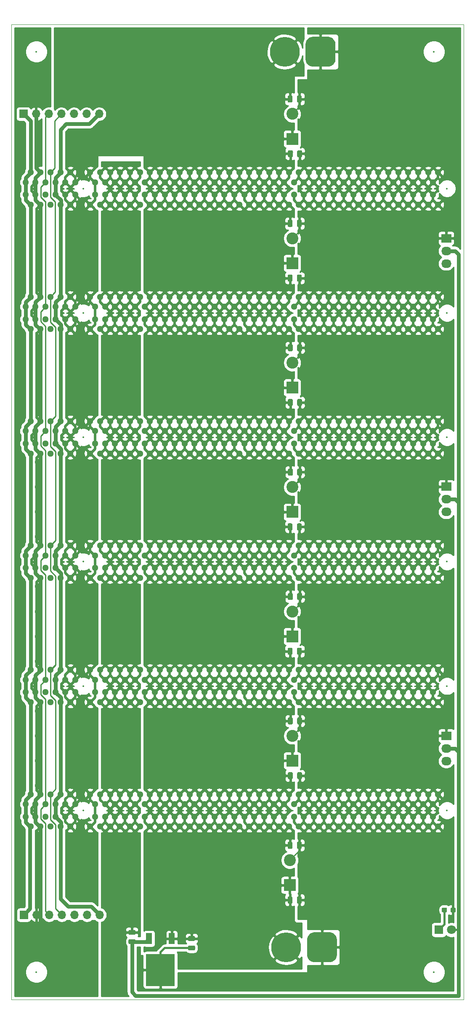
<source format=gtl>
G04 #@! TF.GenerationSoftware,KiCad,Pcbnew,(5.1.5)-3*
G04 #@! TF.CreationDate,2020-02-01T14:09:57+09:00*
G04 #@! TF.ProjectId,MotherBoard_PCIe,4d6f7468-6572-4426-9f61-72645f504349,rev?*
G04 #@! TF.SameCoordinates,Original*
G04 #@! TF.FileFunction,Copper,L1,Top*
G04 #@! TF.FilePolarity,Positive*
%FSLAX46Y46*%
G04 Gerber Fmt 4.6, Leading zero omitted, Abs format (unit mm)*
G04 Created by KiCad (PCBNEW (5.1.5)-3) date 2020-02-01 14:09:57*
%MOMM*%
%LPD*%
G04 APERTURE LIST*
%ADD10C,0.050000*%
%ADD11O,2.030000X1.730000*%
%ADD12R,2.030000X1.730000*%
%ADD13C,0.100000*%
%ADD14R,5.800000X6.400000*%
%ADD15R,1.200000X2.200000*%
%ADD16C,2.400000*%
%ADD17R,2.400000X2.400000*%
%ADD18C,1.280000*%
%ADD19R,1.700000X1.700000*%
%ADD20O,1.700000X1.700000*%
%ADD21C,6.000000*%
%ADD22C,1.800000*%
%ADD23R,1.800000X1.800000*%
%ADD24C,0.600000*%
%ADD25C,0.800000*%
%ADD26C,0.500000*%
%ADD27C,0.250000*%
%ADD28C,0.400000*%
%ADD29C,0.800000*%
%ADD30C,0.254000*%
%ADD31C,0.300000*%
%ADD32C,0.350000*%
G04 APERTURE END LIST*
D10*
X75000000Y3000000D02*
X166000000Y3000000D01*
X75000000Y-193000000D02*
X75000000Y3000000D01*
X166000000Y-193000000D02*
X75000000Y-193000000D01*
X166000000Y3000000D02*
X166000000Y-193000000D01*
D11*
X162500000Y-45080000D03*
X162500000Y-42540000D03*
D12*
X162500000Y-40000000D03*
G04 #@! TA.AperFunction,SMDPad,CuDef*
D13*
G36*
X164185779Y-174526144D02*
G01*
X164208834Y-174529563D01*
X164231443Y-174535227D01*
X164253387Y-174543079D01*
X164274457Y-174553044D01*
X164294448Y-174565026D01*
X164313168Y-174578910D01*
X164330438Y-174594562D01*
X164346090Y-174611832D01*
X164359974Y-174630552D01*
X164371956Y-174650543D01*
X164381921Y-174671613D01*
X164389773Y-174693557D01*
X164395437Y-174716166D01*
X164398856Y-174739221D01*
X164400000Y-174762500D01*
X164400000Y-175237500D01*
X164398856Y-175260779D01*
X164395437Y-175283834D01*
X164389773Y-175306443D01*
X164381921Y-175328387D01*
X164371956Y-175349457D01*
X164359974Y-175369448D01*
X164346090Y-175388168D01*
X164330438Y-175405438D01*
X164313168Y-175421090D01*
X164294448Y-175434974D01*
X164274457Y-175446956D01*
X164253387Y-175456921D01*
X164231443Y-175464773D01*
X164208834Y-175470437D01*
X164185779Y-175473856D01*
X164162500Y-175475000D01*
X163587500Y-175475000D01*
X163564221Y-175473856D01*
X163541166Y-175470437D01*
X163518557Y-175464773D01*
X163496613Y-175456921D01*
X163475543Y-175446956D01*
X163455552Y-175434974D01*
X163436832Y-175421090D01*
X163419562Y-175405438D01*
X163403910Y-175388168D01*
X163390026Y-175369448D01*
X163378044Y-175349457D01*
X163368079Y-175328387D01*
X163360227Y-175306443D01*
X163354563Y-175283834D01*
X163351144Y-175260779D01*
X163350000Y-175237500D01*
X163350000Y-174762500D01*
X163351144Y-174739221D01*
X163354563Y-174716166D01*
X163360227Y-174693557D01*
X163368079Y-174671613D01*
X163378044Y-174650543D01*
X163390026Y-174630552D01*
X163403910Y-174611832D01*
X163419562Y-174594562D01*
X163436832Y-174578910D01*
X163455552Y-174565026D01*
X163475543Y-174553044D01*
X163496613Y-174543079D01*
X163518557Y-174535227D01*
X163541166Y-174529563D01*
X163564221Y-174526144D01*
X163587500Y-174525000D01*
X164162500Y-174525000D01*
X164185779Y-174526144D01*
G37*
G04 #@! TD.AperFunction*
G04 #@! TA.AperFunction,SMDPad,CuDef*
G36*
X162435779Y-174526144D02*
G01*
X162458834Y-174529563D01*
X162481443Y-174535227D01*
X162503387Y-174543079D01*
X162524457Y-174553044D01*
X162544448Y-174565026D01*
X162563168Y-174578910D01*
X162580438Y-174594562D01*
X162596090Y-174611832D01*
X162609974Y-174630552D01*
X162621956Y-174650543D01*
X162631921Y-174671613D01*
X162639773Y-174693557D01*
X162645437Y-174716166D01*
X162648856Y-174739221D01*
X162650000Y-174762500D01*
X162650000Y-175237500D01*
X162648856Y-175260779D01*
X162645437Y-175283834D01*
X162639773Y-175306443D01*
X162631921Y-175328387D01*
X162621956Y-175349457D01*
X162609974Y-175369448D01*
X162596090Y-175388168D01*
X162580438Y-175405438D01*
X162563168Y-175421090D01*
X162544448Y-175434974D01*
X162524457Y-175446956D01*
X162503387Y-175456921D01*
X162481443Y-175464773D01*
X162458834Y-175470437D01*
X162435779Y-175473856D01*
X162412500Y-175475000D01*
X161837500Y-175475000D01*
X161814221Y-175473856D01*
X161791166Y-175470437D01*
X161768557Y-175464773D01*
X161746613Y-175456921D01*
X161725543Y-175446956D01*
X161705552Y-175434974D01*
X161686832Y-175421090D01*
X161669562Y-175405438D01*
X161653910Y-175388168D01*
X161640026Y-175369448D01*
X161628044Y-175349457D01*
X161618079Y-175328387D01*
X161610227Y-175306443D01*
X161604563Y-175283834D01*
X161601144Y-175260779D01*
X161600000Y-175237500D01*
X161600000Y-174762500D01*
X161601144Y-174739221D01*
X161604563Y-174716166D01*
X161610227Y-174693557D01*
X161618079Y-174671613D01*
X161628044Y-174650543D01*
X161640026Y-174630552D01*
X161653910Y-174611832D01*
X161669562Y-174594562D01*
X161686832Y-174578910D01*
X161705552Y-174565026D01*
X161725543Y-174553044D01*
X161746613Y-174543079D01*
X161768557Y-174535227D01*
X161791166Y-174529563D01*
X161814221Y-174526144D01*
X161837500Y-174525000D01*
X162412500Y-174525000D01*
X162435779Y-174526144D01*
G37*
G04 #@! TD.AperFunction*
D14*
X104975000Y-187075000D03*
D15*
X102695000Y-180775000D03*
X107255000Y-180775000D03*
G04 #@! TA.AperFunction,SMDPad,CuDef*
D13*
G36*
X99730142Y-179013674D02*
G01*
X99753803Y-179017184D01*
X99777007Y-179022996D01*
X99799529Y-179031054D01*
X99821153Y-179041282D01*
X99841670Y-179053579D01*
X99860883Y-179067829D01*
X99878607Y-179083893D01*
X99894671Y-179101617D01*
X99908921Y-179120830D01*
X99921218Y-179141347D01*
X99931446Y-179162971D01*
X99939504Y-179185493D01*
X99945316Y-179208697D01*
X99948826Y-179232358D01*
X99950000Y-179256250D01*
X99950000Y-179743750D01*
X99948826Y-179767642D01*
X99945316Y-179791303D01*
X99939504Y-179814507D01*
X99931446Y-179837029D01*
X99921218Y-179858653D01*
X99908921Y-179879170D01*
X99894671Y-179898383D01*
X99878607Y-179916107D01*
X99860883Y-179932171D01*
X99841670Y-179946421D01*
X99821153Y-179958718D01*
X99799529Y-179968946D01*
X99777007Y-179977004D01*
X99753803Y-179982816D01*
X99730142Y-179986326D01*
X99706250Y-179987500D01*
X98793750Y-179987500D01*
X98769858Y-179986326D01*
X98746197Y-179982816D01*
X98722993Y-179977004D01*
X98700471Y-179968946D01*
X98678847Y-179958718D01*
X98658330Y-179946421D01*
X98639117Y-179932171D01*
X98621393Y-179916107D01*
X98605329Y-179898383D01*
X98591079Y-179879170D01*
X98578782Y-179858653D01*
X98568554Y-179837029D01*
X98560496Y-179814507D01*
X98554684Y-179791303D01*
X98551174Y-179767642D01*
X98550000Y-179743750D01*
X98550000Y-179256250D01*
X98551174Y-179232358D01*
X98554684Y-179208697D01*
X98560496Y-179185493D01*
X98568554Y-179162971D01*
X98578782Y-179141347D01*
X98591079Y-179120830D01*
X98605329Y-179101617D01*
X98621393Y-179083893D01*
X98639117Y-179067829D01*
X98658330Y-179053579D01*
X98678847Y-179041282D01*
X98700471Y-179031054D01*
X98722993Y-179022996D01*
X98746197Y-179017184D01*
X98769858Y-179013674D01*
X98793750Y-179012500D01*
X99706250Y-179012500D01*
X99730142Y-179013674D01*
G37*
G04 #@! TD.AperFunction*
G04 #@! TA.AperFunction,SMDPad,CuDef*
G36*
X99730142Y-180888674D02*
G01*
X99753803Y-180892184D01*
X99777007Y-180897996D01*
X99799529Y-180906054D01*
X99821153Y-180916282D01*
X99841670Y-180928579D01*
X99860883Y-180942829D01*
X99878607Y-180958893D01*
X99894671Y-180976617D01*
X99908921Y-180995830D01*
X99921218Y-181016347D01*
X99931446Y-181037971D01*
X99939504Y-181060493D01*
X99945316Y-181083697D01*
X99948826Y-181107358D01*
X99950000Y-181131250D01*
X99950000Y-181618750D01*
X99948826Y-181642642D01*
X99945316Y-181666303D01*
X99939504Y-181689507D01*
X99931446Y-181712029D01*
X99921218Y-181733653D01*
X99908921Y-181754170D01*
X99894671Y-181773383D01*
X99878607Y-181791107D01*
X99860883Y-181807171D01*
X99841670Y-181821421D01*
X99821153Y-181833718D01*
X99799529Y-181843946D01*
X99777007Y-181852004D01*
X99753803Y-181857816D01*
X99730142Y-181861326D01*
X99706250Y-181862500D01*
X98793750Y-181862500D01*
X98769858Y-181861326D01*
X98746197Y-181857816D01*
X98722993Y-181852004D01*
X98700471Y-181843946D01*
X98678847Y-181833718D01*
X98658330Y-181821421D01*
X98639117Y-181807171D01*
X98621393Y-181791107D01*
X98605329Y-181773383D01*
X98591079Y-181754170D01*
X98578782Y-181733653D01*
X98568554Y-181712029D01*
X98560496Y-181689507D01*
X98554684Y-181666303D01*
X98551174Y-181642642D01*
X98550000Y-181618750D01*
X98550000Y-181131250D01*
X98551174Y-181107358D01*
X98554684Y-181083697D01*
X98560496Y-181060493D01*
X98568554Y-181037971D01*
X98578782Y-181016347D01*
X98591079Y-180995830D01*
X98605329Y-180976617D01*
X98621393Y-180958893D01*
X98639117Y-180942829D01*
X98658330Y-180928579D01*
X98678847Y-180916282D01*
X98700471Y-180906054D01*
X98722993Y-180897996D01*
X98746197Y-180892184D01*
X98769858Y-180888674D01*
X98793750Y-180887500D01*
X99706250Y-180887500D01*
X99730142Y-180888674D01*
G37*
G04 #@! TD.AperFunction*
G04 #@! TA.AperFunction,SMDPad,CuDef*
G36*
X111730142Y-182138674D02*
G01*
X111753803Y-182142184D01*
X111777007Y-182147996D01*
X111799529Y-182156054D01*
X111821153Y-182166282D01*
X111841670Y-182178579D01*
X111860883Y-182192829D01*
X111878607Y-182208893D01*
X111894671Y-182226617D01*
X111908921Y-182245830D01*
X111921218Y-182266347D01*
X111931446Y-182287971D01*
X111939504Y-182310493D01*
X111945316Y-182333697D01*
X111948826Y-182357358D01*
X111950000Y-182381250D01*
X111950000Y-182868750D01*
X111948826Y-182892642D01*
X111945316Y-182916303D01*
X111939504Y-182939507D01*
X111931446Y-182962029D01*
X111921218Y-182983653D01*
X111908921Y-183004170D01*
X111894671Y-183023383D01*
X111878607Y-183041107D01*
X111860883Y-183057171D01*
X111841670Y-183071421D01*
X111821153Y-183083718D01*
X111799529Y-183093946D01*
X111777007Y-183102004D01*
X111753803Y-183107816D01*
X111730142Y-183111326D01*
X111706250Y-183112500D01*
X110793750Y-183112500D01*
X110769858Y-183111326D01*
X110746197Y-183107816D01*
X110722993Y-183102004D01*
X110700471Y-183093946D01*
X110678847Y-183083718D01*
X110658330Y-183071421D01*
X110639117Y-183057171D01*
X110621393Y-183041107D01*
X110605329Y-183023383D01*
X110591079Y-183004170D01*
X110578782Y-182983653D01*
X110568554Y-182962029D01*
X110560496Y-182939507D01*
X110554684Y-182916303D01*
X110551174Y-182892642D01*
X110550000Y-182868750D01*
X110550000Y-182381250D01*
X110551174Y-182357358D01*
X110554684Y-182333697D01*
X110560496Y-182310493D01*
X110568554Y-182287971D01*
X110578782Y-182266347D01*
X110591079Y-182245830D01*
X110605329Y-182226617D01*
X110621393Y-182208893D01*
X110639117Y-182192829D01*
X110658330Y-182178579D01*
X110678847Y-182166282D01*
X110700471Y-182156054D01*
X110722993Y-182147996D01*
X110746197Y-182142184D01*
X110769858Y-182138674D01*
X110793750Y-182137500D01*
X111706250Y-182137500D01*
X111730142Y-182138674D01*
G37*
G04 #@! TD.AperFunction*
G04 #@! TA.AperFunction,SMDPad,CuDef*
G36*
X111730142Y-180263674D02*
G01*
X111753803Y-180267184D01*
X111777007Y-180272996D01*
X111799529Y-180281054D01*
X111821153Y-180291282D01*
X111841670Y-180303579D01*
X111860883Y-180317829D01*
X111878607Y-180333893D01*
X111894671Y-180351617D01*
X111908921Y-180370830D01*
X111921218Y-180391347D01*
X111931446Y-180412971D01*
X111939504Y-180435493D01*
X111945316Y-180458697D01*
X111948826Y-180482358D01*
X111950000Y-180506250D01*
X111950000Y-180993750D01*
X111948826Y-181017642D01*
X111945316Y-181041303D01*
X111939504Y-181064507D01*
X111931446Y-181087029D01*
X111921218Y-181108653D01*
X111908921Y-181129170D01*
X111894671Y-181148383D01*
X111878607Y-181166107D01*
X111860883Y-181182171D01*
X111841670Y-181196421D01*
X111821153Y-181208718D01*
X111799529Y-181218946D01*
X111777007Y-181227004D01*
X111753803Y-181232816D01*
X111730142Y-181236326D01*
X111706250Y-181237500D01*
X110793750Y-181237500D01*
X110769858Y-181236326D01*
X110746197Y-181232816D01*
X110722993Y-181227004D01*
X110700471Y-181218946D01*
X110678847Y-181208718D01*
X110658330Y-181196421D01*
X110639117Y-181182171D01*
X110621393Y-181166107D01*
X110605329Y-181148383D01*
X110591079Y-181129170D01*
X110578782Y-181108653D01*
X110568554Y-181087029D01*
X110560496Y-181064507D01*
X110554684Y-181041303D01*
X110551174Y-181017642D01*
X110550000Y-180993750D01*
X110550000Y-180506250D01*
X110551174Y-180482358D01*
X110554684Y-180458697D01*
X110560496Y-180435493D01*
X110568554Y-180412971D01*
X110578782Y-180391347D01*
X110591079Y-180370830D01*
X110605329Y-180351617D01*
X110621393Y-180333893D01*
X110639117Y-180317829D01*
X110658330Y-180303579D01*
X110678847Y-180291282D01*
X110700471Y-180281054D01*
X110722993Y-180272996D01*
X110746197Y-180267184D01*
X110769858Y-180263674D01*
X110793750Y-180262500D01*
X111706250Y-180262500D01*
X111730142Y-180263674D01*
G37*
G04 #@! TD.AperFunction*
D11*
X162500000Y-95000000D03*
X162500000Y-92460000D03*
D12*
X162500000Y-89920000D03*
X162500000Y-140000000D03*
D11*
X162500000Y-142540000D03*
X162500000Y-145080000D03*
G04 #@! TA.AperFunction,SMDPad,CuDef*
D13*
G36*
X133205142Y-172301174D02*
G01*
X133228803Y-172304684D01*
X133252007Y-172310496D01*
X133274529Y-172318554D01*
X133296153Y-172328782D01*
X133316670Y-172341079D01*
X133335883Y-172355329D01*
X133353607Y-172371393D01*
X133369671Y-172389117D01*
X133383921Y-172408330D01*
X133396218Y-172428847D01*
X133406446Y-172450471D01*
X133414504Y-172472993D01*
X133420316Y-172496197D01*
X133423826Y-172519858D01*
X133425000Y-172543750D01*
X133425000Y-173456250D01*
X133423826Y-173480142D01*
X133420316Y-173503803D01*
X133414504Y-173527007D01*
X133406446Y-173549529D01*
X133396218Y-173571153D01*
X133383921Y-173591670D01*
X133369671Y-173610883D01*
X133353607Y-173628607D01*
X133335883Y-173644671D01*
X133316670Y-173658921D01*
X133296153Y-173671218D01*
X133274529Y-173681446D01*
X133252007Y-173689504D01*
X133228803Y-173695316D01*
X133205142Y-173698826D01*
X133181250Y-173700000D01*
X132693750Y-173700000D01*
X132669858Y-173698826D01*
X132646197Y-173695316D01*
X132622993Y-173689504D01*
X132600471Y-173681446D01*
X132578847Y-173671218D01*
X132558330Y-173658921D01*
X132539117Y-173644671D01*
X132521393Y-173628607D01*
X132505329Y-173610883D01*
X132491079Y-173591670D01*
X132478782Y-173571153D01*
X132468554Y-173549529D01*
X132460496Y-173527007D01*
X132454684Y-173503803D01*
X132451174Y-173480142D01*
X132450000Y-173456250D01*
X132450000Y-172543750D01*
X132451174Y-172519858D01*
X132454684Y-172496197D01*
X132460496Y-172472993D01*
X132468554Y-172450471D01*
X132478782Y-172428847D01*
X132491079Y-172408330D01*
X132505329Y-172389117D01*
X132521393Y-172371393D01*
X132539117Y-172355329D01*
X132558330Y-172341079D01*
X132578847Y-172328782D01*
X132600471Y-172318554D01*
X132622993Y-172310496D01*
X132646197Y-172304684D01*
X132669858Y-172301174D01*
X132693750Y-172300000D01*
X133181250Y-172300000D01*
X133205142Y-172301174D01*
G37*
G04 #@! TD.AperFunction*
G04 #@! TA.AperFunction,SMDPad,CuDef*
G36*
X131330142Y-172301174D02*
G01*
X131353803Y-172304684D01*
X131377007Y-172310496D01*
X131399529Y-172318554D01*
X131421153Y-172328782D01*
X131441670Y-172341079D01*
X131460883Y-172355329D01*
X131478607Y-172371393D01*
X131494671Y-172389117D01*
X131508921Y-172408330D01*
X131521218Y-172428847D01*
X131531446Y-172450471D01*
X131539504Y-172472993D01*
X131545316Y-172496197D01*
X131548826Y-172519858D01*
X131550000Y-172543750D01*
X131550000Y-173456250D01*
X131548826Y-173480142D01*
X131545316Y-173503803D01*
X131539504Y-173527007D01*
X131531446Y-173549529D01*
X131521218Y-173571153D01*
X131508921Y-173591670D01*
X131494671Y-173610883D01*
X131478607Y-173628607D01*
X131460883Y-173644671D01*
X131441670Y-173658921D01*
X131421153Y-173671218D01*
X131399529Y-173681446D01*
X131377007Y-173689504D01*
X131353803Y-173695316D01*
X131330142Y-173698826D01*
X131306250Y-173700000D01*
X130818750Y-173700000D01*
X130794858Y-173698826D01*
X130771197Y-173695316D01*
X130747993Y-173689504D01*
X130725471Y-173681446D01*
X130703847Y-173671218D01*
X130683330Y-173658921D01*
X130664117Y-173644671D01*
X130646393Y-173628607D01*
X130630329Y-173610883D01*
X130616079Y-173591670D01*
X130603782Y-173571153D01*
X130593554Y-173549529D01*
X130585496Y-173527007D01*
X130579684Y-173503803D01*
X130576174Y-173480142D01*
X130575000Y-173456250D01*
X130575000Y-172543750D01*
X130576174Y-172519858D01*
X130579684Y-172496197D01*
X130585496Y-172472993D01*
X130593554Y-172450471D01*
X130603782Y-172428847D01*
X130616079Y-172408330D01*
X130630329Y-172389117D01*
X130646393Y-172371393D01*
X130664117Y-172355329D01*
X130683330Y-172341079D01*
X130703847Y-172328782D01*
X130725471Y-172318554D01*
X130747993Y-172310496D01*
X130771197Y-172304684D01*
X130794858Y-172301174D01*
X130818750Y-172300000D01*
X131306250Y-172300000D01*
X131330142Y-172301174D01*
G37*
G04 #@! TD.AperFunction*
G04 #@! TA.AperFunction,SMDPad,CuDef*
G36*
X133205142Y-161301174D02*
G01*
X133228803Y-161304684D01*
X133252007Y-161310496D01*
X133274529Y-161318554D01*
X133296153Y-161328782D01*
X133316670Y-161341079D01*
X133335883Y-161355329D01*
X133353607Y-161371393D01*
X133369671Y-161389117D01*
X133383921Y-161408330D01*
X133396218Y-161428847D01*
X133406446Y-161450471D01*
X133414504Y-161472993D01*
X133420316Y-161496197D01*
X133423826Y-161519858D01*
X133425000Y-161543750D01*
X133425000Y-162456250D01*
X133423826Y-162480142D01*
X133420316Y-162503803D01*
X133414504Y-162527007D01*
X133406446Y-162549529D01*
X133396218Y-162571153D01*
X133383921Y-162591670D01*
X133369671Y-162610883D01*
X133353607Y-162628607D01*
X133335883Y-162644671D01*
X133316670Y-162658921D01*
X133296153Y-162671218D01*
X133274529Y-162681446D01*
X133252007Y-162689504D01*
X133228803Y-162695316D01*
X133205142Y-162698826D01*
X133181250Y-162700000D01*
X132693750Y-162700000D01*
X132669858Y-162698826D01*
X132646197Y-162695316D01*
X132622993Y-162689504D01*
X132600471Y-162681446D01*
X132578847Y-162671218D01*
X132558330Y-162658921D01*
X132539117Y-162644671D01*
X132521393Y-162628607D01*
X132505329Y-162610883D01*
X132491079Y-162591670D01*
X132478782Y-162571153D01*
X132468554Y-162549529D01*
X132460496Y-162527007D01*
X132454684Y-162503803D01*
X132451174Y-162480142D01*
X132450000Y-162456250D01*
X132450000Y-161543750D01*
X132451174Y-161519858D01*
X132454684Y-161496197D01*
X132460496Y-161472993D01*
X132468554Y-161450471D01*
X132478782Y-161428847D01*
X132491079Y-161408330D01*
X132505329Y-161389117D01*
X132521393Y-161371393D01*
X132539117Y-161355329D01*
X132558330Y-161341079D01*
X132578847Y-161328782D01*
X132600471Y-161318554D01*
X132622993Y-161310496D01*
X132646197Y-161304684D01*
X132669858Y-161301174D01*
X132693750Y-161300000D01*
X133181250Y-161300000D01*
X133205142Y-161301174D01*
G37*
G04 #@! TD.AperFunction*
G04 #@! TA.AperFunction,SMDPad,CuDef*
G36*
X131330142Y-161301174D02*
G01*
X131353803Y-161304684D01*
X131377007Y-161310496D01*
X131399529Y-161318554D01*
X131421153Y-161328782D01*
X131441670Y-161341079D01*
X131460883Y-161355329D01*
X131478607Y-161371393D01*
X131494671Y-161389117D01*
X131508921Y-161408330D01*
X131521218Y-161428847D01*
X131531446Y-161450471D01*
X131539504Y-161472993D01*
X131545316Y-161496197D01*
X131548826Y-161519858D01*
X131550000Y-161543750D01*
X131550000Y-162456250D01*
X131548826Y-162480142D01*
X131545316Y-162503803D01*
X131539504Y-162527007D01*
X131531446Y-162549529D01*
X131521218Y-162571153D01*
X131508921Y-162591670D01*
X131494671Y-162610883D01*
X131478607Y-162628607D01*
X131460883Y-162644671D01*
X131441670Y-162658921D01*
X131421153Y-162671218D01*
X131399529Y-162681446D01*
X131377007Y-162689504D01*
X131353803Y-162695316D01*
X131330142Y-162698826D01*
X131306250Y-162700000D01*
X130818750Y-162700000D01*
X130794858Y-162698826D01*
X130771197Y-162695316D01*
X130747993Y-162689504D01*
X130725471Y-162681446D01*
X130703847Y-162671218D01*
X130683330Y-162658921D01*
X130664117Y-162644671D01*
X130646393Y-162628607D01*
X130630329Y-162610883D01*
X130616079Y-162591670D01*
X130603782Y-162571153D01*
X130593554Y-162549529D01*
X130585496Y-162527007D01*
X130579684Y-162503803D01*
X130576174Y-162480142D01*
X130575000Y-162456250D01*
X130575000Y-161543750D01*
X130576174Y-161519858D01*
X130579684Y-161496197D01*
X130585496Y-161472993D01*
X130593554Y-161450471D01*
X130603782Y-161428847D01*
X130616079Y-161408330D01*
X130630329Y-161389117D01*
X130646393Y-161371393D01*
X130664117Y-161355329D01*
X130683330Y-161341079D01*
X130703847Y-161328782D01*
X130725471Y-161318554D01*
X130747993Y-161310496D01*
X130771197Y-161304684D01*
X130794858Y-161301174D01*
X130818750Y-161300000D01*
X131306250Y-161300000D01*
X131330142Y-161301174D01*
G37*
G04 #@! TD.AperFunction*
D16*
X131000000Y-165000000D03*
D17*
X131000000Y-170000000D03*
D18*
X160850000Y-133250000D03*
X160850000Y-126750000D03*
X159850000Y-131250000D03*
X158850000Y-133250000D03*
X159850000Y-128750000D03*
X158850000Y-126750000D03*
X157850000Y-131250000D03*
X156850000Y-133250000D03*
X157850000Y-128750000D03*
X156850000Y-126750000D03*
X155850000Y-131250000D03*
X154850000Y-133250000D03*
X155850000Y-128750000D03*
X154850000Y-126750000D03*
X153850000Y-131250000D03*
X152850000Y-133250000D03*
X153850000Y-128750000D03*
X152850000Y-126750000D03*
X151850000Y-131250000D03*
X150850000Y-133250000D03*
X151850000Y-128750000D03*
X150850000Y-126750000D03*
X149850000Y-131250000D03*
X148850000Y-133250000D03*
X149850000Y-128750000D03*
X148850000Y-126750000D03*
X147850000Y-131250000D03*
X146850000Y-133250000D03*
X147850000Y-128750000D03*
X146850000Y-126750000D03*
X145850000Y-131250000D03*
X144850000Y-133250000D03*
X145850000Y-128750000D03*
X144850000Y-126750000D03*
X143850000Y-131250000D03*
X142850000Y-133250000D03*
X143850000Y-128750000D03*
X142850000Y-126750000D03*
X141850000Y-131250000D03*
X140850000Y-133250000D03*
X141850000Y-128750000D03*
X140850000Y-126750000D03*
X139850000Y-131250000D03*
X138850000Y-133250000D03*
X139850000Y-128750000D03*
X138850000Y-126750000D03*
X137850000Y-131250000D03*
X136850000Y-133250000D03*
X137850000Y-128750000D03*
X136850000Y-126750000D03*
X135850000Y-131250000D03*
X134850000Y-133250000D03*
X135850000Y-128750000D03*
X134850000Y-126750000D03*
X133850000Y-131250000D03*
X132850000Y-133250000D03*
X133850000Y-128750000D03*
X132850000Y-126750000D03*
X131850000Y-131250000D03*
X130850000Y-133250000D03*
X131850000Y-128750000D03*
X130850000Y-126750000D03*
X129850000Y-131250000D03*
X128850000Y-133250000D03*
X129850000Y-128750000D03*
X128850000Y-126750000D03*
X127850000Y-131250000D03*
X126850000Y-133250000D03*
X127850000Y-128750000D03*
X126850000Y-126750000D03*
X125850000Y-131250000D03*
X124850000Y-133250000D03*
X125850000Y-128750000D03*
X124850000Y-126750000D03*
X123850000Y-131250000D03*
X122850000Y-133250000D03*
X123850000Y-128750000D03*
X122850000Y-126750000D03*
X121850000Y-131250000D03*
X120850000Y-133250000D03*
X121850000Y-128750000D03*
X120850000Y-126750000D03*
X119850000Y-131250000D03*
X118850000Y-133250000D03*
X119850000Y-128750000D03*
X118850000Y-126750000D03*
X117850000Y-131250000D03*
X116850000Y-133250000D03*
X117850000Y-128750000D03*
X116850000Y-126750000D03*
X115850000Y-131250000D03*
X114850000Y-133250000D03*
X115850000Y-128750000D03*
X114850000Y-126750000D03*
X113850000Y-131250000D03*
X112850000Y-133250000D03*
X113850000Y-128750000D03*
X112850000Y-126750000D03*
X111850000Y-131250000D03*
X110850000Y-133250000D03*
X111850000Y-128750000D03*
X110850000Y-126750000D03*
X109850000Y-131250000D03*
X108850000Y-133250000D03*
X109850000Y-128750000D03*
X108850000Y-126750000D03*
X107850000Y-131250000D03*
X106850000Y-133250000D03*
X107850000Y-128750000D03*
X106850000Y-126750000D03*
X105850000Y-131250000D03*
X104850000Y-133250000D03*
X105850000Y-128750000D03*
X104850000Y-126750000D03*
X103850000Y-131250000D03*
X102850000Y-133250000D03*
X103850000Y-128750000D03*
X102850000Y-126750000D03*
X101850000Y-131250000D03*
X100850000Y-133250000D03*
X101850000Y-128750000D03*
X100850000Y-126750000D03*
X99850000Y-131250000D03*
X98850000Y-133250000D03*
X99850000Y-128750000D03*
X98850000Y-126750000D03*
X97850000Y-131250000D03*
X96850000Y-133250000D03*
X97850000Y-128750000D03*
X96850000Y-126750000D03*
X95850000Y-131250000D03*
X94850000Y-133250000D03*
X95850000Y-128750000D03*
X94850000Y-126750000D03*
X93850000Y-131250000D03*
X92850000Y-133250000D03*
X93850000Y-128750000D03*
X92850000Y-126750000D03*
X78850000Y-126750000D03*
X77850000Y-128750000D03*
X78850000Y-133250000D03*
X77850000Y-131250000D03*
X91850000Y-131250000D03*
X91850000Y-128750000D03*
X90850000Y-133250000D03*
X90850000Y-126750000D03*
X80850000Y-126750000D03*
X80850000Y-133250000D03*
X82850000Y-126750000D03*
X82850000Y-133250000D03*
X84850000Y-126750000D03*
X84850000Y-133250000D03*
X86850000Y-133250000D03*
X86850000Y-126750000D03*
X79850000Y-131250000D03*
X79850000Y-128750000D03*
X81850000Y-131250000D03*
X81850000Y-128750000D03*
X83850000Y-131250000D03*
X83850000Y-128750000D03*
X85850000Y-131250000D03*
X85850000Y-128750000D03*
X87850000Y-131250000D03*
X87850000Y-128750000D03*
X160850000Y-158250000D03*
X160850000Y-151750000D03*
X159850000Y-156250000D03*
X158850000Y-158250000D03*
X159850000Y-153750000D03*
X158850000Y-151750000D03*
X157850000Y-156250000D03*
X156850000Y-158250000D03*
X157850000Y-153750000D03*
X156850000Y-151750000D03*
X155850000Y-156250000D03*
X154850000Y-158250000D03*
X155850000Y-153750000D03*
X154850000Y-151750000D03*
X153850000Y-156250000D03*
X152850000Y-158250000D03*
X153850000Y-153750000D03*
X152850000Y-151750000D03*
X151850000Y-156250000D03*
X150850000Y-158250000D03*
X151850000Y-153750000D03*
X150850000Y-151750000D03*
X149850000Y-156250000D03*
X148850000Y-158250000D03*
X149850000Y-153750000D03*
X148850000Y-151750000D03*
X147850000Y-156250000D03*
X146850000Y-158250000D03*
X147850000Y-153750000D03*
X146850000Y-151750000D03*
X145850000Y-156250000D03*
X144850000Y-158250000D03*
X145850000Y-153750000D03*
X144850000Y-151750000D03*
X143850000Y-156250000D03*
X142850000Y-158250000D03*
X143850000Y-153750000D03*
X142850000Y-151750000D03*
X141850000Y-156250000D03*
X140850000Y-158250000D03*
X141850000Y-153750000D03*
X140850000Y-151750000D03*
X139850000Y-156250000D03*
X138850000Y-158250000D03*
X139850000Y-153750000D03*
X138850000Y-151750000D03*
X137850000Y-156250000D03*
X136850000Y-158250000D03*
X137850000Y-153750000D03*
X136850000Y-151750000D03*
X135850000Y-156250000D03*
X134850000Y-158250000D03*
X135850000Y-153750000D03*
X134850000Y-151750000D03*
X133850000Y-156250000D03*
X132850000Y-158250000D03*
X133850000Y-153750000D03*
X132850000Y-151750000D03*
X131850000Y-156250000D03*
X130850000Y-158250000D03*
X131850000Y-153750000D03*
X130850000Y-151750000D03*
X129850000Y-156250000D03*
X128850000Y-158250000D03*
X129850000Y-153750000D03*
X128850000Y-151750000D03*
X127850000Y-156250000D03*
X126850000Y-158250000D03*
X127850000Y-153750000D03*
X126850000Y-151750000D03*
X125850000Y-156250000D03*
X124850000Y-158250000D03*
X125850000Y-153750000D03*
X124850000Y-151750000D03*
X123850000Y-156250000D03*
X122850000Y-158250000D03*
X123850000Y-153750000D03*
X122850000Y-151750000D03*
X121850000Y-156250000D03*
X120850000Y-158250000D03*
X121850000Y-153750000D03*
X120850000Y-151750000D03*
X119850000Y-156250000D03*
X118850000Y-158250000D03*
X119850000Y-153750000D03*
X118850000Y-151750000D03*
X117850000Y-156250000D03*
X116850000Y-158250000D03*
X117850000Y-153750000D03*
X116850000Y-151750000D03*
X115850000Y-156250000D03*
X114850000Y-158250000D03*
X115850000Y-153750000D03*
X114850000Y-151750000D03*
X113850000Y-156250000D03*
X112850000Y-158250000D03*
X113850000Y-153750000D03*
X112850000Y-151750000D03*
X111850000Y-156250000D03*
X110850000Y-158250000D03*
X111850000Y-153750000D03*
X110850000Y-151750000D03*
X109850000Y-156250000D03*
X108850000Y-158250000D03*
X109850000Y-153750000D03*
X108850000Y-151750000D03*
X107850000Y-156250000D03*
X106850000Y-158250000D03*
X107850000Y-153750000D03*
X106850000Y-151750000D03*
X105850000Y-156250000D03*
X104850000Y-158250000D03*
X105850000Y-153750000D03*
X104850000Y-151750000D03*
X103850000Y-156250000D03*
X102850000Y-158250000D03*
X103850000Y-153750000D03*
X102850000Y-151750000D03*
X101850000Y-156250000D03*
X100850000Y-158250000D03*
X101850000Y-153750000D03*
X100850000Y-151750000D03*
X99850000Y-156250000D03*
X98850000Y-158250000D03*
X99850000Y-153750000D03*
X98850000Y-151750000D03*
X97850000Y-156250000D03*
X96850000Y-158250000D03*
X97850000Y-153750000D03*
X96850000Y-151750000D03*
X95850000Y-156250000D03*
X94850000Y-158250000D03*
X95850000Y-153750000D03*
X94850000Y-151750000D03*
X93850000Y-156250000D03*
X92850000Y-158250000D03*
X93850000Y-153750000D03*
X92850000Y-151750000D03*
X78850000Y-151750000D03*
X77850000Y-153750000D03*
X78850000Y-158250000D03*
X77850000Y-156250000D03*
X91850000Y-156250000D03*
X91850000Y-153750000D03*
X90850000Y-158250000D03*
X90850000Y-151750000D03*
X80850000Y-151750000D03*
X80850000Y-158250000D03*
X82850000Y-151750000D03*
X82850000Y-158250000D03*
X84850000Y-151750000D03*
X84850000Y-158250000D03*
X86850000Y-158250000D03*
X86850000Y-151750000D03*
X79850000Y-156250000D03*
X79850000Y-153750000D03*
X81850000Y-156250000D03*
X81850000Y-153750000D03*
X83850000Y-156250000D03*
X83850000Y-153750000D03*
X85850000Y-156250000D03*
X85850000Y-153750000D03*
X87850000Y-156250000D03*
X87850000Y-153750000D03*
D19*
X77420000Y-15000000D03*
D20*
X79960000Y-15000000D03*
X82500000Y-15000000D03*
X85040000Y-15000000D03*
X87580000Y-15000000D03*
X90120000Y-15000000D03*
X92660000Y-15000000D03*
X92740000Y-176000000D03*
X90200000Y-176000000D03*
X87660000Y-176000000D03*
X85120000Y-176000000D03*
X82580000Y-176000000D03*
X80040000Y-176000000D03*
D19*
X77500000Y-176000000D03*
G04 #@! TA.AperFunction,ComponentPad*
D13*
G36*
X138847026Y492777D02*
G01*
X138992635Y471178D01*
X139135427Y435411D01*
X139274025Y385819D01*
X139407095Y322882D01*
X139533355Y247204D01*
X139651590Y159516D01*
X139760660Y60660D01*
X139859516Y-48410D01*
X139947204Y-166645D01*
X140022882Y-292905D01*
X140085819Y-425975D01*
X140135411Y-564573D01*
X140171178Y-707365D01*
X140192777Y-852974D01*
X140200000Y-1000000D01*
X140200000Y-4000000D01*
X140192777Y-4147026D01*
X140171178Y-4292635D01*
X140135411Y-4435427D01*
X140085819Y-4574025D01*
X140022882Y-4707095D01*
X139947204Y-4833355D01*
X139859516Y-4951590D01*
X139760660Y-5060660D01*
X139651590Y-5159516D01*
X139533355Y-5247204D01*
X139407095Y-5322882D01*
X139274025Y-5385819D01*
X139135427Y-5435411D01*
X138992635Y-5471178D01*
X138847026Y-5492777D01*
X138700000Y-5500000D01*
X135700000Y-5500000D01*
X135552974Y-5492777D01*
X135407365Y-5471178D01*
X135264573Y-5435411D01*
X135125975Y-5385819D01*
X134992905Y-5322882D01*
X134866645Y-5247204D01*
X134748410Y-5159516D01*
X134639340Y-5060660D01*
X134540484Y-4951590D01*
X134452796Y-4833355D01*
X134377118Y-4707095D01*
X134314181Y-4574025D01*
X134264589Y-4435427D01*
X134228822Y-4292635D01*
X134207223Y-4147026D01*
X134200000Y-4000000D01*
X134200000Y-1000000D01*
X134207223Y-852974D01*
X134228822Y-707365D01*
X134264589Y-564573D01*
X134314181Y-425975D01*
X134377118Y-292905D01*
X134452796Y-166645D01*
X134540484Y-48410D01*
X134639340Y60660D01*
X134748410Y159516D01*
X134866645Y247204D01*
X134992905Y322882D01*
X135125975Y385819D01*
X135264573Y435411D01*
X135407365Y471178D01*
X135552974Y492777D01*
X135700000Y500000D01*
X138700000Y500000D01*
X138847026Y492777D01*
G37*
G04 #@! TD.AperFunction*
D21*
X130000000Y-2500000D03*
G04 #@! TA.AperFunction,ComponentPad*
D13*
G36*
X139147026Y-179507223D02*
G01*
X139292635Y-179528822D01*
X139435427Y-179564589D01*
X139574025Y-179614181D01*
X139707095Y-179677118D01*
X139833355Y-179752796D01*
X139951590Y-179840484D01*
X140060660Y-179939340D01*
X140159516Y-180048410D01*
X140247204Y-180166645D01*
X140322882Y-180292905D01*
X140385819Y-180425975D01*
X140435411Y-180564573D01*
X140471178Y-180707365D01*
X140492777Y-180852974D01*
X140500000Y-181000000D01*
X140500000Y-184000000D01*
X140492777Y-184147026D01*
X140471178Y-184292635D01*
X140435411Y-184435427D01*
X140385819Y-184574025D01*
X140322882Y-184707095D01*
X140247204Y-184833355D01*
X140159516Y-184951590D01*
X140060660Y-185060660D01*
X139951590Y-185159516D01*
X139833355Y-185247204D01*
X139707095Y-185322882D01*
X139574025Y-185385819D01*
X139435427Y-185435411D01*
X139292635Y-185471178D01*
X139147026Y-185492777D01*
X139000000Y-185500000D01*
X136000000Y-185500000D01*
X135852974Y-185492777D01*
X135707365Y-185471178D01*
X135564573Y-185435411D01*
X135425975Y-185385819D01*
X135292905Y-185322882D01*
X135166645Y-185247204D01*
X135048410Y-185159516D01*
X134939340Y-185060660D01*
X134840484Y-184951590D01*
X134752796Y-184833355D01*
X134677118Y-184707095D01*
X134614181Y-184574025D01*
X134564589Y-184435427D01*
X134528822Y-184292635D01*
X134507223Y-184147026D01*
X134500000Y-184000000D01*
X134500000Y-181000000D01*
X134507223Y-180852974D01*
X134528822Y-180707365D01*
X134564589Y-180564573D01*
X134614181Y-180425975D01*
X134677118Y-180292905D01*
X134752796Y-180166645D01*
X134840484Y-180048410D01*
X134939340Y-179939340D01*
X135048410Y-179840484D01*
X135166645Y-179752796D01*
X135292905Y-179677118D01*
X135425975Y-179614181D01*
X135564573Y-179564589D01*
X135707365Y-179528822D01*
X135852974Y-179507223D01*
X136000000Y-179500000D01*
X139000000Y-179500000D01*
X139147026Y-179507223D01*
G37*
G04 #@! TD.AperFunction*
D21*
X130300000Y-182500000D03*
D22*
X163540000Y-179000000D03*
D23*
X161000000Y-179000000D03*
G04 #@! TA.AperFunction,SMDPad,CuDef*
D13*
G36*
X133205142Y-11301174D02*
G01*
X133228803Y-11304684D01*
X133252007Y-11310496D01*
X133274529Y-11318554D01*
X133296153Y-11328782D01*
X133316670Y-11341079D01*
X133335883Y-11355329D01*
X133353607Y-11371393D01*
X133369671Y-11389117D01*
X133383921Y-11408330D01*
X133396218Y-11428847D01*
X133406446Y-11450471D01*
X133414504Y-11472993D01*
X133420316Y-11496197D01*
X133423826Y-11519858D01*
X133425000Y-11543750D01*
X133425000Y-12456250D01*
X133423826Y-12480142D01*
X133420316Y-12503803D01*
X133414504Y-12527007D01*
X133406446Y-12549529D01*
X133396218Y-12571153D01*
X133383921Y-12591670D01*
X133369671Y-12610883D01*
X133353607Y-12628607D01*
X133335883Y-12644671D01*
X133316670Y-12658921D01*
X133296153Y-12671218D01*
X133274529Y-12681446D01*
X133252007Y-12689504D01*
X133228803Y-12695316D01*
X133205142Y-12698826D01*
X133181250Y-12700000D01*
X132693750Y-12700000D01*
X132669858Y-12698826D01*
X132646197Y-12695316D01*
X132622993Y-12689504D01*
X132600471Y-12681446D01*
X132578847Y-12671218D01*
X132558330Y-12658921D01*
X132539117Y-12644671D01*
X132521393Y-12628607D01*
X132505329Y-12610883D01*
X132491079Y-12591670D01*
X132478782Y-12571153D01*
X132468554Y-12549529D01*
X132460496Y-12527007D01*
X132454684Y-12503803D01*
X132451174Y-12480142D01*
X132450000Y-12456250D01*
X132450000Y-11543750D01*
X132451174Y-11519858D01*
X132454684Y-11496197D01*
X132460496Y-11472993D01*
X132468554Y-11450471D01*
X132478782Y-11428847D01*
X132491079Y-11408330D01*
X132505329Y-11389117D01*
X132521393Y-11371393D01*
X132539117Y-11355329D01*
X132558330Y-11341079D01*
X132578847Y-11328782D01*
X132600471Y-11318554D01*
X132622993Y-11310496D01*
X132646197Y-11304684D01*
X132669858Y-11301174D01*
X132693750Y-11300000D01*
X133181250Y-11300000D01*
X133205142Y-11301174D01*
G37*
G04 #@! TD.AperFunction*
G04 #@! TA.AperFunction,SMDPad,CuDef*
G36*
X131330142Y-11301174D02*
G01*
X131353803Y-11304684D01*
X131377007Y-11310496D01*
X131399529Y-11318554D01*
X131421153Y-11328782D01*
X131441670Y-11341079D01*
X131460883Y-11355329D01*
X131478607Y-11371393D01*
X131494671Y-11389117D01*
X131508921Y-11408330D01*
X131521218Y-11428847D01*
X131531446Y-11450471D01*
X131539504Y-11472993D01*
X131545316Y-11496197D01*
X131548826Y-11519858D01*
X131550000Y-11543750D01*
X131550000Y-12456250D01*
X131548826Y-12480142D01*
X131545316Y-12503803D01*
X131539504Y-12527007D01*
X131531446Y-12549529D01*
X131521218Y-12571153D01*
X131508921Y-12591670D01*
X131494671Y-12610883D01*
X131478607Y-12628607D01*
X131460883Y-12644671D01*
X131441670Y-12658921D01*
X131421153Y-12671218D01*
X131399529Y-12681446D01*
X131377007Y-12689504D01*
X131353803Y-12695316D01*
X131330142Y-12698826D01*
X131306250Y-12700000D01*
X130818750Y-12700000D01*
X130794858Y-12698826D01*
X130771197Y-12695316D01*
X130747993Y-12689504D01*
X130725471Y-12681446D01*
X130703847Y-12671218D01*
X130683330Y-12658921D01*
X130664117Y-12644671D01*
X130646393Y-12628607D01*
X130630329Y-12610883D01*
X130616079Y-12591670D01*
X130603782Y-12571153D01*
X130593554Y-12549529D01*
X130585496Y-12527007D01*
X130579684Y-12503803D01*
X130576174Y-12480142D01*
X130575000Y-12456250D01*
X130575000Y-11543750D01*
X130576174Y-11519858D01*
X130579684Y-11496197D01*
X130585496Y-11472993D01*
X130593554Y-11450471D01*
X130603782Y-11428847D01*
X130616079Y-11408330D01*
X130630329Y-11389117D01*
X130646393Y-11371393D01*
X130664117Y-11355329D01*
X130683330Y-11341079D01*
X130703847Y-11328782D01*
X130725471Y-11318554D01*
X130747993Y-11310496D01*
X130771197Y-11304684D01*
X130794858Y-11301174D01*
X130818750Y-11300000D01*
X131306250Y-11300000D01*
X131330142Y-11301174D01*
G37*
G04 #@! TD.AperFunction*
G04 #@! TA.AperFunction,SMDPad,CuDef*
G36*
X133267642Y-22301174D02*
G01*
X133291303Y-22304684D01*
X133314507Y-22310496D01*
X133337029Y-22318554D01*
X133358653Y-22328782D01*
X133379170Y-22341079D01*
X133398383Y-22355329D01*
X133416107Y-22371393D01*
X133432171Y-22389117D01*
X133446421Y-22408330D01*
X133458718Y-22428847D01*
X133468946Y-22450471D01*
X133477004Y-22472993D01*
X133482816Y-22496197D01*
X133486326Y-22519858D01*
X133487500Y-22543750D01*
X133487500Y-23456250D01*
X133486326Y-23480142D01*
X133482816Y-23503803D01*
X133477004Y-23527007D01*
X133468946Y-23549529D01*
X133458718Y-23571153D01*
X133446421Y-23591670D01*
X133432171Y-23610883D01*
X133416107Y-23628607D01*
X133398383Y-23644671D01*
X133379170Y-23658921D01*
X133358653Y-23671218D01*
X133337029Y-23681446D01*
X133314507Y-23689504D01*
X133291303Y-23695316D01*
X133267642Y-23698826D01*
X133243750Y-23700000D01*
X132756250Y-23700000D01*
X132732358Y-23698826D01*
X132708697Y-23695316D01*
X132685493Y-23689504D01*
X132662971Y-23681446D01*
X132641347Y-23671218D01*
X132620830Y-23658921D01*
X132601617Y-23644671D01*
X132583893Y-23628607D01*
X132567829Y-23610883D01*
X132553579Y-23591670D01*
X132541282Y-23571153D01*
X132531054Y-23549529D01*
X132522996Y-23527007D01*
X132517184Y-23503803D01*
X132513674Y-23480142D01*
X132512500Y-23456250D01*
X132512500Y-22543750D01*
X132513674Y-22519858D01*
X132517184Y-22496197D01*
X132522996Y-22472993D01*
X132531054Y-22450471D01*
X132541282Y-22428847D01*
X132553579Y-22408330D01*
X132567829Y-22389117D01*
X132583893Y-22371393D01*
X132601617Y-22355329D01*
X132620830Y-22341079D01*
X132641347Y-22328782D01*
X132662971Y-22318554D01*
X132685493Y-22310496D01*
X132708697Y-22304684D01*
X132732358Y-22301174D01*
X132756250Y-22300000D01*
X133243750Y-22300000D01*
X133267642Y-22301174D01*
G37*
G04 #@! TD.AperFunction*
G04 #@! TA.AperFunction,SMDPad,CuDef*
G36*
X131392642Y-22301174D02*
G01*
X131416303Y-22304684D01*
X131439507Y-22310496D01*
X131462029Y-22318554D01*
X131483653Y-22328782D01*
X131504170Y-22341079D01*
X131523383Y-22355329D01*
X131541107Y-22371393D01*
X131557171Y-22389117D01*
X131571421Y-22408330D01*
X131583718Y-22428847D01*
X131593946Y-22450471D01*
X131602004Y-22472993D01*
X131607816Y-22496197D01*
X131611326Y-22519858D01*
X131612500Y-22543750D01*
X131612500Y-23456250D01*
X131611326Y-23480142D01*
X131607816Y-23503803D01*
X131602004Y-23527007D01*
X131593946Y-23549529D01*
X131583718Y-23571153D01*
X131571421Y-23591670D01*
X131557171Y-23610883D01*
X131541107Y-23628607D01*
X131523383Y-23644671D01*
X131504170Y-23658921D01*
X131483653Y-23671218D01*
X131462029Y-23681446D01*
X131439507Y-23689504D01*
X131416303Y-23695316D01*
X131392642Y-23698826D01*
X131368750Y-23700000D01*
X130881250Y-23700000D01*
X130857358Y-23698826D01*
X130833697Y-23695316D01*
X130810493Y-23689504D01*
X130787971Y-23681446D01*
X130766347Y-23671218D01*
X130745830Y-23658921D01*
X130726617Y-23644671D01*
X130708893Y-23628607D01*
X130692829Y-23610883D01*
X130678579Y-23591670D01*
X130666282Y-23571153D01*
X130656054Y-23549529D01*
X130647996Y-23527007D01*
X130642184Y-23503803D01*
X130638674Y-23480142D01*
X130637500Y-23456250D01*
X130637500Y-22543750D01*
X130638674Y-22519858D01*
X130642184Y-22496197D01*
X130647996Y-22472993D01*
X130656054Y-22450471D01*
X130666282Y-22428847D01*
X130678579Y-22408330D01*
X130692829Y-22389117D01*
X130708893Y-22371393D01*
X130726617Y-22355329D01*
X130745830Y-22341079D01*
X130766347Y-22328782D01*
X130787971Y-22318554D01*
X130810493Y-22310496D01*
X130833697Y-22304684D01*
X130857358Y-22301174D01*
X130881250Y-22300000D01*
X131368750Y-22300000D01*
X131392642Y-22301174D01*
G37*
G04 #@! TD.AperFunction*
G04 #@! TA.AperFunction,SMDPad,CuDef*
G36*
X133205142Y-36301174D02*
G01*
X133228803Y-36304684D01*
X133252007Y-36310496D01*
X133274529Y-36318554D01*
X133296153Y-36328782D01*
X133316670Y-36341079D01*
X133335883Y-36355329D01*
X133353607Y-36371393D01*
X133369671Y-36389117D01*
X133383921Y-36408330D01*
X133396218Y-36428847D01*
X133406446Y-36450471D01*
X133414504Y-36472993D01*
X133420316Y-36496197D01*
X133423826Y-36519858D01*
X133425000Y-36543750D01*
X133425000Y-37456250D01*
X133423826Y-37480142D01*
X133420316Y-37503803D01*
X133414504Y-37527007D01*
X133406446Y-37549529D01*
X133396218Y-37571153D01*
X133383921Y-37591670D01*
X133369671Y-37610883D01*
X133353607Y-37628607D01*
X133335883Y-37644671D01*
X133316670Y-37658921D01*
X133296153Y-37671218D01*
X133274529Y-37681446D01*
X133252007Y-37689504D01*
X133228803Y-37695316D01*
X133205142Y-37698826D01*
X133181250Y-37700000D01*
X132693750Y-37700000D01*
X132669858Y-37698826D01*
X132646197Y-37695316D01*
X132622993Y-37689504D01*
X132600471Y-37681446D01*
X132578847Y-37671218D01*
X132558330Y-37658921D01*
X132539117Y-37644671D01*
X132521393Y-37628607D01*
X132505329Y-37610883D01*
X132491079Y-37591670D01*
X132478782Y-37571153D01*
X132468554Y-37549529D01*
X132460496Y-37527007D01*
X132454684Y-37503803D01*
X132451174Y-37480142D01*
X132450000Y-37456250D01*
X132450000Y-36543750D01*
X132451174Y-36519858D01*
X132454684Y-36496197D01*
X132460496Y-36472993D01*
X132468554Y-36450471D01*
X132478782Y-36428847D01*
X132491079Y-36408330D01*
X132505329Y-36389117D01*
X132521393Y-36371393D01*
X132539117Y-36355329D01*
X132558330Y-36341079D01*
X132578847Y-36328782D01*
X132600471Y-36318554D01*
X132622993Y-36310496D01*
X132646197Y-36304684D01*
X132669858Y-36301174D01*
X132693750Y-36300000D01*
X133181250Y-36300000D01*
X133205142Y-36301174D01*
G37*
G04 #@! TD.AperFunction*
G04 #@! TA.AperFunction,SMDPad,CuDef*
G36*
X131330142Y-36301174D02*
G01*
X131353803Y-36304684D01*
X131377007Y-36310496D01*
X131399529Y-36318554D01*
X131421153Y-36328782D01*
X131441670Y-36341079D01*
X131460883Y-36355329D01*
X131478607Y-36371393D01*
X131494671Y-36389117D01*
X131508921Y-36408330D01*
X131521218Y-36428847D01*
X131531446Y-36450471D01*
X131539504Y-36472993D01*
X131545316Y-36496197D01*
X131548826Y-36519858D01*
X131550000Y-36543750D01*
X131550000Y-37456250D01*
X131548826Y-37480142D01*
X131545316Y-37503803D01*
X131539504Y-37527007D01*
X131531446Y-37549529D01*
X131521218Y-37571153D01*
X131508921Y-37591670D01*
X131494671Y-37610883D01*
X131478607Y-37628607D01*
X131460883Y-37644671D01*
X131441670Y-37658921D01*
X131421153Y-37671218D01*
X131399529Y-37681446D01*
X131377007Y-37689504D01*
X131353803Y-37695316D01*
X131330142Y-37698826D01*
X131306250Y-37700000D01*
X130818750Y-37700000D01*
X130794858Y-37698826D01*
X130771197Y-37695316D01*
X130747993Y-37689504D01*
X130725471Y-37681446D01*
X130703847Y-37671218D01*
X130683330Y-37658921D01*
X130664117Y-37644671D01*
X130646393Y-37628607D01*
X130630329Y-37610883D01*
X130616079Y-37591670D01*
X130603782Y-37571153D01*
X130593554Y-37549529D01*
X130585496Y-37527007D01*
X130579684Y-37503803D01*
X130576174Y-37480142D01*
X130575000Y-37456250D01*
X130575000Y-36543750D01*
X130576174Y-36519858D01*
X130579684Y-36496197D01*
X130585496Y-36472993D01*
X130593554Y-36450471D01*
X130603782Y-36428847D01*
X130616079Y-36408330D01*
X130630329Y-36389117D01*
X130646393Y-36371393D01*
X130664117Y-36355329D01*
X130683330Y-36341079D01*
X130703847Y-36328782D01*
X130725471Y-36318554D01*
X130747993Y-36310496D01*
X130771197Y-36304684D01*
X130794858Y-36301174D01*
X130818750Y-36300000D01*
X131306250Y-36300000D01*
X131330142Y-36301174D01*
G37*
G04 #@! TD.AperFunction*
G04 #@! TA.AperFunction,SMDPad,CuDef*
G36*
X133205142Y-47301174D02*
G01*
X133228803Y-47304684D01*
X133252007Y-47310496D01*
X133274529Y-47318554D01*
X133296153Y-47328782D01*
X133316670Y-47341079D01*
X133335883Y-47355329D01*
X133353607Y-47371393D01*
X133369671Y-47389117D01*
X133383921Y-47408330D01*
X133396218Y-47428847D01*
X133406446Y-47450471D01*
X133414504Y-47472993D01*
X133420316Y-47496197D01*
X133423826Y-47519858D01*
X133425000Y-47543750D01*
X133425000Y-48456250D01*
X133423826Y-48480142D01*
X133420316Y-48503803D01*
X133414504Y-48527007D01*
X133406446Y-48549529D01*
X133396218Y-48571153D01*
X133383921Y-48591670D01*
X133369671Y-48610883D01*
X133353607Y-48628607D01*
X133335883Y-48644671D01*
X133316670Y-48658921D01*
X133296153Y-48671218D01*
X133274529Y-48681446D01*
X133252007Y-48689504D01*
X133228803Y-48695316D01*
X133205142Y-48698826D01*
X133181250Y-48700000D01*
X132693750Y-48700000D01*
X132669858Y-48698826D01*
X132646197Y-48695316D01*
X132622993Y-48689504D01*
X132600471Y-48681446D01*
X132578847Y-48671218D01*
X132558330Y-48658921D01*
X132539117Y-48644671D01*
X132521393Y-48628607D01*
X132505329Y-48610883D01*
X132491079Y-48591670D01*
X132478782Y-48571153D01*
X132468554Y-48549529D01*
X132460496Y-48527007D01*
X132454684Y-48503803D01*
X132451174Y-48480142D01*
X132450000Y-48456250D01*
X132450000Y-47543750D01*
X132451174Y-47519858D01*
X132454684Y-47496197D01*
X132460496Y-47472993D01*
X132468554Y-47450471D01*
X132478782Y-47428847D01*
X132491079Y-47408330D01*
X132505329Y-47389117D01*
X132521393Y-47371393D01*
X132539117Y-47355329D01*
X132558330Y-47341079D01*
X132578847Y-47328782D01*
X132600471Y-47318554D01*
X132622993Y-47310496D01*
X132646197Y-47304684D01*
X132669858Y-47301174D01*
X132693750Y-47300000D01*
X133181250Y-47300000D01*
X133205142Y-47301174D01*
G37*
G04 #@! TD.AperFunction*
G04 #@! TA.AperFunction,SMDPad,CuDef*
G36*
X131330142Y-47301174D02*
G01*
X131353803Y-47304684D01*
X131377007Y-47310496D01*
X131399529Y-47318554D01*
X131421153Y-47328782D01*
X131441670Y-47341079D01*
X131460883Y-47355329D01*
X131478607Y-47371393D01*
X131494671Y-47389117D01*
X131508921Y-47408330D01*
X131521218Y-47428847D01*
X131531446Y-47450471D01*
X131539504Y-47472993D01*
X131545316Y-47496197D01*
X131548826Y-47519858D01*
X131550000Y-47543750D01*
X131550000Y-48456250D01*
X131548826Y-48480142D01*
X131545316Y-48503803D01*
X131539504Y-48527007D01*
X131531446Y-48549529D01*
X131521218Y-48571153D01*
X131508921Y-48591670D01*
X131494671Y-48610883D01*
X131478607Y-48628607D01*
X131460883Y-48644671D01*
X131441670Y-48658921D01*
X131421153Y-48671218D01*
X131399529Y-48681446D01*
X131377007Y-48689504D01*
X131353803Y-48695316D01*
X131330142Y-48698826D01*
X131306250Y-48700000D01*
X130818750Y-48700000D01*
X130794858Y-48698826D01*
X130771197Y-48695316D01*
X130747993Y-48689504D01*
X130725471Y-48681446D01*
X130703847Y-48671218D01*
X130683330Y-48658921D01*
X130664117Y-48644671D01*
X130646393Y-48628607D01*
X130630329Y-48610883D01*
X130616079Y-48591670D01*
X130603782Y-48571153D01*
X130593554Y-48549529D01*
X130585496Y-48527007D01*
X130579684Y-48503803D01*
X130576174Y-48480142D01*
X130575000Y-48456250D01*
X130575000Y-47543750D01*
X130576174Y-47519858D01*
X130579684Y-47496197D01*
X130585496Y-47472993D01*
X130593554Y-47450471D01*
X130603782Y-47428847D01*
X130616079Y-47408330D01*
X130630329Y-47389117D01*
X130646393Y-47371393D01*
X130664117Y-47355329D01*
X130683330Y-47341079D01*
X130703847Y-47328782D01*
X130725471Y-47318554D01*
X130747993Y-47310496D01*
X130771197Y-47304684D01*
X130794858Y-47301174D01*
X130818750Y-47300000D01*
X131306250Y-47300000D01*
X131330142Y-47301174D01*
G37*
G04 #@! TD.AperFunction*
G04 #@! TA.AperFunction,SMDPad,CuDef*
G36*
X133267642Y-61301174D02*
G01*
X133291303Y-61304684D01*
X133314507Y-61310496D01*
X133337029Y-61318554D01*
X133358653Y-61328782D01*
X133379170Y-61341079D01*
X133398383Y-61355329D01*
X133416107Y-61371393D01*
X133432171Y-61389117D01*
X133446421Y-61408330D01*
X133458718Y-61428847D01*
X133468946Y-61450471D01*
X133477004Y-61472993D01*
X133482816Y-61496197D01*
X133486326Y-61519858D01*
X133487500Y-61543750D01*
X133487500Y-62456250D01*
X133486326Y-62480142D01*
X133482816Y-62503803D01*
X133477004Y-62527007D01*
X133468946Y-62549529D01*
X133458718Y-62571153D01*
X133446421Y-62591670D01*
X133432171Y-62610883D01*
X133416107Y-62628607D01*
X133398383Y-62644671D01*
X133379170Y-62658921D01*
X133358653Y-62671218D01*
X133337029Y-62681446D01*
X133314507Y-62689504D01*
X133291303Y-62695316D01*
X133267642Y-62698826D01*
X133243750Y-62700000D01*
X132756250Y-62700000D01*
X132732358Y-62698826D01*
X132708697Y-62695316D01*
X132685493Y-62689504D01*
X132662971Y-62681446D01*
X132641347Y-62671218D01*
X132620830Y-62658921D01*
X132601617Y-62644671D01*
X132583893Y-62628607D01*
X132567829Y-62610883D01*
X132553579Y-62591670D01*
X132541282Y-62571153D01*
X132531054Y-62549529D01*
X132522996Y-62527007D01*
X132517184Y-62503803D01*
X132513674Y-62480142D01*
X132512500Y-62456250D01*
X132512500Y-61543750D01*
X132513674Y-61519858D01*
X132517184Y-61496197D01*
X132522996Y-61472993D01*
X132531054Y-61450471D01*
X132541282Y-61428847D01*
X132553579Y-61408330D01*
X132567829Y-61389117D01*
X132583893Y-61371393D01*
X132601617Y-61355329D01*
X132620830Y-61341079D01*
X132641347Y-61328782D01*
X132662971Y-61318554D01*
X132685493Y-61310496D01*
X132708697Y-61304684D01*
X132732358Y-61301174D01*
X132756250Y-61300000D01*
X133243750Y-61300000D01*
X133267642Y-61301174D01*
G37*
G04 #@! TD.AperFunction*
G04 #@! TA.AperFunction,SMDPad,CuDef*
G36*
X131392642Y-61301174D02*
G01*
X131416303Y-61304684D01*
X131439507Y-61310496D01*
X131462029Y-61318554D01*
X131483653Y-61328782D01*
X131504170Y-61341079D01*
X131523383Y-61355329D01*
X131541107Y-61371393D01*
X131557171Y-61389117D01*
X131571421Y-61408330D01*
X131583718Y-61428847D01*
X131593946Y-61450471D01*
X131602004Y-61472993D01*
X131607816Y-61496197D01*
X131611326Y-61519858D01*
X131612500Y-61543750D01*
X131612500Y-62456250D01*
X131611326Y-62480142D01*
X131607816Y-62503803D01*
X131602004Y-62527007D01*
X131593946Y-62549529D01*
X131583718Y-62571153D01*
X131571421Y-62591670D01*
X131557171Y-62610883D01*
X131541107Y-62628607D01*
X131523383Y-62644671D01*
X131504170Y-62658921D01*
X131483653Y-62671218D01*
X131462029Y-62681446D01*
X131439507Y-62689504D01*
X131416303Y-62695316D01*
X131392642Y-62698826D01*
X131368750Y-62700000D01*
X130881250Y-62700000D01*
X130857358Y-62698826D01*
X130833697Y-62695316D01*
X130810493Y-62689504D01*
X130787971Y-62681446D01*
X130766347Y-62671218D01*
X130745830Y-62658921D01*
X130726617Y-62644671D01*
X130708893Y-62628607D01*
X130692829Y-62610883D01*
X130678579Y-62591670D01*
X130666282Y-62571153D01*
X130656054Y-62549529D01*
X130647996Y-62527007D01*
X130642184Y-62503803D01*
X130638674Y-62480142D01*
X130637500Y-62456250D01*
X130637500Y-61543750D01*
X130638674Y-61519858D01*
X130642184Y-61496197D01*
X130647996Y-61472993D01*
X130656054Y-61450471D01*
X130666282Y-61428847D01*
X130678579Y-61408330D01*
X130692829Y-61389117D01*
X130708893Y-61371393D01*
X130726617Y-61355329D01*
X130745830Y-61341079D01*
X130766347Y-61328782D01*
X130787971Y-61318554D01*
X130810493Y-61310496D01*
X130833697Y-61304684D01*
X130857358Y-61301174D01*
X130881250Y-61300000D01*
X131368750Y-61300000D01*
X131392642Y-61301174D01*
G37*
G04 #@! TD.AperFunction*
G04 #@! TA.AperFunction,SMDPad,CuDef*
G36*
X133267642Y-72301174D02*
G01*
X133291303Y-72304684D01*
X133314507Y-72310496D01*
X133337029Y-72318554D01*
X133358653Y-72328782D01*
X133379170Y-72341079D01*
X133398383Y-72355329D01*
X133416107Y-72371393D01*
X133432171Y-72389117D01*
X133446421Y-72408330D01*
X133458718Y-72428847D01*
X133468946Y-72450471D01*
X133477004Y-72472993D01*
X133482816Y-72496197D01*
X133486326Y-72519858D01*
X133487500Y-72543750D01*
X133487500Y-73456250D01*
X133486326Y-73480142D01*
X133482816Y-73503803D01*
X133477004Y-73527007D01*
X133468946Y-73549529D01*
X133458718Y-73571153D01*
X133446421Y-73591670D01*
X133432171Y-73610883D01*
X133416107Y-73628607D01*
X133398383Y-73644671D01*
X133379170Y-73658921D01*
X133358653Y-73671218D01*
X133337029Y-73681446D01*
X133314507Y-73689504D01*
X133291303Y-73695316D01*
X133267642Y-73698826D01*
X133243750Y-73700000D01*
X132756250Y-73700000D01*
X132732358Y-73698826D01*
X132708697Y-73695316D01*
X132685493Y-73689504D01*
X132662971Y-73681446D01*
X132641347Y-73671218D01*
X132620830Y-73658921D01*
X132601617Y-73644671D01*
X132583893Y-73628607D01*
X132567829Y-73610883D01*
X132553579Y-73591670D01*
X132541282Y-73571153D01*
X132531054Y-73549529D01*
X132522996Y-73527007D01*
X132517184Y-73503803D01*
X132513674Y-73480142D01*
X132512500Y-73456250D01*
X132512500Y-72543750D01*
X132513674Y-72519858D01*
X132517184Y-72496197D01*
X132522996Y-72472993D01*
X132531054Y-72450471D01*
X132541282Y-72428847D01*
X132553579Y-72408330D01*
X132567829Y-72389117D01*
X132583893Y-72371393D01*
X132601617Y-72355329D01*
X132620830Y-72341079D01*
X132641347Y-72328782D01*
X132662971Y-72318554D01*
X132685493Y-72310496D01*
X132708697Y-72304684D01*
X132732358Y-72301174D01*
X132756250Y-72300000D01*
X133243750Y-72300000D01*
X133267642Y-72301174D01*
G37*
G04 #@! TD.AperFunction*
G04 #@! TA.AperFunction,SMDPad,CuDef*
G36*
X131392642Y-72301174D02*
G01*
X131416303Y-72304684D01*
X131439507Y-72310496D01*
X131462029Y-72318554D01*
X131483653Y-72328782D01*
X131504170Y-72341079D01*
X131523383Y-72355329D01*
X131541107Y-72371393D01*
X131557171Y-72389117D01*
X131571421Y-72408330D01*
X131583718Y-72428847D01*
X131593946Y-72450471D01*
X131602004Y-72472993D01*
X131607816Y-72496197D01*
X131611326Y-72519858D01*
X131612500Y-72543750D01*
X131612500Y-73456250D01*
X131611326Y-73480142D01*
X131607816Y-73503803D01*
X131602004Y-73527007D01*
X131593946Y-73549529D01*
X131583718Y-73571153D01*
X131571421Y-73591670D01*
X131557171Y-73610883D01*
X131541107Y-73628607D01*
X131523383Y-73644671D01*
X131504170Y-73658921D01*
X131483653Y-73671218D01*
X131462029Y-73681446D01*
X131439507Y-73689504D01*
X131416303Y-73695316D01*
X131392642Y-73698826D01*
X131368750Y-73700000D01*
X130881250Y-73700000D01*
X130857358Y-73698826D01*
X130833697Y-73695316D01*
X130810493Y-73689504D01*
X130787971Y-73681446D01*
X130766347Y-73671218D01*
X130745830Y-73658921D01*
X130726617Y-73644671D01*
X130708893Y-73628607D01*
X130692829Y-73610883D01*
X130678579Y-73591670D01*
X130666282Y-73571153D01*
X130656054Y-73549529D01*
X130647996Y-73527007D01*
X130642184Y-73503803D01*
X130638674Y-73480142D01*
X130637500Y-73456250D01*
X130637500Y-72543750D01*
X130638674Y-72519858D01*
X130642184Y-72496197D01*
X130647996Y-72472993D01*
X130656054Y-72450471D01*
X130666282Y-72428847D01*
X130678579Y-72408330D01*
X130692829Y-72389117D01*
X130708893Y-72371393D01*
X130726617Y-72355329D01*
X130745830Y-72341079D01*
X130766347Y-72328782D01*
X130787971Y-72318554D01*
X130810493Y-72310496D01*
X130833697Y-72304684D01*
X130857358Y-72301174D01*
X130881250Y-72300000D01*
X131368750Y-72300000D01*
X131392642Y-72301174D01*
G37*
G04 #@! TD.AperFunction*
D16*
X131500000Y-65000000D03*
D17*
X131500000Y-70000000D03*
G04 #@! TA.AperFunction,SMDPad,CuDef*
D13*
G36*
X133267642Y-86301174D02*
G01*
X133291303Y-86304684D01*
X133314507Y-86310496D01*
X133337029Y-86318554D01*
X133358653Y-86328782D01*
X133379170Y-86341079D01*
X133398383Y-86355329D01*
X133416107Y-86371393D01*
X133432171Y-86389117D01*
X133446421Y-86408330D01*
X133458718Y-86428847D01*
X133468946Y-86450471D01*
X133477004Y-86472993D01*
X133482816Y-86496197D01*
X133486326Y-86519858D01*
X133487500Y-86543750D01*
X133487500Y-87456250D01*
X133486326Y-87480142D01*
X133482816Y-87503803D01*
X133477004Y-87527007D01*
X133468946Y-87549529D01*
X133458718Y-87571153D01*
X133446421Y-87591670D01*
X133432171Y-87610883D01*
X133416107Y-87628607D01*
X133398383Y-87644671D01*
X133379170Y-87658921D01*
X133358653Y-87671218D01*
X133337029Y-87681446D01*
X133314507Y-87689504D01*
X133291303Y-87695316D01*
X133267642Y-87698826D01*
X133243750Y-87700000D01*
X132756250Y-87700000D01*
X132732358Y-87698826D01*
X132708697Y-87695316D01*
X132685493Y-87689504D01*
X132662971Y-87681446D01*
X132641347Y-87671218D01*
X132620830Y-87658921D01*
X132601617Y-87644671D01*
X132583893Y-87628607D01*
X132567829Y-87610883D01*
X132553579Y-87591670D01*
X132541282Y-87571153D01*
X132531054Y-87549529D01*
X132522996Y-87527007D01*
X132517184Y-87503803D01*
X132513674Y-87480142D01*
X132512500Y-87456250D01*
X132512500Y-86543750D01*
X132513674Y-86519858D01*
X132517184Y-86496197D01*
X132522996Y-86472993D01*
X132531054Y-86450471D01*
X132541282Y-86428847D01*
X132553579Y-86408330D01*
X132567829Y-86389117D01*
X132583893Y-86371393D01*
X132601617Y-86355329D01*
X132620830Y-86341079D01*
X132641347Y-86328782D01*
X132662971Y-86318554D01*
X132685493Y-86310496D01*
X132708697Y-86304684D01*
X132732358Y-86301174D01*
X132756250Y-86300000D01*
X133243750Y-86300000D01*
X133267642Y-86301174D01*
G37*
G04 #@! TD.AperFunction*
G04 #@! TA.AperFunction,SMDPad,CuDef*
G36*
X131392642Y-86301174D02*
G01*
X131416303Y-86304684D01*
X131439507Y-86310496D01*
X131462029Y-86318554D01*
X131483653Y-86328782D01*
X131504170Y-86341079D01*
X131523383Y-86355329D01*
X131541107Y-86371393D01*
X131557171Y-86389117D01*
X131571421Y-86408330D01*
X131583718Y-86428847D01*
X131593946Y-86450471D01*
X131602004Y-86472993D01*
X131607816Y-86496197D01*
X131611326Y-86519858D01*
X131612500Y-86543750D01*
X131612500Y-87456250D01*
X131611326Y-87480142D01*
X131607816Y-87503803D01*
X131602004Y-87527007D01*
X131593946Y-87549529D01*
X131583718Y-87571153D01*
X131571421Y-87591670D01*
X131557171Y-87610883D01*
X131541107Y-87628607D01*
X131523383Y-87644671D01*
X131504170Y-87658921D01*
X131483653Y-87671218D01*
X131462029Y-87681446D01*
X131439507Y-87689504D01*
X131416303Y-87695316D01*
X131392642Y-87698826D01*
X131368750Y-87700000D01*
X130881250Y-87700000D01*
X130857358Y-87698826D01*
X130833697Y-87695316D01*
X130810493Y-87689504D01*
X130787971Y-87681446D01*
X130766347Y-87671218D01*
X130745830Y-87658921D01*
X130726617Y-87644671D01*
X130708893Y-87628607D01*
X130692829Y-87610883D01*
X130678579Y-87591670D01*
X130666282Y-87571153D01*
X130656054Y-87549529D01*
X130647996Y-87527007D01*
X130642184Y-87503803D01*
X130638674Y-87480142D01*
X130637500Y-87456250D01*
X130637500Y-86543750D01*
X130638674Y-86519858D01*
X130642184Y-86496197D01*
X130647996Y-86472993D01*
X130656054Y-86450471D01*
X130666282Y-86428847D01*
X130678579Y-86408330D01*
X130692829Y-86389117D01*
X130708893Y-86371393D01*
X130726617Y-86355329D01*
X130745830Y-86341079D01*
X130766347Y-86328782D01*
X130787971Y-86318554D01*
X130810493Y-86310496D01*
X130833697Y-86304684D01*
X130857358Y-86301174D01*
X130881250Y-86300000D01*
X131368750Y-86300000D01*
X131392642Y-86301174D01*
G37*
G04 #@! TD.AperFunction*
G04 #@! TA.AperFunction,SMDPad,CuDef*
G36*
X133205142Y-97301174D02*
G01*
X133228803Y-97304684D01*
X133252007Y-97310496D01*
X133274529Y-97318554D01*
X133296153Y-97328782D01*
X133316670Y-97341079D01*
X133335883Y-97355329D01*
X133353607Y-97371393D01*
X133369671Y-97389117D01*
X133383921Y-97408330D01*
X133396218Y-97428847D01*
X133406446Y-97450471D01*
X133414504Y-97472993D01*
X133420316Y-97496197D01*
X133423826Y-97519858D01*
X133425000Y-97543750D01*
X133425000Y-98456250D01*
X133423826Y-98480142D01*
X133420316Y-98503803D01*
X133414504Y-98527007D01*
X133406446Y-98549529D01*
X133396218Y-98571153D01*
X133383921Y-98591670D01*
X133369671Y-98610883D01*
X133353607Y-98628607D01*
X133335883Y-98644671D01*
X133316670Y-98658921D01*
X133296153Y-98671218D01*
X133274529Y-98681446D01*
X133252007Y-98689504D01*
X133228803Y-98695316D01*
X133205142Y-98698826D01*
X133181250Y-98700000D01*
X132693750Y-98700000D01*
X132669858Y-98698826D01*
X132646197Y-98695316D01*
X132622993Y-98689504D01*
X132600471Y-98681446D01*
X132578847Y-98671218D01*
X132558330Y-98658921D01*
X132539117Y-98644671D01*
X132521393Y-98628607D01*
X132505329Y-98610883D01*
X132491079Y-98591670D01*
X132478782Y-98571153D01*
X132468554Y-98549529D01*
X132460496Y-98527007D01*
X132454684Y-98503803D01*
X132451174Y-98480142D01*
X132450000Y-98456250D01*
X132450000Y-97543750D01*
X132451174Y-97519858D01*
X132454684Y-97496197D01*
X132460496Y-97472993D01*
X132468554Y-97450471D01*
X132478782Y-97428847D01*
X132491079Y-97408330D01*
X132505329Y-97389117D01*
X132521393Y-97371393D01*
X132539117Y-97355329D01*
X132558330Y-97341079D01*
X132578847Y-97328782D01*
X132600471Y-97318554D01*
X132622993Y-97310496D01*
X132646197Y-97304684D01*
X132669858Y-97301174D01*
X132693750Y-97300000D01*
X133181250Y-97300000D01*
X133205142Y-97301174D01*
G37*
G04 #@! TD.AperFunction*
G04 #@! TA.AperFunction,SMDPad,CuDef*
G36*
X131330142Y-97301174D02*
G01*
X131353803Y-97304684D01*
X131377007Y-97310496D01*
X131399529Y-97318554D01*
X131421153Y-97328782D01*
X131441670Y-97341079D01*
X131460883Y-97355329D01*
X131478607Y-97371393D01*
X131494671Y-97389117D01*
X131508921Y-97408330D01*
X131521218Y-97428847D01*
X131531446Y-97450471D01*
X131539504Y-97472993D01*
X131545316Y-97496197D01*
X131548826Y-97519858D01*
X131550000Y-97543750D01*
X131550000Y-98456250D01*
X131548826Y-98480142D01*
X131545316Y-98503803D01*
X131539504Y-98527007D01*
X131531446Y-98549529D01*
X131521218Y-98571153D01*
X131508921Y-98591670D01*
X131494671Y-98610883D01*
X131478607Y-98628607D01*
X131460883Y-98644671D01*
X131441670Y-98658921D01*
X131421153Y-98671218D01*
X131399529Y-98681446D01*
X131377007Y-98689504D01*
X131353803Y-98695316D01*
X131330142Y-98698826D01*
X131306250Y-98700000D01*
X130818750Y-98700000D01*
X130794858Y-98698826D01*
X130771197Y-98695316D01*
X130747993Y-98689504D01*
X130725471Y-98681446D01*
X130703847Y-98671218D01*
X130683330Y-98658921D01*
X130664117Y-98644671D01*
X130646393Y-98628607D01*
X130630329Y-98610883D01*
X130616079Y-98591670D01*
X130603782Y-98571153D01*
X130593554Y-98549529D01*
X130585496Y-98527007D01*
X130579684Y-98503803D01*
X130576174Y-98480142D01*
X130575000Y-98456250D01*
X130575000Y-97543750D01*
X130576174Y-97519858D01*
X130579684Y-97496197D01*
X130585496Y-97472993D01*
X130593554Y-97450471D01*
X130603782Y-97428847D01*
X130616079Y-97408330D01*
X130630329Y-97389117D01*
X130646393Y-97371393D01*
X130664117Y-97355329D01*
X130683330Y-97341079D01*
X130703847Y-97328782D01*
X130725471Y-97318554D01*
X130747993Y-97310496D01*
X130771197Y-97304684D01*
X130794858Y-97301174D01*
X130818750Y-97300000D01*
X131306250Y-97300000D01*
X131330142Y-97301174D01*
G37*
G04 #@! TD.AperFunction*
D16*
X131500000Y-90000000D03*
D17*
X131500000Y-95000000D03*
G04 #@! TA.AperFunction,SMDPad,CuDef*
D13*
G36*
X133267642Y-111301174D02*
G01*
X133291303Y-111304684D01*
X133314507Y-111310496D01*
X133337029Y-111318554D01*
X133358653Y-111328782D01*
X133379170Y-111341079D01*
X133398383Y-111355329D01*
X133416107Y-111371393D01*
X133432171Y-111389117D01*
X133446421Y-111408330D01*
X133458718Y-111428847D01*
X133468946Y-111450471D01*
X133477004Y-111472993D01*
X133482816Y-111496197D01*
X133486326Y-111519858D01*
X133487500Y-111543750D01*
X133487500Y-112456250D01*
X133486326Y-112480142D01*
X133482816Y-112503803D01*
X133477004Y-112527007D01*
X133468946Y-112549529D01*
X133458718Y-112571153D01*
X133446421Y-112591670D01*
X133432171Y-112610883D01*
X133416107Y-112628607D01*
X133398383Y-112644671D01*
X133379170Y-112658921D01*
X133358653Y-112671218D01*
X133337029Y-112681446D01*
X133314507Y-112689504D01*
X133291303Y-112695316D01*
X133267642Y-112698826D01*
X133243750Y-112700000D01*
X132756250Y-112700000D01*
X132732358Y-112698826D01*
X132708697Y-112695316D01*
X132685493Y-112689504D01*
X132662971Y-112681446D01*
X132641347Y-112671218D01*
X132620830Y-112658921D01*
X132601617Y-112644671D01*
X132583893Y-112628607D01*
X132567829Y-112610883D01*
X132553579Y-112591670D01*
X132541282Y-112571153D01*
X132531054Y-112549529D01*
X132522996Y-112527007D01*
X132517184Y-112503803D01*
X132513674Y-112480142D01*
X132512500Y-112456250D01*
X132512500Y-111543750D01*
X132513674Y-111519858D01*
X132517184Y-111496197D01*
X132522996Y-111472993D01*
X132531054Y-111450471D01*
X132541282Y-111428847D01*
X132553579Y-111408330D01*
X132567829Y-111389117D01*
X132583893Y-111371393D01*
X132601617Y-111355329D01*
X132620830Y-111341079D01*
X132641347Y-111328782D01*
X132662971Y-111318554D01*
X132685493Y-111310496D01*
X132708697Y-111304684D01*
X132732358Y-111301174D01*
X132756250Y-111300000D01*
X133243750Y-111300000D01*
X133267642Y-111301174D01*
G37*
G04 #@! TD.AperFunction*
G04 #@! TA.AperFunction,SMDPad,CuDef*
G36*
X131392642Y-111301174D02*
G01*
X131416303Y-111304684D01*
X131439507Y-111310496D01*
X131462029Y-111318554D01*
X131483653Y-111328782D01*
X131504170Y-111341079D01*
X131523383Y-111355329D01*
X131541107Y-111371393D01*
X131557171Y-111389117D01*
X131571421Y-111408330D01*
X131583718Y-111428847D01*
X131593946Y-111450471D01*
X131602004Y-111472993D01*
X131607816Y-111496197D01*
X131611326Y-111519858D01*
X131612500Y-111543750D01*
X131612500Y-112456250D01*
X131611326Y-112480142D01*
X131607816Y-112503803D01*
X131602004Y-112527007D01*
X131593946Y-112549529D01*
X131583718Y-112571153D01*
X131571421Y-112591670D01*
X131557171Y-112610883D01*
X131541107Y-112628607D01*
X131523383Y-112644671D01*
X131504170Y-112658921D01*
X131483653Y-112671218D01*
X131462029Y-112681446D01*
X131439507Y-112689504D01*
X131416303Y-112695316D01*
X131392642Y-112698826D01*
X131368750Y-112700000D01*
X130881250Y-112700000D01*
X130857358Y-112698826D01*
X130833697Y-112695316D01*
X130810493Y-112689504D01*
X130787971Y-112681446D01*
X130766347Y-112671218D01*
X130745830Y-112658921D01*
X130726617Y-112644671D01*
X130708893Y-112628607D01*
X130692829Y-112610883D01*
X130678579Y-112591670D01*
X130666282Y-112571153D01*
X130656054Y-112549529D01*
X130647996Y-112527007D01*
X130642184Y-112503803D01*
X130638674Y-112480142D01*
X130637500Y-112456250D01*
X130637500Y-111543750D01*
X130638674Y-111519858D01*
X130642184Y-111496197D01*
X130647996Y-111472993D01*
X130656054Y-111450471D01*
X130666282Y-111428847D01*
X130678579Y-111408330D01*
X130692829Y-111389117D01*
X130708893Y-111371393D01*
X130726617Y-111355329D01*
X130745830Y-111341079D01*
X130766347Y-111328782D01*
X130787971Y-111318554D01*
X130810493Y-111310496D01*
X130833697Y-111304684D01*
X130857358Y-111301174D01*
X130881250Y-111300000D01*
X131368750Y-111300000D01*
X131392642Y-111301174D01*
G37*
G04 #@! TD.AperFunction*
G04 #@! TA.AperFunction,SMDPad,CuDef*
G36*
X133205142Y-122301174D02*
G01*
X133228803Y-122304684D01*
X133252007Y-122310496D01*
X133274529Y-122318554D01*
X133296153Y-122328782D01*
X133316670Y-122341079D01*
X133335883Y-122355329D01*
X133353607Y-122371393D01*
X133369671Y-122389117D01*
X133383921Y-122408330D01*
X133396218Y-122428847D01*
X133406446Y-122450471D01*
X133414504Y-122472993D01*
X133420316Y-122496197D01*
X133423826Y-122519858D01*
X133425000Y-122543750D01*
X133425000Y-123456250D01*
X133423826Y-123480142D01*
X133420316Y-123503803D01*
X133414504Y-123527007D01*
X133406446Y-123549529D01*
X133396218Y-123571153D01*
X133383921Y-123591670D01*
X133369671Y-123610883D01*
X133353607Y-123628607D01*
X133335883Y-123644671D01*
X133316670Y-123658921D01*
X133296153Y-123671218D01*
X133274529Y-123681446D01*
X133252007Y-123689504D01*
X133228803Y-123695316D01*
X133205142Y-123698826D01*
X133181250Y-123700000D01*
X132693750Y-123700000D01*
X132669858Y-123698826D01*
X132646197Y-123695316D01*
X132622993Y-123689504D01*
X132600471Y-123681446D01*
X132578847Y-123671218D01*
X132558330Y-123658921D01*
X132539117Y-123644671D01*
X132521393Y-123628607D01*
X132505329Y-123610883D01*
X132491079Y-123591670D01*
X132478782Y-123571153D01*
X132468554Y-123549529D01*
X132460496Y-123527007D01*
X132454684Y-123503803D01*
X132451174Y-123480142D01*
X132450000Y-123456250D01*
X132450000Y-122543750D01*
X132451174Y-122519858D01*
X132454684Y-122496197D01*
X132460496Y-122472993D01*
X132468554Y-122450471D01*
X132478782Y-122428847D01*
X132491079Y-122408330D01*
X132505329Y-122389117D01*
X132521393Y-122371393D01*
X132539117Y-122355329D01*
X132558330Y-122341079D01*
X132578847Y-122328782D01*
X132600471Y-122318554D01*
X132622993Y-122310496D01*
X132646197Y-122304684D01*
X132669858Y-122301174D01*
X132693750Y-122300000D01*
X133181250Y-122300000D01*
X133205142Y-122301174D01*
G37*
G04 #@! TD.AperFunction*
G04 #@! TA.AperFunction,SMDPad,CuDef*
G36*
X131330142Y-122301174D02*
G01*
X131353803Y-122304684D01*
X131377007Y-122310496D01*
X131399529Y-122318554D01*
X131421153Y-122328782D01*
X131441670Y-122341079D01*
X131460883Y-122355329D01*
X131478607Y-122371393D01*
X131494671Y-122389117D01*
X131508921Y-122408330D01*
X131521218Y-122428847D01*
X131531446Y-122450471D01*
X131539504Y-122472993D01*
X131545316Y-122496197D01*
X131548826Y-122519858D01*
X131550000Y-122543750D01*
X131550000Y-123456250D01*
X131548826Y-123480142D01*
X131545316Y-123503803D01*
X131539504Y-123527007D01*
X131531446Y-123549529D01*
X131521218Y-123571153D01*
X131508921Y-123591670D01*
X131494671Y-123610883D01*
X131478607Y-123628607D01*
X131460883Y-123644671D01*
X131441670Y-123658921D01*
X131421153Y-123671218D01*
X131399529Y-123681446D01*
X131377007Y-123689504D01*
X131353803Y-123695316D01*
X131330142Y-123698826D01*
X131306250Y-123700000D01*
X130818750Y-123700000D01*
X130794858Y-123698826D01*
X130771197Y-123695316D01*
X130747993Y-123689504D01*
X130725471Y-123681446D01*
X130703847Y-123671218D01*
X130683330Y-123658921D01*
X130664117Y-123644671D01*
X130646393Y-123628607D01*
X130630329Y-123610883D01*
X130616079Y-123591670D01*
X130603782Y-123571153D01*
X130593554Y-123549529D01*
X130585496Y-123527007D01*
X130579684Y-123503803D01*
X130576174Y-123480142D01*
X130575000Y-123456250D01*
X130575000Y-122543750D01*
X130576174Y-122519858D01*
X130579684Y-122496197D01*
X130585496Y-122472993D01*
X130593554Y-122450471D01*
X130603782Y-122428847D01*
X130616079Y-122408330D01*
X130630329Y-122389117D01*
X130646393Y-122371393D01*
X130664117Y-122355329D01*
X130683330Y-122341079D01*
X130703847Y-122328782D01*
X130725471Y-122318554D01*
X130747993Y-122310496D01*
X130771197Y-122304684D01*
X130794858Y-122301174D01*
X130818750Y-122300000D01*
X131306250Y-122300000D01*
X131330142Y-122301174D01*
G37*
G04 #@! TD.AperFunction*
D16*
X131500000Y-115000000D03*
D17*
X131500000Y-120000000D03*
G04 #@! TA.AperFunction,SMDPad,CuDef*
D13*
G36*
X133267642Y-136301174D02*
G01*
X133291303Y-136304684D01*
X133314507Y-136310496D01*
X133337029Y-136318554D01*
X133358653Y-136328782D01*
X133379170Y-136341079D01*
X133398383Y-136355329D01*
X133416107Y-136371393D01*
X133432171Y-136389117D01*
X133446421Y-136408330D01*
X133458718Y-136428847D01*
X133468946Y-136450471D01*
X133477004Y-136472993D01*
X133482816Y-136496197D01*
X133486326Y-136519858D01*
X133487500Y-136543750D01*
X133487500Y-137456250D01*
X133486326Y-137480142D01*
X133482816Y-137503803D01*
X133477004Y-137527007D01*
X133468946Y-137549529D01*
X133458718Y-137571153D01*
X133446421Y-137591670D01*
X133432171Y-137610883D01*
X133416107Y-137628607D01*
X133398383Y-137644671D01*
X133379170Y-137658921D01*
X133358653Y-137671218D01*
X133337029Y-137681446D01*
X133314507Y-137689504D01*
X133291303Y-137695316D01*
X133267642Y-137698826D01*
X133243750Y-137700000D01*
X132756250Y-137700000D01*
X132732358Y-137698826D01*
X132708697Y-137695316D01*
X132685493Y-137689504D01*
X132662971Y-137681446D01*
X132641347Y-137671218D01*
X132620830Y-137658921D01*
X132601617Y-137644671D01*
X132583893Y-137628607D01*
X132567829Y-137610883D01*
X132553579Y-137591670D01*
X132541282Y-137571153D01*
X132531054Y-137549529D01*
X132522996Y-137527007D01*
X132517184Y-137503803D01*
X132513674Y-137480142D01*
X132512500Y-137456250D01*
X132512500Y-136543750D01*
X132513674Y-136519858D01*
X132517184Y-136496197D01*
X132522996Y-136472993D01*
X132531054Y-136450471D01*
X132541282Y-136428847D01*
X132553579Y-136408330D01*
X132567829Y-136389117D01*
X132583893Y-136371393D01*
X132601617Y-136355329D01*
X132620830Y-136341079D01*
X132641347Y-136328782D01*
X132662971Y-136318554D01*
X132685493Y-136310496D01*
X132708697Y-136304684D01*
X132732358Y-136301174D01*
X132756250Y-136300000D01*
X133243750Y-136300000D01*
X133267642Y-136301174D01*
G37*
G04 #@! TD.AperFunction*
G04 #@! TA.AperFunction,SMDPad,CuDef*
G36*
X131392642Y-136301174D02*
G01*
X131416303Y-136304684D01*
X131439507Y-136310496D01*
X131462029Y-136318554D01*
X131483653Y-136328782D01*
X131504170Y-136341079D01*
X131523383Y-136355329D01*
X131541107Y-136371393D01*
X131557171Y-136389117D01*
X131571421Y-136408330D01*
X131583718Y-136428847D01*
X131593946Y-136450471D01*
X131602004Y-136472993D01*
X131607816Y-136496197D01*
X131611326Y-136519858D01*
X131612500Y-136543750D01*
X131612500Y-137456250D01*
X131611326Y-137480142D01*
X131607816Y-137503803D01*
X131602004Y-137527007D01*
X131593946Y-137549529D01*
X131583718Y-137571153D01*
X131571421Y-137591670D01*
X131557171Y-137610883D01*
X131541107Y-137628607D01*
X131523383Y-137644671D01*
X131504170Y-137658921D01*
X131483653Y-137671218D01*
X131462029Y-137681446D01*
X131439507Y-137689504D01*
X131416303Y-137695316D01*
X131392642Y-137698826D01*
X131368750Y-137700000D01*
X130881250Y-137700000D01*
X130857358Y-137698826D01*
X130833697Y-137695316D01*
X130810493Y-137689504D01*
X130787971Y-137681446D01*
X130766347Y-137671218D01*
X130745830Y-137658921D01*
X130726617Y-137644671D01*
X130708893Y-137628607D01*
X130692829Y-137610883D01*
X130678579Y-137591670D01*
X130666282Y-137571153D01*
X130656054Y-137549529D01*
X130647996Y-137527007D01*
X130642184Y-137503803D01*
X130638674Y-137480142D01*
X130637500Y-137456250D01*
X130637500Y-136543750D01*
X130638674Y-136519858D01*
X130642184Y-136496197D01*
X130647996Y-136472993D01*
X130656054Y-136450471D01*
X130666282Y-136428847D01*
X130678579Y-136408330D01*
X130692829Y-136389117D01*
X130708893Y-136371393D01*
X130726617Y-136355329D01*
X130745830Y-136341079D01*
X130766347Y-136328782D01*
X130787971Y-136318554D01*
X130810493Y-136310496D01*
X130833697Y-136304684D01*
X130857358Y-136301174D01*
X130881250Y-136300000D01*
X131368750Y-136300000D01*
X131392642Y-136301174D01*
G37*
G04 #@! TD.AperFunction*
G04 #@! TA.AperFunction,SMDPad,CuDef*
G36*
X133267642Y-147301174D02*
G01*
X133291303Y-147304684D01*
X133314507Y-147310496D01*
X133337029Y-147318554D01*
X133358653Y-147328782D01*
X133379170Y-147341079D01*
X133398383Y-147355329D01*
X133416107Y-147371393D01*
X133432171Y-147389117D01*
X133446421Y-147408330D01*
X133458718Y-147428847D01*
X133468946Y-147450471D01*
X133477004Y-147472993D01*
X133482816Y-147496197D01*
X133486326Y-147519858D01*
X133487500Y-147543750D01*
X133487500Y-148456250D01*
X133486326Y-148480142D01*
X133482816Y-148503803D01*
X133477004Y-148527007D01*
X133468946Y-148549529D01*
X133458718Y-148571153D01*
X133446421Y-148591670D01*
X133432171Y-148610883D01*
X133416107Y-148628607D01*
X133398383Y-148644671D01*
X133379170Y-148658921D01*
X133358653Y-148671218D01*
X133337029Y-148681446D01*
X133314507Y-148689504D01*
X133291303Y-148695316D01*
X133267642Y-148698826D01*
X133243750Y-148700000D01*
X132756250Y-148700000D01*
X132732358Y-148698826D01*
X132708697Y-148695316D01*
X132685493Y-148689504D01*
X132662971Y-148681446D01*
X132641347Y-148671218D01*
X132620830Y-148658921D01*
X132601617Y-148644671D01*
X132583893Y-148628607D01*
X132567829Y-148610883D01*
X132553579Y-148591670D01*
X132541282Y-148571153D01*
X132531054Y-148549529D01*
X132522996Y-148527007D01*
X132517184Y-148503803D01*
X132513674Y-148480142D01*
X132512500Y-148456250D01*
X132512500Y-147543750D01*
X132513674Y-147519858D01*
X132517184Y-147496197D01*
X132522996Y-147472993D01*
X132531054Y-147450471D01*
X132541282Y-147428847D01*
X132553579Y-147408330D01*
X132567829Y-147389117D01*
X132583893Y-147371393D01*
X132601617Y-147355329D01*
X132620830Y-147341079D01*
X132641347Y-147328782D01*
X132662971Y-147318554D01*
X132685493Y-147310496D01*
X132708697Y-147304684D01*
X132732358Y-147301174D01*
X132756250Y-147300000D01*
X133243750Y-147300000D01*
X133267642Y-147301174D01*
G37*
G04 #@! TD.AperFunction*
G04 #@! TA.AperFunction,SMDPad,CuDef*
G36*
X131392642Y-147301174D02*
G01*
X131416303Y-147304684D01*
X131439507Y-147310496D01*
X131462029Y-147318554D01*
X131483653Y-147328782D01*
X131504170Y-147341079D01*
X131523383Y-147355329D01*
X131541107Y-147371393D01*
X131557171Y-147389117D01*
X131571421Y-147408330D01*
X131583718Y-147428847D01*
X131593946Y-147450471D01*
X131602004Y-147472993D01*
X131607816Y-147496197D01*
X131611326Y-147519858D01*
X131612500Y-147543750D01*
X131612500Y-148456250D01*
X131611326Y-148480142D01*
X131607816Y-148503803D01*
X131602004Y-148527007D01*
X131593946Y-148549529D01*
X131583718Y-148571153D01*
X131571421Y-148591670D01*
X131557171Y-148610883D01*
X131541107Y-148628607D01*
X131523383Y-148644671D01*
X131504170Y-148658921D01*
X131483653Y-148671218D01*
X131462029Y-148681446D01*
X131439507Y-148689504D01*
X131416303Y-148695316D01*
X131392642Y-148698826D01*
X131368750Y-148700000D01*
X130881250Y-148700000D01*
X130857358Y-148698826D01*
X130833697Y-148695316D01*
X130810493Y-148689504D01*
X130787971Y-148681446D01*
X130766347Y-148671218D01*
X130745830Y-148658921D01*
X130726617Y-148644671D01*
X130708893Y-148628607D01*
X130692829Y-148610883D01*
X130678579Y-148591670D01*
X130666282Y-148571153D01*
X130656054Y-148549529D01*
X130647996Y-148527007D01*
X130642184Y-148503803D01*
X130638674Y-148480142D01*
X130637500Y-148456250D01*
X130637500Y-147543750D01*
X130638674Y-147519858D01*
X130642184Y-147496197D01*
X130647996Y-147472993D01*
X130656054Y-147450471D01*
X130666282Y-147428847D01*
X130678579Y-147408330D01*
X130692829Y-147389117D01*
X130708893Y-147371393D01*
X130726617Y-147355329D01*
X130745830Y-147341079D01*
X130766347Y-147328782D01*
X130787971Y-147318554D01*
X130810493Y-147310496D01*
X130833697Y-147304684D01*
X130857358Y-147301174D01*
X130881250Y-147300000D01*
X131368750Y-147300000D01*
X131392642Y-147301174D01*
G37*
G04 #@! TD.AperFunction*
D16*
X131500000Y-140000000D03*
D17*
X131500000Y-145000000D03*
D18*
X160850000Y-33250000D03*
X160850000Y-26750000D03*
X159850000Y-31250000D03*
X158850000Y-33250000D03*
X159850000Y-28750000D03*
X158850000Y-26750000D03*
X157850000Y-31250000D03*
X156850000Y-33250000D03*
X157850000Y-28750000D03*
X156850000Y-26750000D03*
X155850000Y-31250000D03*
X154850000Y-33250000D03*
X155850000Y-28750000D03*
X154850000Y-26750000D03*
X153850000Y-31250000D03*
X152850000Y-33250000D03*
X153850000Y-28750000D03*
X152850000Y-26750000D03*
X151850000Y-31250000D03*
X150850000Y-33250000D03*
X151850000Y-28750000D03*
X150850000Y-26750000D03*
X149850000Y-31250000D03*
X148850000Y-33250000D03*
X149850000Y-28750000D03*
X148850000Y-26750000D03*
X147850000Y-31250000D03*
X146850000Y-33250000D03*
X147850000Y-28750000D03*
X146850000Y-26750000D03*
X145850000Y-31250000D03*
X144850000Y-33250000D03*
X145850000Y-28750000D03*
X144850000Y-26750000D03*
X143850000Y-31250000D03*
X142850000Y-33250000D03*
X143850000Y-28750000D03*
X142850000Y-26750000D03*
X141850000Y-31250000D03*
X140850000Y-33250000D03*
X141850000Y-28750000D03*
X140850000Y-26750000D03*
X139850000Y-31250000D03*
X138850000Y-33250000D03*
X139850000Y-28750000D03*
X138850000Y-26750000D03*
X137850000Y-31250000D03*
X136850000Y-33250000D03*
X137850000Y-28750000D03*
X136850000Y-26750000D03*
X135850000Y-31250000D03*
X134850000Y-33250000D03*
X135850000Y-28750000D03*
X134850000Y-26750000D03*
X133850000Y-31250000D03*
X132850000Y-33250000D03*
X133850000Y-28750000D03*
X132850000Y-26750000D03*
X131850000Y-31250000D03*
X130850000Y-33250000D03*
X131850000Y-28750000D03*
X130850000Y-26750000D03*
X129850000Y-31250000D03*
X128850000Y-33250000D03*
X129850000Y-28750000D03*
X128850000Y-26750000D03*
X127850000Y-31250000D03*
X126850000Y-33250000D03*
X127850000Y-28750000D03*
X126850000Y-26750000D03*
X125850000Y-31250000D03*
X124850000Y-33250000D03*
X125850000Y-28750000D03*
X124850000Y-26750000D03*
X123850000Y-31250000D03*
X122850000Y-33250000D03*
X123850000Y-28750000D03*
X122850000Y-26750000D03*
X121850000Y-31250000D03*
X120850000Y-33250000D03*
X121850000Y-28750000D03*
X120850000Y-26750000D03*
X119850000Y-31250000D03*
X118850000Y-33250000D03*
X119850000Y-28750000D03*
X118850000Y-26750000D03*
X117850000Y-31250000D03*
X116850000Y-33250000D03*
X117850000Y-28750000D03*
X116850000Y-26750000D03*
X115850000Y-31250000D03*
X114850000Y-33250000D03*
X115850000Y-28750000D03*
X114850000Y-26750000D03*
X113850000Y-31250000D03*
X112850000Y-33250000D03*
X113850000Y-28750000D03*
X112850000Y-26750000D03*
X111850000Y-31250000D03*
X110850000Y-33250000D03*
X111850000Y-28750000D03*
X110850000Y-26750000D03*
X109850000Y-31250000D03*
X108850000Y-33250000D03*
X109850000Y-28750000D03*
X108850000Y-26750000D03*
X107850000Y-31250000D03*
X106850000Y-33250000D03*
X107850000Y-28750000D03*
X106850000Y-26750000D03*
X105850000Y-31250000D03*
X104850000Y-33250000D03*
X105850000Y-28750000D03*
X104850000Y-26750000D03*
X103850000Y-31250000D03*
X102850000Y-33250000D03*
X103850000Y-28750000D03*
X102850000Y-26750000D03*
X101850000Y-31250000D03*
X100850000Y-33250000D03*
X101850000Y-28750000D03*
X100850000Y-26750000D03*
X99850000Y-31250000D03*
X98850000Y-33250000D03*
X99850000Y-28750000D03*
X98850000Y-26750000D03*
X97850000Y-31250000D03*
X96850000Y-33250000D03*
X97850000Y-28750000D03*
X96850000Y-26750000D03*
X95850000Y-31250000D03*
X94850000Y-33250000D03*
X95850000Y-28750000D03*
X94850000Y-26750000D03*
X93850000Y-31250000D03*
X92850000Y-33250000D03*
X93850000Y-28750000D03*
X92850000Y-26750000D03*
X78850000Y-26750000D03*
X77850000Y-28750000D03*
X78850000Y-33250000D03*
X77850000Y-31250000D03*
X91850000Y-31250000D03*
X91850000Y-28750000D03*
X90850000Y-33250000D03*
X90850000Y-26750000D03*
X80850000Y-26750000D03*
X80850000Y-33250000D03*
X82850000Y-26750000D03*
X82850000Y-33250000D03*
X84850000Y-26750000D03*
X84850000Y-33250000D03*
X86850000Y-33250000D03*
X86850000Y-26750000D03*
X79850000Y-31250000D03*
X79850000Y-28750000D03*
X81850000Y-31250000D03*
X81850000Y-28750000D03*
X83850000Y-31250000D03*
X83850000Y-28750000D03*
X85850000Y-31250000D03*
X85850000Y-28750000D03*
X87850000Y-31250000D03*
X87850000Y-28750000D03*
X160850000Y-58250000D03*
X160850000Y-51750000D03*
X159850000Y-56250000D03*
X158850000Y-58250000D03*
X159850000Y-53750000D03*
X158850000Y-51750000D03*
X157850000Y-56250000D03*
X156850000Y-58250000D03*
X157850000Y-53750000D03*
X156850000Y-51750000D03*
X155850000Y-56250000D03*
X154850000Y-58250000D03*
X155850000Y-53750000D03*
X154850000Y-51750000D03*
X153850000Y-56250000D03*
X152850000Y-58250000D03*
X153850000Y-53750000D03*
X152850000Y-51750000D03*
X151850000Y-56250000D03*
X150850000Y-58250000D03*
X151850000Y-53750000D03*
X150850000Y-51750000D03*
X149850000Y-56250000D03*
X148850000Y-58250000D03*
X149850000Y-53750000D03*
X148850000Y-51750000D03*
X147850000Y-56250000D03*
X146850000Y-58250000D03*
X147850000Y-53750000D03*
X146850000Y-51750000D03*
X145850000Y-56250000D03*
X144850000Y-58250000D03*
X145850000Y-53750000D03*
X144850000Y-51750000D03*
X143850000Y-56250000D03*
X142850000Y-58250000D03*
X143850000Y-53750000D03*
X142850000Y-51750000D03*
X141850000Y-56250000D03*
X140850000Y-58250000D03*
X141850000Y-53750000D03*
X140850000Y-51750000D03*
X139850000Y-56250000D03*
X138850000Y-58250000D03*
X139850000Y-53750000D03*
X138850000Y-51750000D03*
X137850000Y-56250000D03*
X136850000Y-58250000D03*
X137850000Y-53750000D03*
X136850000Y-51750000D03*
X135850000Y-56250000D03*
X134850000Y-58250000D03*
X135850000Y-53750000D03*
X134850000Y-51750000D03*
X133850000Y-56250000D03*
X132850000Y-58250000D03*
X133850000Y-53750000D03*
X132850000Y-51750000D03*
X131850000Y-56250000D03*
X130850000Y-58250000D03*
X131850000Y-53750000D03*
X130850000Y-51750000D03*
X129850000Y-56250000D03*
X128850000Y-58250000D03*
X129850000Y-53750000D03*
X128850000Y-51750000D03*
X127850000Y-56250000D03*
X126850000Y-58250000D03*
X127850000Y-53750000D03*
X126850000Y-51750000D03*
X125850000Y-56250000D03*
X124850000Y-58250000D03*
X125850000Y-53750000D03*
X124850000Y-51750000D03*
X123850000Y-56250000D03*
X122850000Y-58250000D03*
X123850000Y-53750000D03*
X122850000Y-51750000D03*
X121850000Y-56250000D03*
X120850000Y-58250000D03*
X121850000Y-53750000D03*
X120850000Y-51750000D03*
X119850000Y-56250000D03*
X118850000Y-58250000D03*
X119850000Y-53750000D03*
X118850000Y-51750000D03*
X117850000Y-56250000D03*
X116850000Y-58250000D03*
X117850000Y-53750000D03*
X116850000Y-51750000D03*
X115850000Y-56250000D03*
X114850000Y-58250000D03*
X115850000Y-53750000D03*
X114850000Y-51750000D03*
X113850000Y-56250000D03*
X112850000Y-58250000D03*
X113850000Y-53750000D03*
X112850000Y-51750000D03*
X111850000Y-56250000D03*
X110850000Y-58250000D03*
X111850000Y-53750000D03*
X110850000Y-51750000D03*
X109850000Y-56250000D03*
X108850000Y-58250000D03*
X109850000Y-53750000D03*
X108850000Y-51750000D03*
X107850000Y-56250000D03*
X106850000Y-58250000D03*
X107850000Y-53750000D03*
X106850000Y-51750000D03*
X105850000Y-56250000D03*
X104850000Y-58250000D03*
X105850000Y-53750000D03*
X104850000Y-51750000D03*
X103850000Y-56250000D03*
X102850000Y-58250000D03*
X103850000Y-53750000D03*
X102850000Y-51750000D03*
X101850000Y-56250000D03*
X100850000Y-58250000D03*
X101850000Y-53750000D03*
X100850000Y-51750000D03*
X99850000Y-56250000D03*
X98850000Y-58250000D03*
X99850000Y-53750000D03*
X98850000Y-51750000D03*
X97850000Y-56250000D03*
X96850000Y-58250000D03*
X97850000Y-53750000D03*
X96850000Y-51750000D03*
X95850000Y-56250000D03*
X94850000Y-58250000D03*
X95850000Y-53750000D03*
X94850000Y-51750000D03*
X93850000Y-56250000D03*
X92850000Y-58250000D03*
X93850000Y-53750000D03*
X92850000Y-51750000D03*
X78850000Y-51750000D03*
X77850000Y-53750000D03*
X78850000Y-58250000D03*
X77850000Y-56250000D03*
X91850000Y-56250000D03*
X91850000Y-53750000D03*
X90850000Y-58250000D03*
X90850000Y-51750000D03*
X80850000Y-51750000D03*
X80850000Y-58250000D03*
X82850000Y-51750000D03*
X82850000Y-58250000D03*
X84850000Y-51750000D03*
X84850000Y-58250000D03*
X86850000Y-58250000D03*
X86850000Y-51750000D03*
X79850000Y-56250000D03*
X79850000Y-53750000D03*
X81850000Y-56250000D03*
X81850000Y-53750000D03*
X83850000Y-56250000D03*
X83850000Y-53750000D03*
X85850000Y-56250000D03*
X85850000Y-53750000D03*
X87850000Y-56250000D03*
X87850000Y-53750000D03*
X160850000Y-83250000D03*
X160850000Y-76750000D03*
X159850000Y-81250000D03*
X158850000Y-83250000D03*
X159850000Y-78750000D03*
X158850000Y-76750000D03*
X157850000Y-81250000D03*
X156850000Y-83250000D03*
X157850000Y-78750000D03*
X156850000Y-76750000D03*
X155850000Y-81250000D03*
X154850000Y-83250000D03*
X155850000Y-78750000D03*
X154850000Y-76750000D03*
X153850000Y-81250000D03*
X152850000Y-83250000D03*
X153850000Y-78750000D03*
X152850000Y-76750000D03*
X151850000Y-81250000D03*
X150850000Y-83250000D03*
X151850000Y-78750000D03*
X150850000Y-76750000D03*
X149850000Y-81250000D03*
X148850000Y-83250000D03*
X149850000Y-78750000D03*
X148850000Y-76750000D03*
X147850000Y-81250000D03*
X146850000Y-83250000D03*
X147850000Y-78750000D03*
X146850000Y-76750000D03*
X145850000Y-81250000D03*
X144850000Y-83250000D03*
X145850000Y-78750000D03*
X144850000Y-76750000D03*
X143850000Y-81250000D03*
X142850000Y-83250000D03*
X143850000Y-78750000D03*
X142850000Y-76750000D03*
X141850000Y-81250000D03*
X140850000Y-83250000D03*
X141850000Y-78750000D03*
X140850000Y-76750000D03*
X139850000Y-81250000D03*
X138850000Y-83250000D03*
X139850000Y-78750000D03*
X138850000Y-76750000D03*
X137850000Y-81250000D03*
X136850000Y-83250000D03*
X137850000Y-78750000D03*
X136850000Y-76750000D03*
X135850000Y-81250000D03*
X134850000Y-83250000D03*
X135850000Y-78750000D03*
X134850000Y-76750000D03*
X133850000Y-81250000D03*
X132850000Y-83250000D03*
X133850000Y-78750000D03*
X132850000Y-76750000D03*
X131850000Y-81250000D03*
X130850000Y-83250000D03*
X131850000Y-78750000D03*
X130850000Y-76750000D03*
X129850000Y-81250000D03*
X128850000Y-83250000D03*
X129850000Y-78750000D03*
X128850000Y-76750000D03*
X127850000Y-81250000D03*
X126850000Y-83250000D03*
X127850000Y-78750000D03*
X126850000Y-76750000D03*
X125850000Y-81250000D03*
X124850000Y-83250000D03*
X125850000Y-78750000D03*
X124850000Y-76750000D03*
X123850000Y-81250000D03*
X122850000Y-83250000D03*
X123850000Y-78750000D03*
X122850000Y-76750000D03*
X121850000Y-81250000D03*
X120850000Y-83250000D03*
X121850000Y-78750000D03*
X120850000Y-76750000D03*
X119850000Y-81250000D03*
X118850000Y-83250000D03*
X119850000Y-78750000D03*
X118850000Y-76750000D03*
X117850000Y-81250000D03*
X116850000Y-83250000D03*
X117850000Y-78750000D03*
X116850000Y-76750000D03*
X115850000Y-81250000D03*
X114850000Y-83250000D03*
X115850000Y-78750000D03*
X114850000Y-76750000D03*
X113850000Y-81250000D03*
X112850000Y-83250000D03*
X113850000Y-78750000D03*
X112850000Y-76750000D03*
X111850000Y-81250000D03*
X110850000Y-83250000D03*
X111850000Y-78750000D03*
X110850000Y-76750000D03*
X109850000Y-81250000D03*
X108850000Y-83250000D03*
X109850000Y-78750000D03*
X108850000Y-76750000D03*
X107850000Y-81250000D03*
X106850000Y-83250000D03*
X107850000Y-78750000D03*
X106850000Y-76750000D03*
X105850000Y-81250000D03*
X104850000Y-83250000D03*
X105850000Y-78750000D03*
X104850000Y-76750000D03*
X103850000Y-81250000D03*
X102850000Y-83250000D03*
X103850000Y-78750000D03*
X102850000Y-76750000D03*
X101850000Y-81250000D03*
X100850000Y-83250000D03*
X101850000Y-78750000D03*
X100850000Y-76750000D03*
X99850000Y-81250000D03*
X98850000Y-83250000D03*
X99850000Y-78750000D03*
X98850000Y-76750000D03*
X97850000Y-81250000D03*
X96850000Y-83250000D03*
X97850000Y-78750000D03*
X96850000Y-76750000D03*
X95850000Y-81250000D03*
X94850000Y-83250000D03*
X95850000Y-78750000D03*
X94850000Y-76750000D03*
X93850000Y-81250000D03*
X92850000Y-83250000D03*
X93850000Y-78750000D03*
X92850000Y-76750000D03*
X78850000Y-76750000D03*
X77850000Y-78750000D03*
X78850000Y-83250000D03*
X77850000Y-81250000D03*
X91850000Y-81250000D03*
X91850000Y-78750000D03*
X90850000Y-83250000D03*
X90850000Y-76750000D03*
X80850000Y-76750000D03*
X80850000Y-83250000D03*
X82850000Y-76750000D03*
X82850000Y-83250000D03*
X84850000Y-76750000D03*
X84850000Y-83250000D03*
X86850000Y-83250000D03*
X86850000Y-76750000D03*
X79850000Y-81250000D03*
X79850000Y-78750000D03*
X81850000Y-81250000D03*
X81850000Y-78750000D03*
X83850000Y-81250000D03*
X83850000Y-78750000D03*
X85850000Y-81250000D03*
X85850000Y-78750000D03*
X87850000Y-81250000D03*
X87850000Y-78750000D03*
X160850000Y-108250000D03*
X160850000Y-101750000D03*
X159850000Y-106250000D03*
X158850000Y-108250000D03*
X159850000Y-103750000D03*
X158850000Y-101750000D03*
X157850000Y-106250000D03*
X156850000Y-108250000D03*
X157850000Y-103750000D03*
X156850000Y-101750000D03*
X155850000Y-106250000D03*
X154850000Y-108250000D03*
X155850000Y-103750000D03*
X154850000Y-101750000D03*
X153850000Y-106250000D03*
X152850000Y-108250000D03*
X153850000Y-103750000D03*
X152850000Y-101750000D03*
X151850000Y-106250000D03*
X150850000Y-108250000D03*
X151850000Y-103750000D03*
X150850000Y-101750000D03*
X149850000Y-106250000D03*
X148850000Y-108250000D03*
X149850000Y-103750000D03*
X148850000Y-101750000D03*
X147850000Y-106250000D03*
X146850000Y-108250000D03*
X147850000Y-103750000D03*
X146850000Y-101750000D03*
X145850000Y-106250000D03*
X144850000Y-108250000D03*
X145850000Y-103750000D03*
X144850000Y-101750000D03*
X143850000Y-106250000D03*
X142850000Y-108250000D03*
X143850000Y-103750000D03*
X142850000Y-101750000D03*
X141850000Y-106250000D03*
X140850000Y-108250000D03*
X141850000Y-103750000D03*
X140850000Y-101750000D03*
X139850000Y-106250000D03*
X138850000Y-108250000D03*
X139850000Y-103750000D03*
X138850000Y-101750000D03*
X137850000Y-106250000D03*
X136850000Y-108250000D03*
X137850000Y-103750000D03*
X136850000Y-101750000D03*
X135850000Y-106250000D03*
X134850000Y-108250000D03*
X135850000Y-103750000D03*
X134850000Y-101750000D03*
X133850000Y-106250000D03*
X132850000Y-108250000D03*
X133850000Y-103750000D03*
X132850000Y-101750000D03*
X131850000Y-106250000D03*
X130850000Y-108250000D03*
X131850000Y-103750000D03*
X130850000Y-101750000D03*
X129850000Y-106250000D03*
X128850000Y-108250000D03*
X129850000Y-103750000D03*
X128850000Y-101750000D03*
X127850000Y-106250000D03*
X126850000Y-108250000D03*
X127850000Y-103750000D03*
X126850000Y-101750000D03*
X125850000Y-106250000D03*
X124850000Y-108250000D03*
X125850000Y-103750000D03*
X124850000Y-101750000D03*
X123850000Y-106250000D03*
X122850000Y-108250000D03*
X123850000Y-103750000D03*
X122850000Y-101750000D03*
X121850000Y-106250000D03*
X120850000Y-108250000D03*
X121850000Y-103750000D03*
X120850000Y-101750000D03*
X119850000Y-106250000D03*
X118850000Y-108250000D03*
X119850000Y-103750000D03*
X118850000Y-101750000D03*
X117850000Y-106250000D03*
X116850000Y-108250000D03*
X117850000Y-103750000D03*
X116850000Y-101750000D03*
X115850000Y-106250000D03*
X114850000Y-108250000D03*
X115850000Y-103750000D03*
X114850000Y-101750000D03*
X113850000Y-106250000D03*
X112850000Y-108250000D03*
X113850000Y-103750000D03*
X112850000Y-101750000D03*
X111850000Y-106250000D03*
X110850000Y-108250000D03*
X111850000Y-103750000D03*
X110850000Y-101750000D03*
X109850000Y-106250000D03*
X108850000Y-108250000D03*
X109850000Y-103750000D03*
X108850000Y-101750000D03*
X107850000Y-106250000D03*
X106850000Y-108250000D03*
X107850000Y-103750000D03*
X106850000Y-101750000D03*
X105850000Y-106250000D03*
X104850000Y-108250000D03*
X105850000Y-103750000D03*
X104850000Y-101750000D03*
X103850000Y-106250000D03*
X102850000Y-108250000D03*
X103850000Y-103750000D03*
X102850000Y-101750000D03*
X101850000Y-106250000D03*
X100850000Y-108250000D03*
X101850000Y-103750000D03*
X100850000Y-101750000D03*
X99850000Y-106250000D03*
X98850000Y-108250000D03*
X99850000Y-103750000D03*
X98850000Y-101750000D03*
X97850000Y-106250000D03*
X96850000Y-108250000D03*
X97850000Y-103750000D03*
X96850000Y-101750000D03*
X95850000Y-106250000D03*
X94850000Y-108250000D03*
X95850000Y-103750000D03*
X94850000Y-101750000D03*
X93850000Y-106250000D03*
X92850000Y-108250000D03*
X93850000Y-103750000D03*
X92850000Y-101750000D03*
X78850000Y-101750000D03*
X77850000Y-103750000D03*
X78850000Y-108250000D03*
X77850000Y-106250000D03*
X91850000Y-106250000D03*
X91850000Y-103750000D03*
X90850000Y-108250000D03*
X90850000Y-101750000D03*
X80850000Y-101750000D03*
X80850000Y-108250000D03*
X82850000Y-101750000D03*
X82850000Y-108250000D03*
X84850000Y-101750000D03*
X84850000Y-108250000D03*
X86850000Y-108250000D03*
X86850000Y-101750000D03*
X79850000Y-106250000D03*
X79850000Y-103750000D03*
X81850000Y-106250000D03*
X81850000Y-103750000D03*
X83850000Y-106250000D03*
X83850000Y-103750000D03*
X85850000Y-106250000D03*
X85850000Y-103750000D03*
X87850000Y-106250000D03*
X87850000Y-103750000D03*
D16*
X131500000Y-15000000D03*
D17*
X131500000Y-20000000D03*
D16*
X131500000Y-40000000D03*
D17*
X131500000Y-45000000D03*
D24*
X105000000Y-35000000D03*
X105000000Y-40000000D03*
X105000000Y-45000000D03*
X105000000Y-50000000D03*
X110000000Y-50000000D03*
X110000000Y-45000000D03*
X110000000Y-40000000D03*
X110000000Y-35000000D03*
X115000000Y-35000000D03*
X115000000Y-40000000D03*
X115000000Y-45000000D03*
X115000000Y-50000000D03*
X120000000Y-50000000D03*
X120000000Y-45000000D03*
X120000000Y-40000000D03*
X120000000Y-35000000D03*
X125000000Y-35000000D03*
X125000000Y-40000000D03*
X125000000Y-45000000D03*
X125000000Y-50000000D03*
X130000000Y-50000000D03*
X130000000Y-35000000D03*
X105000000Y-150000000D03*
X110000000Y-150000000D03*
X115000000Y-150000000D03*
X120000000Y-150000000D03*
X125000000Y-150000000D03*
X130000000Y-150000000D03*
X130000000Y-135000000D03*
X125000000Y-135000000D03*
X120000000Y-135000000D03*
X115000000Y-135000000D03*
X110000000Y-135000000D03*
X105000000Y-135000000D03*
X105000000Y-140000000D03*
X105000000Y-145000000D03*
X110000000Y-145000000D03*
X115000000Y-145000000D03*
X120000000Y-145000000D03*
X125000000Y-145000000D03*
X125000000Y-140000000D03*
X115000000Y-140000000D03*
X110000000Y-140000000D03*
X120000000Y-140000000D03*
X105000000Y-160000000D03*
X115000000Y-160000000D03*
X105000000Y-165000000D03*
X105000000Y-170000000D03*
X105000000Y-175000000D03*
X105000000Y-180000000D03*
X110000000Y-175000000D03*
X110000000Y-170000000D03*
X110000000Y-165000000D03*
X110000000Y-160000000D03*
X115000000Y-165000000D03*
X115000000Y-170000000D03*
X115000000Y-175000000D03*
X115000000Y-180000000D03*
X120000000Y-185000000D03*
X120000000Y-180000000D03*
X120000000Y-175000000D03*
X120000000Y-170000000D03*
X120000000Y-165000000D03*
X120000000Y-160000000D03*
X125000000Y-160000000D03*
X125000000Y-165000000D03*
X125000000Y-170000000D03*
X125000000Y-175000000D03*
X125000000Y-180000000D03*
X125000000Y-185000000D03*
X130000000Y-175000000D03*
X130000000Y-160000000D03*
X105000000Y-110000000D03*
X110000000Y-110000000D03*
X115000000Y-110000000D03*
X120000000Y-110000000D03*
X125000000Y-110000000D03*
X130000000Y-110000000D03*
X125000000Y-115000000D03*
X120000000Y-115000000D03*
X115000000Y-115000000D03*
X110000000Y-115000000D03*
X105000000Y-115000000D03*
X105000000Y-120000000D03*
X110000000Y-120000000D03*
X115000000Y-120000000D03*
X120000000Y-120000000D03*
X125000000Y-120000000D03*
X125000000Y-125000000D03*
X120000000Y-125000000D03*
X115000000Y-125000000D03*
X110000000Y-125000000D03*
X105000000Y-125000000D03*
X130000000Y-125000000D03*
X130000000Y-100000000D03*
X125000000Y-100000000D03*
X120000000Y-100000000D03*
X115000000Y-100000000D03*
X110000000Y-100000000D03*
X105000000Y-100000000D03*
X90000000Y-100000000D03*
X90000000Y-95000000D03*
X105000000Y-95000000D03*
X110000000Y-95000000D03*
X115000000Y-95000000D03*
X120000000Y-95000000D03*
X125000000Y-95000000D03*
X125000000Y-90000000D03*
X120000000Y-90000000D03*
X115000000Y-90000000D03*
X110000000Y-90000000D03*
X105000000Y-90000000D03*
X90000000Y-90000000D03*
X90000000Y-85000000D03*
X105000000Y-85000000D03*
X110000000Y-85000000D03*
X115000000Y-85000000D03*
X120000000Y-85000000D03*
X125000000Y-85000000D03*
X130000000Y-85000000D03*
X90000000Y-75000000D03*
X105000000Y-75000000D03*
X110000000Y-75000000D03*
X115000000Y-75000000D03*
X120000000Y-75000000D03*
X125000000Y-75000000D03*
X130000000Y-75000000D03*
X125000000Y-70000000D03*
X120000000Y-70000000D03*
X115000000Y-70000000D03*
X110000000Y-70000000D03*
X105000000Y-70000000D03*
X90000000Y-70000000D03*
X90000000Y-65000000D03*
X105000000Y-65000000D03*
X110000000Y-65000000D03*
X115000000Y-65000000D03*
X120000000Y-65000000D03*
X125000000Y-65000000D03*
X130000000Y-60000000D03*
X125000000Y-60000000D03*
X120000000Y-60000000D03*
X115000000Y-60000000D03*
X110000000Y-60000000D03*
X105000000Y-60000000D03*
X90000000Y-60000000D03*
X90000000Y-50000000D03*
X90000000Y-45000000D03*
X90000000Y-40000000D03*
X90000000Y-35000000D03*
X130000000Y-25000000D03*
X125000000Y-25000000D03*
X120000000Y-25000000D03*
X115000000Y-25000000D03*
X110000000Y-25000000D03*
X105000000Y-25000000D03*
X90000000Y-25000000D03*
X90000000Y-20000000D03*
X95000000Y-20000000D03*
X100000000Y-20000000D03*
X105000000Y-20000000D03*
X110000000Y-20000000D03*
X115000000Y-20000000D03*
X120000000Y-20000000D03*
X125000000Y-20000000D03*
X125000000Y-15000000D03*
X120000000Y-15000000D03*
X115000000Y-15000000D03*
X110000000Y-15000000D03*
X105000000Y-15000000D03*
X100000000Y-15000000D03*
X95000000Y-15000000D03*
X95000000Y-10000000D03*
X100000000Y-10000000D03*
X105000000Y-10000000D03*
X110000000Y-10000000D03*
X115000000Y-10000000D03*
X120000000Y-10000000D03*
X125000000Y-10000000D03*
X130000000Y-10000000D03*
X125000000Y-5000000D03*
X120000000Y-5000000D03*
X115000000Y-5000000D03*
X110000000Y-5000000D03*
X105000000Y-5000000D03*
X100000000Y-5000000D03*
X95000000Y-5000000D03*
X90000000Y-10000000D03*
X95000000Y0D03*
X90000000Y0D03*
X85000000Y0D03*
X100000000Y0D03*
X105000000Y0D03*
X110000000Y0D03*
X115000000Y0D03*
X120000000Y0D03*
X125000000Y0D03*
X90000000Y-110000000D03*
X90000000Y-120000000D03*
X90000000Y-115000000D03*
X90000000Y-125000000D03*
X90000000Y-135000000D03*
X90000000Y-145000000D03*
X90000000Y-140000000D03*
X90000000Y-150000000D03*
X90000000Y-160000000D03*
X90000000Y-165000000D03*
X90000000Y-170000000D03*
D25*
X110000000Y-185000000D03*
X115000000Y-185000000D03*
D24*
X90000000Y-5000000D03*
X85000000Y-5000000D03*
X85000000Y-10000000D03*
X135000000Y-35000000D03*
X135000000Y-40000000D03*
X135000000Y-45000000D03*
X135000000Y-50000000D03*
X140000000Y-50000000D03*
X140000000Y-45000000D03*
X140000000Y-40000000D03*
X140000000Y-35000000D03*
X145000000Y-35000000D03*
X145000000Y-40000000D03*
X145000000Y-45000000D03*
X145000000Y-50000000D03*
X150000000Y-50000000D03*
X150000000Y-45000000D03*
X150000000Y-40000000D03*
X150000000Y-35000000D03*
X155000000Y-40000000D03*
X155000000Y-45000000D03*
X155000000Y-50000000D03*
X160000000Y-50000000D03*
X160000000Y-35000000D03*
X155000000Y-35000000D03*
X135000000Y-25000000D03*
X140000000Y-25000000D03*
X145000000Y-25000000D03*
X135000000Y-20000000D03*
X140000000Y-20000000D03*
X145000000Y-20000000D03*
X145000000Y-15000000D03*
X140000000Y-15000000D03*
X135000000Y-15000000D03*
X135000000Y-10000000D03*
X140000000Y-10000000D03*
X145000000Y-10000000D03*
X145000000Y-5000000D03*
X145000000Y0D03*
X150000000Y0D03*
X150000000Y-5000000D03*
X150000000Y-10000000D03*
X150000000Y-15000000D03*
X150000000Y-20000000D03*
X150000000Y-25000000D03*
X155000000Y-25000000D03*
X160000000Y-25000000D03*
X160000000Y-20000000D03*
X155000000Y-20000000D03*
X155000000Y-15000000D03*
X160000000Y-15000000D03*
X160000000Y-10000000D03*
X155000000Y-10000000D03*
X155000000Y-5000000D03*
X155000000Y0D03*
X135000000Y-60000000D03*
X135000000Y-65000000D03*
X135000000Y-70000000D03*
X135000000Y-75000000D03*
X140000000Y-75000000D03*
X140000000Y-70000000D03*
X140000000Y-65000000D03*
X145000000Y-60000000D03*
X140000000Y-60000000D03*
X145000000Y-65000000D03*
X145000000Y-70000000D03*
X145000000Y-75000000D03*
X150000000Y-70000000D03*
X150000000Y-75000000D03*
X150000000Y-65000000D03*
X150000000Y-60000000D03*
X155000000Y-60000000D03*
X155000000Y-65000000D03*
X155000000Y-70000000D03*
X155000000Y-75000000D03*
X160000000Y-75000000D03*
X160000000Y-60000000D03*
X135000000Y-85000000D03*
X135000000Y-90000000D03*
X135000000Y-95000000D03*
X135000000Y-100000000D03*
X140000000Y-100000000D03*
X140000000Y-95000000D03*
X140000000Y-90000000D03*
X140000000Y-85000000D03*
X145000000Y-85000000D03*
X145000000Y-90000000D03*
X145000000Y-95000000D03*
X145000000Y-100000000D03*
X150000000Y-100000000D03*
X150000000Y-95000000D03*
X150000000Y-90000000D03*
X150000000Y-85000000D03*
X155000000Y-85000000D03*
X155000000Y-90000000D03*
X155000000Y-95000000D03*
X155000000Y-100000000D03*
X160000000Y-100000000D03*
X160000000Y-85000000D03*
X135000000Y-110000000D03*
X135000000Y-115000000D03*
X135000000Y-120000000D03*
X135000000Y-125000000D03*
X140000000Y-125000000D03*
X140000000Y-120000000D03*
X140000000Y-115000000D03*
X140000000Y-110000000D03*
X145000000Y-110000000D03*
X145000000Y-115000000D03*
X145000000Y-120000000D03*
X145000000Y-125000000D03*
X150000000Y-125000000D03*
X150000000Y-120000000D03*
X150000000Y-115000000D03*
X150000000Y-110000000D03*
X155000000Y-110000000D03*
X155000000Y-115000000D03*
X155000000Y-120000000D03*
X155000000Y-125000000D03*
X160000000Y-125000000D03*
X160000000Y-110000000D03*
X135000000Y-135000000D03*
X135000000Y-140000000D03*
X135000000Y-145000000D03*
X135000000Y-150000000D03*
X140000000Y-150000000D03*
X140000000Y-145000000D03*
X140000000Y-140000000D03*
X140000000Y-135000000D03*
X145000000Y-135000000D03*
X145000000Y-140000000D03*
X145000000Y-145000000D03*
X145000000Y-150000000D03*
X150000000Y-150000000D03*
X150000000Y-145000000D03*
X150000000Y-140000000D03*
X150000000Y-135000000D03*
X155000000Y-135000000D03*
X155000000Y-140000000D03*
X155000000Y-145000000D03*
X155000000Y-150000000D03*
X160000000Y-150000000D03*
X160000000Y-135000000D03*
X135000000Y-160000000D03*
X135000000Y-165000000D03*
X135000000Y-170000000D03*
X135000000Y-175000000D03*
X140000000Y-175000000D03*
X140000000Y-170000000D03*
X140000000Y-165000000D03*
X140000000Y-160000000D03*
X145000000Y-160000000D03*
X145000000Y-165000000D03*
X145000000Y-170000000D03*
X145000000Y-175000000D03*
X150000000Y-175000000D03*
X150000000Y-170000000D03*
X150000000Y-165000000D03*
X150000000Y-160000000D03*
X155000000Y-160000000D03*
X155000000Y-165000000D03*
X155000000Y-170000000D03*
X155000000Y-175000000D03*
X160000000Y-170000000D03*
X160000000Y-165000000D03*
X160000000Y-160000000D03*
X160000000Y-175000000D03*
X155000000Y-190000000D03*
X155000000Y-185000000D03*
X155000000Y-180000000D03*
X150000000Y-180000000D03*
X150000000Y-185000000D03*
X150000000Y-190000000D03*
X145000000Y-190000000D03*
X145000000Y-185000000D03*
X145000000Y-180000000D03*
X140000000Y-190000000D03*
X135000000Y-190000000D03*
X130000000Y-190000000D03*
X125000000Y-190000000D03*
X120000000Y-190000000D03*
X115000000Y-190000000D03*
X100500000Y-190000000D03*
X95000000Y-190000000D03*
X100500000Y-185000000D03*
X95000000Y-180000000D03*
X95000000Y-175000000D03*
X100000000Y-175000000D03*
X100000000Y-170000000D03*
X100000000Y-165000000D03*
X100000000Y-160000000D03*
X95000000Y-165000000D03*
X95000000Y-170000000D03*
X95000000Y-160000000D03*
X95000000Y-150000000D03*
X95000000Y-145000000D03*
X95000000Y-140000000D03*
X95000000Y-135000000D03*
X100000000Y-135000000D03*
X100000000Y-140000000D03*
X100000000Y-145000000D03*
X100000000Y-150000000D03*
X100000000Y-100000000D03*
X95000000Y-100000000D03*
X95000000Y-95000000D03*
X100000000Y-95000000D03*
X100000000Y-90000000D03*
X95000000Y-90000000D03*
X95000000Y-85000000D03*
X100000000Y-85000000D03*
X95000000Y-110000000D03*
X100000000Y-110000000D03*
X100000000Y-115000000D03*
X95000000Y-115000000D03*
X95000000Y-120000000D03*
X100000000Y-120000000D03*
X100000000Y-125000000D03*
X95000000Y-125000000D03*
X95000000Y-75000000D03*
X100000000Y-75000000D03*
X100000000Y-70000000D03*
X95000000Y-70000000D03*
X95000000Y-65000000D03*
X100000000Y-65000000D03*
X100000000Y-60000000D03*
X95000000Y-60000000D03*
X95000000Y-50000000D03*
X100000000Y-50000000D03*
X100000000Y-45000000D03*
X95000000Y-45000000D03*
X95000000Y-40000000D03*
X100000000Y-40000000D03*
X100000000Y-35000000D03*
X95000000Y-35000000D03*
X160000000Y-190000000D03*
X160000000Y-185000000D03*
X95000000Y-185000000D03*
X100000000Y-25000000D03*
X95000000Y-25000000D03*
X160000000Y-170000000D03*
X110000000Y-190000000D03*
X160000000Y-115000000D03*
X160000000Y-120000000D03*
X160000000Y-140000000D03*
X160000000Y-145000000D03*
X160000000Y-90000000D03*
X160000000Y-95000000D03*
X160000000Y-70000000D03*
X160000000Y-65000000D03*
X160000000Y-45000000D03*
X160000000Y-40000000D03*
X165000000Y-10000000D03*
X165000000Y-15000000D03*
X165000000Y-20000000D03*
X165000000Y-25000000D03*
X165000000Y-5000000D03*
X165000000Y0D03*
X165000000Y-30000000D03*
X165000000Y-35000000D03*
X165000000Y-40000000D03*
X80000000Y-85000000D03*
X80000000Y-90000000D03*
X80000000Y-95000000D03*
X80000000Y-100000000D03*
X80000000Y-110000000D03*
X80000000Y-115000000D03*
X80000000Y-120000000D03*
X80000000Y-125000000D03*
X80000000Y-135000000D03*
X80000000Y-140000000D03*
X80000000Y-145000000D03*
X80000000Y-150000000D03*
X80000000Y-160000000D03*
X80000000Y-165000000D03*
X80000000Y-170000000D03*
X80040000Y-180000000D03*
X85000000Y-180000000D03*
X90000000Y-180000000D03*
X90000000Y-185000000D03*
X85000000Y-185000000D03*
X85000000Y-190000000D03*
X90000000Y-190000000D03*
X80000000Y-20000000D03*
X80000000Y-25000000D03*
X80000000Y-10000000D03*
X77500000Y-35000000D03*
X77500000Y-40000000D03*
X77500000Y-45000000D03*
X77500000Y-50000000D03*
X77500000Y-20000000D03*
X77500000Y-25000000D03*
X77500000Y-75000000D03*
X77500000Y-70000000D03*
X77500000Y-65000000D03*
X77500000Y-60000000D03*
X77500000Y-85000000D03*
X77500000Y-90000000D03*
X77500000Y-95000000D03*
X77500000Y-100000000D03*
X77500000Y-110000000D03*
X77500000Y-115000000D03*
X77500000Y-120000000D03*
X77500000Y-125000000D03*
X77500000Y-135000000D03*
X77500000Y-140000000D03*
X77500000Y-145000000D03*
X77500000Y-150000000D03*
X77500000Y-160000000D03*
X77500000Y-165000000D03*
X77500000Y-170000000D03*
X85000000Y-180000000D03*
D26*
X91850000Y-28750000D02*
X91850000Y-31250000D01*
X91850000Y-53750000D02*
X91850000Y-56250000D01*
X91850000Y-78750000D02*
X91850000Y-81250000D01*
X91850000Y-103750000D02*
X91850000Y-106250000D01*
X91850000Y-128750000D02*
X91850000Y-131250000D01*
X91850000Y-153750000D02*
X91850000Y-156250000D01*
X85850000Y-31250000D02*
X85850000Y-32250000D01*
X85850000Y-32250000D02*
X86850000Y-33250000D01*
X87850000Y-27750000D02*
X86850000Y-26750000D01*
X87850000Y-28750000D02*
X87850000Y-27750000D01*
X87850000Y-32250000D02*
X86850000Y-33250000D01*
X87850000Y-31250000D02*
X87850000Y-32250000D01*
X85850000Y-27750000D02*
X86850000Y-26750000D01*
X85850000Y-28750000D02*
X85850000Y-27750000D01*
X85850000Y-81250000D02*
X85850000Y-82250000D01*
X85850000Y-82250000D02*
X86850000Y-83250000D01*
X87850000Y-77750000D02*
X86850000Y-76750000D01*
X87850000Y-78750000D02*
X87850000Y-77750000D01*
X87850000Y-82250000D02*
X86850000Y-83250000D01*
X87850000Y-81250000D02*
X87850000Y-82250000D01*
X85850000Y-77750000D02*
X86850000Y-76750000D01*
X85850000Y-78750000D02*
X85850000Y-77750000D01*
X85850000Y-106250000D02*
X85850000Y-107250000D01*
X85850000Y-107250000D02*
X86850000Y-108250000D01*
X87850000Y-102750000D02*
X86850000Y-101750000D01*
X87850000Y-103750000D02*
X87850000Y-102750000D01*
X87850000Y-107250000D02*
X86850000Y-108250000D01*
X87850000Y-106250000D02*
X87850000Y-107250000D01*
X85850000Y-102750000D02*
X86850000Y-101750000D01*
X85850000Y-103750000D02*
X85850000Y-102750000D01*
X85850000Y-131250000D02*
X85850000Y-132250000D01*
X85850000Y-132250000D02*
X86850000Y-133250000D01*
X87850000Y-127750000D02*
X86850000Y-126750000D01*
X87850000Y-128750000D02*
X87850000Y-127750000D01*
X87850000Y-132250000D02*
X86850000Y-133250000D01*
X87850000Y-131250000D02*
X87850000Y-132250000D01*
X85850000Y-127750000D02*
X86850000Y-126750000D01*
X85850000Y-128750000D02*
X85850000Y-127750000D01*
X85850000Y-156250000D02*
X85850000Y-157250000D01*
X85850000Y-157250000D02*
X86850000Y-158250000D01*
X87850000Y-152750000D02*
X86850000Y-151750000D01*
X87850000Y-153750000D02*
X87850000Y-152750000D01*
X87850000Y-157250000D02*
X86850000Y-158250000D01*
X87850000Y-156250000D02*
X87850000Y-157250000D01*
X85850000Y-152750000D02*
X86850000Y-151750000D01*
X85850000Y-153750000D02*
X85850000Y-152750000D01*
X124850000Y-151850000D02*
X124850000Y-152850000D01*
X130850000Y-152850000D02*
X129850000Y-153850000D01*
X112850000Y-152850000D02*
X111850000Y-153850000D01*
X112850000Y-152850000D02*
X113850000Y-153850000D01*
X130850000Y-151850000D02*
X130850000Y-152850000D01*
X122850000Y-151850000D02*
X122850000Y-152850000D01*
X104850000Y-152850000D02*
X105850000Y-153850000D01*
X122850000Y-152850000D02*
X121850000Y-153850000D01*
X104850000Y-151850000D02*
X104850000Y-152850000D01*
X108850000Y-152850000D02*
X107850000Y-153850000D01*
X124850000Y-152850000D02*
X125850000Y-153850000D01*
X102850000Y-152850000D02*
X103850000Y-153850000D01*
X118850000Y-152850000D02*
X117850000Y-153850000D01*
X90850000Y-152850000D02*
X91850000Y-153850000D01*
X120850000Y-151850000D02*
X120850000Y-152850000D01*
X104850000Y-152850000D02*
X103850000Y-153850000D01*
X120850000Y-152850000D02*
X121850000Y-153850000D01*
X106850000Y-151850000D02*
X106850000Y-152850000D01*
X120850000Y-152850000D02*
X119850000Y-153850000D01*
X117850000Y-156350000D02*
X117850000Y-157350000D01*
X122850000Y-152850000D02*
X123850000Y-153850000D01*
X103850000Y-157350000D02*
X104850000Y-158350000D01*
X90850000Y-151850000D02*
X90850000Y-152850000D01*
X111850000Y-157350000D02*
X110850000Y-158350000D01*
X123850000Y-157350000D02*
X124850000Y-158350000D01*
X113850000Y-157350000D02*
X114850000Y-158350000D01*
X106850000Y-152850000D02*
X107850000Y-153850000D01*
X119850000Y-157350000D02*
X120850000Y-158350000D01*
X110850000Y-152850000D02*
X109850000Y-153850000D01*
X126850000Y-152850000D02*
X125850000Y-153850000D01*
X128850000Y-152850000D02*
X127850000Y-153850000D01*
X114850000Y-152850000D02*
X115850000Y-153850000D01*
X114850000Y-151850000D02*
X114850000Y-152850000D01*
X113850000Y-157350000D02*
X112850000Y-158350000D01*
X102850000Y-151850000D02*
X102850000Y-152850000D01*
X112850000Y-151850000D02*
X112850000Y-152850000D01*
X106850000Y-152850000D02*
X105850000Y-153850000D01*
X116850000Y-152850000D02*
X115850000Y-153850000D01*
X110850000Y-152850000D02*
X111850000Y-153850000D01*
X110850000Y-151850000D02*
X110850000Y-152850000D01*
X129850000Y-157350000D02*
X128850000Y-158350000D01*
X127850000Y-156350000D02*
X127850000Y-157350000D01*
X114850000Y-152850000D02*
X113850000Y-153850000D01*
X105850000Y-156350000D02*
X105850000Y-157350000D01*
X115850000Y-157350000D02*
X114850000Y-158350000D01*
X118850000Y-151850000D02*
X118850000Y-152850000D01*
X125850000Y-157350000D02*
X126850000Y-158350000D01*
X121850000Y-157350000D02*
X122850000Y-158350000D01*
X107850000Y-157350000D02*
X108850000Y-158350000D01*
X111850000Y-156350000D02*
X111850000Y-157350000D01*
X123850000Y-157350000D02*
X122850000Y-158350000D01*
X116850000Y-152850000D02*
X117850000Y-153850000D01*
X103850000Y-156350000D02*
X103850000Y-157350000D01*
X116850000Y-151850000D02*
X116850000Y-152850000D01*
X123850000Y-156350000D02*
X123850000Y-157350000D01*
X115850000Y-157350000D02*
X116850000Y-158350000D01*
X125850000Y-157350000D02*
X124850000Y-158350000D01*
X126850000Y-152850000D02*
X127850000Y-153850000D01*
X127850000Y-157350000D02*
X126850000Y-158350000D01*
X108850000Y-152850000D02*
X109850000Y-153850000D01*
X102850000Y-152850000D02*
X101850000Y-153850000D01*
X109850000Y-157350000D02*
X110850000Y-158350000D01*
X125850000Y-156350000D02*
X125850000Y-157350000D01*
X107850000Y-157350000D02*
X106850000Y-158350000D01*
X129850000Y-156350000D02*
X129850000Y-157350000D01*
X109850000Y-156350000D02*
X109850000Y-157350000D01*
X107850000Y-156350000D02*
X107850000Y-157350000D01*
X126850000Y-151850000D02*
X126850000Y-152850000D01*
X129850000Y-157350000D02*
X130850000Y-158350000D01*
X118850000Y-152850000D02*
X119850000Y-153850000D01*
X109850000Y-157350000D02*
X108850000Y-158350000D01*
X111850000Y-157350000D02*
X112850000Y-158350000D01*
X115850000Y-156350000D02*
X115850000Y-157350000D01*
X117850000Y-157350000D02*
X118850000Y-158350000D01*
X128850000Y-152850000D02*
X129850000Y-153850000D01*
X121850000Y-156350000D02*
X121850000Y-157350000D01*
X91850000Y-157350000D02*
X90850000Y-158350000D01*
X91850000Y-156350000D02*
X91850000Y-157350000D01*
X103850000Y-157350000D02*
X102850000Y-158350000D01*
X105850000Y-157350000D02*
X106850000Y-158350000D01*
X101850000Y-157350000D02*
X102850000Y-158350000D01*
X124850000Y-152850000D02*
X123850000Y-153850000D01*
X101850000Y-156350000D02*
X101850000Y-157350000D01*
X105850000Y-157350000D02*
X104850000Y-158350000D01*
X119850000Y-156350000D02*
X119850000Y-157350000D01*
X113850000Y-156350000D02*
X113850000Y-157350000D01*
X127850000Y-157350000D02*
X128850000Y-158350000D01*
X119850000Y-157350000D02*
X118850000Y-158350000D01*
X108850000Y-151850000D02*
X108850000Y-152850000D01*
X117850000Y-157350000D02*
X116850000Y-158350000D01*
X128850000Y-151850000D02*
X128850000Y-152850000D01*
X124850000Y-126850000D02*
X124850000Y-127850000D01*
X130850000Y-127850000D02*
X129850000Y-128850000D01*
X112850000Y-127850000D02*
X111850000Y-128850000D01*
X112850000Y-127850000D02*
X113850000Y-128850000D01*
X130850000Y-126850000D02*
X130850000Y-127850000D01*
X122850000Y-126850000D02*
X122850000Y-127850000D01*
X104850000Y-127850000D02*
X105850000Y-128850000D01*
X122850000Y-127850000D02*
X121850000Y-128850000D01*
X104850000Y-126850000D02*
X104850000Y-127850000D01*
X108850000Y-127850000D02*
X107850000Y-128850000D01*
X124850000Y-127850000D02*
X125850000Y-128850000D01*
X102850000Y-127850000D02*
X103850000Y-128850000D01*
X118850000Y-127850000D02*
X117850000Y-128850000D01*
X90850000Y-127850000D02*
X91850000Y-128850000D01*
X120850000Y-126850000D02*
X120850000Y-127850000D01*
X104850000Y-127850000D02*
X103850000Y-128850000D01*
X120850000Y-127850000D02*
X121850000Y-128850000D01*
X106850000Y-126850000D02*
X106850000Y-127850000D01*
X120850000Y-127850000D02*
X119850000Y-128850000D01*
X117850000Y-131350000D02*
X117850000Y-132350000D01*
X122850000Y-127850000D02*
X123850000Y-128850000D01*
X103850000Y-132350000D02*
X104850000Y-133350000D01*
X90850000Y-126850000D02*
X90850000Y-127850000D01*
X111850000Y-132350000D02*
X110850000Y-133350000D01*
X123850000Y-132350000D02*
X124850000Y-133350000D01*
X113850000Y-132350000D02*
X114850000Y-133350000D01*
X106850000Y-127850000D02*
X107850000Y-128850000D01*
X119850000Y-132350000D02*
X120850000Y-133350000D01*
X110850000Y-127850000D02*
X109850000Y-128850000D01*
X126850000Y-127850000D02*
X125850000Y-128850000D01*
X128850000Y-127850000D02*
X127850000Y-128850000D01*
X114850000Y-127850000D02*
X115850000Y-128850000D01*
X114850000Y-126850000D02*
X114850000Y-127850000D01*
X113850000Y-132350000D02*
X112850000Y-133350000D01*
X102850000Y-126850000D02*
X102850000Y-127850000D01*
X112850000Y-126850000D02*
X112850000Y-127850000D01*
X106850000Y-127850000D02*
X105850000Y-128850000D01*
X116850000Y-127850000D02*
X115850000Y-128850000D01*
X110850000Y-127850000D02*
X111850000Y-128850000D01*
X110850000Y-126850000D02*
X110850000Y-127850000D01*
X129850000Y-132350000D02*
X128850000Y-133350000D01*
X127850000Y-131350000D02*
X127850000Y-132350000D01*
X114850000Y-127850000D02*
X113850000Y-128850000D01*
X105850000Y-131350000D02*
X105850000Y-132350000D01*
X115850000Y-132350000D02*
X114850000Y-133350000D01*
X118850000Y-126850000D02*
X118850000Y-127850000D01*
X125850000Y-132350000D02*
X126850000Y-133350000D01*
X121850000Y-132350000D02*
X122850000Y-133350000D01*
X107850000Y-132350000D02*
X108850000Y-133350000D01*
X111850000Y-131350000D02*
X111850000Y-132350000D01*
X123850000Y-132350000D02*
X122850000Y-133350000D01*
X116850000Y-127850000D02*
X117850000Y-128850000D01*
X103850000Y-131350000D02*
X103850000Y-132350000D01*
X116850000Y-126850000D02*
X116850000Y-127850000D01*
X123850000Y-131350000D02*
X123850000Y-132350000D01*
X115850000Y-132350000D02*
X116850000Y-133350000D01*
X125850000Y-132350000D02*
X124850000Y-133350000D01*
X126850000Y-127850000D02*
X127850000Y-128850000D01*
X127850000Y-132350000D02*
X126850000Y-133350000D01*
X108850000Y-127850000D02*
X109850000Y-128850000D01*
X102850000Y-127850000D02*
X101850000Y-128850000D01*
X109850000Y-132350000D02*
X110850000Y-133350000D01*
X125850000Y-131350000D02*
X125850000Y-132350000D01*
X107850000Y-132350000D02*
X106850000Y-133350000D01*
X129850000Y-131350000D02*
X129850000Y-132350000D01*
X109850000Y-131350000D02*
X109850000Y-132350000D01*
X107850000Y-131350000D02*
X107850000Y-132350000D01*
X126850000Y-126850000D02*
X126850000Y-127850000D01*
X129850000Y-132350000D02*
X130850000Y-133350000D01*
X118850000Y-127850000D02*
X119850000Y-128850000D01*
X109850000Y-132350000D02*
X108850000Y-133350000D01*
X111850000Y-132350000D02*
X112850000Y-133350000D01*
X115850000Y-131350000D02*
X115850000Y-132350000D01*
X117850000Y-132350000D02*
X118850000Y-133350000D01*
X128850000Y-127850000D02*
X129850000Y-128850000D01*
X121850000Y-131350000D02*
X121850000Y-132350000D01*
X91850000Y-132350000D02*
X90850000Y-133350000D01*
X91850000Y-131350000D02*
X91850000Y-132350000D01*
X103850000Y-132350000D02*
X102850000Y-133350000D01*
X105850000Y-132350000D02*
X106850000Y-133350000D01*
X101850000Y-132350000D02*
X102850000Y-133350000D01*
X124850000Y-127850000D02*
X123850000Y-128850000D01*
X101850000Y-131350000D02*
X101850000Y-132350000D01*
X105850000Y-132350000D02*
X104850000Y-133350000D01*
X119850000Y-131350000D02*
X119850000Y-132350000D01*
X113850000Y-131350000D02*
X113850000Y-132350000D01*
X127850000Y-132350000D02*
X128850000Y-133350000D01*
X119850000Y-132350000D02*
X118850000Y-133350000D01*
X108850000Y-126850000D02*
X108850000Y-127850000D01*
X117850000Y-132350000D02*
X116850000Y-133350000D01*
X128850000Y-126850000D02*
X128850000Y-127850000D01*
X124850000Y-101850000D02*
X124850000Y-102850000D01*
X130850000Y-102850000D02*
X129850000Y-103850000D01*
X112850000Y-102850000D02*
X111850000Y-103850000D01*
X112850000Y-102850000D02*
X113850000Y-103850000D01*
X130850000Y-101850000D02*
X130850000Y-102850000D01*
X122850000Y-101850000D02*
X122850000Y-102850000D01*
X104850000Y-102850000D02*
X105850000Y-103850000D01*
X122850000Y-102850000D02*
X121850000Y-103850000D01*
X104850000Y-101850000D02*
X104850000Y-102850000D01*
X108850000Y-102850000D02*
X107850000Y-103850000D01*
X124850000Y-102850000D02*
X125850000Y-103850000D01*
X102850000Y-102850000D02*
X103850000Y-103850000D01*
X118850000Y-102850000D02*
X117850000Y-103850000D01*
X90850000Y-102850000D02*
X91850000Y-103850000D01*
X120850000Y-101850000D02*
X120850000Y-102850000D01*
X104850000Y-102850000D02*
X103850000Y-103850000D01*
X120850000Y-102850000D02*
X121850000Y-103850000D01*
X106850000Y-101850000D02*
X106850000Y-102850000D01*
X120850000Y-102850000D02*
X119850000Y-103850000D01*
X117850000Y-106350000D02*
X117850000Y-107350000D01*
X122850000Y-102850000D02*
X123850000Y-103850000D01*
X103850000Y-107350000D02*
X104850000Y-108350000D01*
X90850000Y-101850000D02*
X90850000Y-102850000D01*
X111850000Y-107350000D02*
X110850000Y-108350000D01*
X123850000Y-107350000D02*
X124850000Y-108350000D01*
X113850000Y-107350000D02*
X114850000Y-108350000D01*
X106850000Y-102850000D02*
X107850000Y-103850000D01*
X119850000Y-107350000D02*
X120850000Y-108350000D01*
X110850000Y-102850000D02*
X109850000Y-103850000D01*
X126850000Y-102850000D02*
X125850000Y-103850000D01*
X128850000Y-102850000D02*
X127850000Y-103850000D01*
X114850000Y-102850000D02*
X115850000Y-103850000D01*
X114850000Y-101850000D02*
X114850000Y-102850000D01*
X113850000Y-107350000D02*
X112850000Y-108350000D01*
X102850000Y-101850000D02*
X102850000Y-102850000D01*
X112850000Y-101850000D02*
X112850000Y-102850000D01*
X106850000Y-102850000D02*
X105850000Y-103850000D01*
X116850000Y-102850000D02*
X115850000Y-103850000D01*
X110850000Y-102850000D02*
X111850000Y-103850000D01*
X110850000Y-101850000D02*
X110850000Y-102850000D01*
X129850000Y-107350000D02*
X128850000Y-108350000D01*
X127850000Y-106350000D02*
X127850000Y-107350000D01*
X114850000Y-102850000D02*
X113850000Y-103850000D01*
X105850000Y-106350000D02*
X105850000Y-107350000D01*
X115850000Y-107350000D02*
X114850000Y-108350000D01*
X118850000Y-101850000D02*
X118850000Y-102850000D01*
X125850000Y-107350000D02*
X126850000Y-108350000D01*
X121850000Y-107350000D02*
X122850000Y-108350000D01*
X107850000Y-107350000D02*
X108850000Y-108350000D01*
X111850000Y-106350000D02*
X111850000Y-107350000D01*
X123850000Y-107350000D02*
X122850000Y-108350000D01*
X116850000Y-102850000D02*
X117850000Y-103850000D01*
X103850000Y-106350000D02*
X103850000Y-107350000D01*
X116850000Y-101850000D02*
X116850000Y-102850000D01*
X123850000Y-106350000D02*
X123850000Y-107350000D01*
X115850000Y-107350000D02*
X116850000Y-108350000D01*
X125850000Y-107350000D02*
X124850000Y-108350000D01*
X126850000Y-102850000D02*
X127850000Y-103850000D01*
X127850000Y-107350000D02*
X126850000Y-108350000D01*
X108850000Y-102850000D02*
X109850000Y-103850000D01*
X102850000Y-102850000D02*
X101850000Y-103850000D01*
X109850000Y-107350000D02*
X110850000Y-108350000D01*
X125850000Y-106350000D02*
X125850000Y-107350000D01*
X107850000Y-107350000D02*
X106850000Y-108350000D01*
X129850000Y-106350000D02*
X129850000Y-107350000D01*
X109850000Y-106350000D02*
X109850000Y-107350000D01*
X107850000Y-106350000D02*
X107850000Y-107350000D01*
X126850000Y-101850000D02*
X126850000Y-102850000D01*
X129850000Y-107350000D02*
X130850000Y-108350000D01*
X118850000Y-102850000D02*
X119850000Y-103850000D01*
X109850000Y-107350000D02*
X108850000Y-108350000D01*
X111850000Y-107350000D02*
X112850000Y-108350000D01*
X115850000Y-106350000D02*
X115850000Y-107350000D01*
X117850000Y-107350000D02*
X118850000Y-108350000D01*
X128850000Y-102850000D02*
X129850000Y-103850000D01*
X121850000Y-106350000D02*
X121850000Y-107350000D01*
X91850000Y-107350000D02*
X90850000Y-108350000D01*
X91850000Y-106350000D02*
X91850000Y-107350000D01*
X103850000Y-107350000D02*
X102850000Y-108350000D01*
X105850000Y-107350000D02*
X106850000Y-108350000D01*
X101850000Y-107350000D02*
X102850000Y-108350000D01*
X124850000Y-102850000D02*
X123850000Y-103850000D01*
X101850000Y-106350000D02*
X101850000Y-107350000D01*
X105850000Y-107350000D02*
X104850000Y-108350000D01*
X119850000Y-106350000D02*
X119850000Y-107350000D01*
X113850000Y-106350000D02*
X113850000Y-107350000D01*
X127850000Y-107350000D02*
X128850000Y-108350000D01*
X119850000Y-107350000D02*
X118850000Y-108350000D01*
X108850000Y-101850000D02*
X108850000Y-102850000D01*
X117850000Y-107350000D02*
X116850000Y-108350000D01*
X128850000Y-101850000D02*
X128850000Y-102850000D01*
X124850000Y-76850000D02*
X124850000Y-77850000D01*
X130850000Y-77850000D02*
X129850000Y-78850000D01*
X112850000Y-77850000D02*
X111850000Y-78850000D01*
X112850000Y-77850000D02*
X113850000Y-78850000D01*
X130850000Y-76850000D02*
X130850000Y-77850000D01*
X122850000Y-76850000D02*
X122850000Y-77850000D01*
X104850000Y-77850000D02*
X105850000Y-78850000D01*
X122850000Y-77850000D02*
X121850000Y-78850000D01*
X104850000Y-76850000D02*
X104850000Y-77850000D01*
X108850000Y-77850000D02*
X107850000Y-78850000D01*
X124850000Y-77850000D02*
X125850000Y-78850000D01*
X102850000Y-77850000D02*
X103850000Y-78850000D01*
X118850000Y-77850000D02*
X117850000Y-78850000D01*
X90850000Y-77850000D02*
X91850000Y-78850000D01*
X120850000Y-76850000D02*
X120850000Y-77850000D01*
X104850000Y-77850000D02*
X103850000Y-78850000D01*
X120850000Y-77850000D02*
X121850000Y-78850000D01*
X106850000Y-76850000D02*
X106850000Y-77850000D01*
X120850000Y-77850000D02*
X119850000Y-78850000D01*
X117850000Y-81350000D02*
X117850000Y-82350000D01*
X122850000Y-77850000D02*
X123850000Y-78850000D01*
X103850000Y-82350000D02*
X104850000Y-83350000D01*
X90850000Y-76850000D02*
X90850000Y-77850000D01*
X111850000Y-82350000D02*
X110850000Y-83350000D01*
X123850000Y-82350000D02*
X124850000Y-83350000D01*
X113850000Y-82350000D02*
X114850000Y-83350000D01*
X106850000Y-77850000D02*
X107850000Y-78850000D01*
X119850000Y-82350000D02*
X120850000Y-83350000D01*
X110850000Y-77850000D02*
X109850000Y-78850000D01*
X126850000Y-77850000D02*
X125850000Y-78850000D01*
X128850000Y-77850000D02*
X127850000Y-78850000D01*
X114850000Y-77850000D02*
X115850000Y-78850000D01*
X114850000Y-76850000D02*
X114850000Y-77850000D01*
X113850000Y-82350000D02*
X112850000Y-83350000D01*
X102850000Y-76850000D02*
X102850000Y-77850000D01*
X112850000Y-76850000D02*
X112850000Y-77850000D01*
X106850000Y-77850000D02*
X105850000Y-78850000D01*
X116850000Y-77850000D02*
X115850000Y-78850000D01*
X110850000Y-77850000D02*
X111850000Y-78850000D01*
X110850000Y-76850000D02*
X110850000Y-77850000D01*
X129850000Y-82350000D02*
X128850000Y-83350000D01*
X127850000Y-81350000D02*
X127850000Y-82350000D01*
X114850000Y-77850000D02*
X113850000Y-78850000D01*
X105850000Y-81350000D02*
X105850000Y-82350000D01*
X115850000Y-82350000D02*
X114850000Y-83350000D01*
X118850000Y-76850000D02*
X118850000Y-77850000D01*
X125850000Y-82350000D02*
X126850000Y-83350000D01*
X121850000Y-82350000D02*
X122850000Y-83350000D01*
X107850000Y-82350000D02*
X108850000Y-83350000D01*
X111850000Y-81350000D02*
X111850000Y-82350000D01*
X123850000Y-82350000D02*
X122850000Y-83350000D01*
X116850000Y-77850000D02*
X117850000Y-78850000D01*
X103850000Y-81350000D02*
X103850000Y-82350000D01*
X116850000Y-76850000D02*
X116850000Y-77850000D01*
X123850000Y-81350000D02*
X123850000Y-82350000D01*
X115850000Y-82350000D02*
X116850000Y-83350000D01*
X125850000Y-82350000D02*
X124850000Y-83350000D01*
X126850000Y-77850000D02*
X127850000Y-78850000D01*
X127850000Y-82350000D02*
X126850000Y-83350000D01*
X108850000Y-77850000D02*
X109850000Y-78850000D01*
X102850000Y-77850000D02*
X101850000Y-78850000D01*
X109850000Y-82350000D02*
X110850000Y-83350000D01*
X125850000Y-81350000D02*
X125850000Y-82350000D01*
X107850000Y-82350000D02*
X106850000Y-83350000D01*
X129850000Y-81350000D02*
X129850000Y-82350000D01*
X109850000Y-81350000D02*
X109850000Y-82350000D01*
X107850000Y-81350000D02*
X107850000Y-82350000D01*
X126850000Y-76850000D02*
X126850000Y-77850000D01*
X129850000Y-82350000D02*
X130850000Y-83350000D01*
X118850000Y-77850000D02*
X119850000Y-78850000D01*
X109850000Y-82350000D02*
X108850000Y-83350000D01*
X111850000Y-82350000D02*
X112850000Y-83350000D01*
X115850000Y-81350000D02*
X115850000Y-82350000D01*
X117850000Y-82350000D02*
X118850000Y-83350000D01*
X128850000Y-77850000D02*
X129850000Y-78850000D01*
X121850000Y-81350000D02*
X121850000Y-82350000D01*
X91850000Y-82350000D02*
X90850000Y-83350000D01*
X91850000Y-81350000D02*
X91850000Y-82350000D01*
X103850000Y-82350000D02*
X102850000Y-83350000D01*
X105850000Y-82350000D02*
X106850000Y-83350000D01*
X101850000Y-82350000D02*
X102850000Y-83350000D01*
X124850000Y-77850000D02*
X123850000Y-78850000D01*
X101850000Y-81350000D02*
X101850000Y-82350000D01*
X105850000Y-82350000D02*
X104850000Y-83350000D01*
X119850000Y-81350000D02*
X119850000Y-82350000D01*
X113850000Y-81350000D02*
X113850000Y-82350000D01*
X127850000Y-82350000D02*
X128850000Y-83350000D01*
X119850000Y-82350000D02*
X118850000Y-83350000D01*
X108850000Y-76850000D02*
X108850000Y-77850000D01*
X117850000Y-82350000D02*
X116850000Y-83350000D01*
X128850000Y-76850000D02*
X128850000Y-77850000D01*
X124850000Y-51850000D02*
X124850000Y-52850000D01*
X130850000Y-52850000D02*
X129850000Y-53850000D01*
X112850000Y-52850000D02*
X111850000Y-53850000D01*
X112850000Y-52850000D02*
X113850000Y-53850000D01*
X130850000Y-51850000D02*
X130850000Y-52850000D01*
X122850000Y-51850000D02*
X122850000Y-52850000D01*
X104850000Y-52850000D02*
X105850000Y-53850000D01*
X122850000Y-52850000D02*
X121850000Y-53850000D01*
X104850000Y-51850000D02*
X104850000Y-52850000D01*
X108850000Y-52850000D02*
X107850000Y-53850000D01*
X124850000Y-52850000D02*
X125850000Y-53850000D01*
X102850000Y-52850000D02*
X103850000Y-53850000D01*
X118850000Y-52850000D02*
X117850000Y-53850000D01*
X90850000Y-52850000D02*
X91850000Y-53850000D01*
X120850000Y-51850000D02*
X120850000Y-52850000D01*
X104850000Y-52850000D02*
X103850000Y-53850000D01*
X120850000Y-52850000D02*
X121850000Y-53850000D01*
X106850000Y-51850000D02*
X106850000Y-52850000D01*
X120850000Y-52850000D02*
X119850000Y-53850000D01*
X117850000Y-56350000D02*
X117850000Y-57350000D01*
X122850000Y-52850000D02*
X123850000Y-53850000D01*
X103850000Y-57350000D02*
X104850000Y-58350000D01*
X90850000Y-51850000D02*
X90850000Y-52850000D01*
X111850000Y-57350000D02*
X110850000Y-58350000D01*
X123850000Y-57350000D02*
X124850000Y-58350000D01*
X113850000Y-57350000D02*
X114850000Y-58350000D01*
X106850000Y-52850000D02*
X107850000Y-53850000D01*
X119850000Y-57350000D02*
X120850000Y-58350000D01*
X110850000Y-52850000D02*
X109850000Y-53850000D01*
X126850000Y-52850000D02*
X125850000Y-53850000D01*
X128850000Y-52850000D02*
X127850000Y-53850000D01*
X114850000Y-52850000D02*
X115850000Y-53850000D01*
X114850000Y-51850000D02*
X114850000Y-52850000D01*
X113850000Y-57350000D02*
X112850000Y-58350000D01*
X102850000Y-51850000D02*
X102850000Y-52850000D01*
X112850000Y-51850000D02*
X112850000Y-52850000D01*
X106850000Y-52850000D02*
X105850000Y-53850000D01*
X116850000Y-52850000D02*
X115850000Y-53850000D01*
X110850000Y-52850000D02*
X111850000Y-53850000D01*
X110850000Y-51850000D02*
X110850000Y-52850000D01*
X129850000Y-57350000D02*
X128850000Y-58350000D01*
X127850000Y-56350000D02*
X127850000Y-57350000D01*
X114850000Y-52850000D02*
X113850000Y-53850000D01*
X105850000Y-56350000D02*
X105850000Y-57350000D01*
X115850000Y-57350000D02*
X114850000Y-58350000D01*
X118850000Y-51850000D02*
X118850000Y-52850000D01*
X125850000Y-57350000D02*
X126850000Y-58350000D01*
X121850000Y-57350000D02*
X122850000Y-58350000D01*
X107850000Y-57350000D02*
X108850000Y-58350000D01*
X111850000Y-56350000D02*
X111850000Y-57350000D01*
X123850000Y-57350000D02*
X122850000Y-58350000D01*
X116850000Y-52850000D02*
X117850000Y-53850000D01*
X103850000Y-56350000D02*
X103850000Y-57350000D01*
X116850000Y-51850000D02*
X116850000Y-52850000D01*
X123850000Y-56350000D02*
X123850000Y-57350000D01*
X115850000Y-57350000D02*
X116850000Y-58350000D01*
X125850000Y-57350000D02*
X124850000Y-58350000D01*
X126850000Y-52850000D02*
X127850000Y-53850000D01*
X127850000Y-57350000D02*
X126850000Y-58350000D01*
X108850000Y-52850000D02*
X109850000Y-53850000D01*
X102850000Y-52850000D02*
X101850000Y-53850000D01*
X109850000Y-57350000D02*
X110850000Y-58350000D01*
X125850000Y-56350000D02*
X125850000Y-57350000D01*
X107850000Y-57350000D02*
X106850000Y-58350000D01*
X129850000Y-56350000D02*
X129850000Y-57350000D01*
X109850000Y-56350000D02*
X109850000Y-57350000D01*
X107850000Y-56350000D02*
X107850000Y-57350000D01*
X126850000Y-51850000D02*
X126850000Y-52850000D01*
X129850000Y-57350000D02*
X130850000Y-58350000D01*
X118850000Y-52850000D02*
X119850000Y-53850000D01*
X109850000Y-57350000D02*
X108850000Y-58350000D01*
X111850000Y-57350000D02*
X112850000Y-58350000D01*
X115850000Y-56350000D02*
X115850000Y-57350000D01*
X117850000Y-57350000D02*
X118850000Y-58350000D01*
X128850000Y-52850000D02*
X129850000Y-53850000D01*
X121850000Y-56350000D02*
X121850000Y-57350000D01*
X91850000Y-57350000D02*
X90850000Y-58350000D01*
X91850000Y-56350000D02*
X91850000Y-57350000D01*
X103850000Y-57350000D02*
X102850000Y-58350000D01*
X105850000Y-57350000D02*
X106850000Y-58350000D01*
X101850000Y-57350000D02*
X102850000Y-58350000D01*
X124850000Y-52850000D02*
X123850000Y-53850000D01*
X101850000Y-56350000D02*
X101850000Y-57350000D01*
X105850000Y-57350000D02*
X104850000Y-58350000D01*
X119850000Y-56350000D02*
X119850000Y-57350000D01*
X113850000Y-56350000D02*
X113850000Y-57350000D01*
X127850000Y-57350000D02*
X128850000Y-58350000D01*
X119850000Y-57350000D02*
X118850000Y-58350000D01*
X108850000Y-51850000D02*
X108850000Y-52850000D01*
X117850000Y-57350000D02*
X116850000Y-58350000D01*
X128850000Y-51850000D02*
X128850000Y-52850000D01*
X124850000Y-26850000D02*
X124850000Y-27850000D01*
X130850000Y-27850000D02*
X129850000Y-28850000D01*
X112850000Y-27850000D02*
X111850000Y-28850000D01*
X112850000Y-27850000D02*
X113850000Y-28850000D01*
X130850000Y-26850000D02*
X130850000Y-27850000D01*
X122850000Y-26850000D02*
X122850000Y-27850000D01*
X104850000Y-27850000D02*
X105850000Y-28850000D01*
X122850000Y-27850000D02*
X121850000Y-28850000D01*
X104850000Y-26850000D02*
X104850000Y-27850000D01*
X108850000Y-27850000D02*
X107850000Y-28850000D01*
X124850000Y-27850000D02*
X125850000Y-28850000D01*
X102850000Y-27850000D02*
X103850000Y-28850000D01*
X118850000Y-27850000D02*
X117850000Y-28850000D01*
X90850000Y-27850000D02*
X91850000Y-28850000D01*
X120850000Y-26850000D02*
X120850000Y-27850000D01*
X104850000Y-27850000D02*
X103850000Y-28850000D01*
X120850000Y-27850000D02*
X121850000Y-28850000D01*
X106850000Y-26850000D02*
X106850000Y-27850000D01*
X120850000Y-27850000D02*
X119850000Y-28850000D01*
X117850000Y-31350000D02*
X117850000Y-32350000D01*
X122850000Y-27850000D02*
X123850000Y-28850000D01*
X103850000Y-32350000D02*
X104850000Y-33350000D01*
X90850000Y-26850000D02*
X90850000Y-27850000D01*
X111850000Y-32350000D02*
X110850000Y-33350000D01*
X123850000Y-32350000D02*
X124850000Y-33350000D01*
X113850000Y-32350000D02*
X114850000Y-33350000D01*
X106850000Y-27850000D02*
X107850000Y-28850000D01*
X119850000Y-32350000D02*
X120850000Y-33350000D01*
X110850000Y-27850000D02*
X109850000Y-28850000D01*
X126850000Y-27850000D02*
X125850000Y-28850000D01*
X128850000Y-27850000D02*
X127850000Y-28850000D01*
X114850000Y-27850000D02*
X115850000Y-28850000D01*
X114850000Y-26850000D02*
X114850000Y-27850000D01*
X113850000Y-32350000D02*
X112850000Y-33350000D01*
X102850000Y-26850000D02*
X102850000Y-27850000D01*
X112850000Y-26850000D02*
X112850000Y-27850000D01*
X106850000Y-27850000D02*
X105850000Y-28850000D01*
X116850000Y-27850000D02*
X115850000Y-28850000D01*
X110850000Y-27850000D02*
X111850000Y-28850000D01*
X110850000Y-26850000D02*
X110850000Y-27850000D01*
X129850000Y-32350000D02*
X128850000Y-33350000D01*
X127850000Y-31350000D02*
X127850000Y-32350000D01*
X114850000Y-27850000D02*
X113850000Y-28850000D01*
X105850000Y-31350000D02*
X105850000Y-32350000D01*
X115850000Y-32350000D02*
X114850000Y-33350000D01*
X118850000Y-26850000D02*
X118850000Y-27850000D01*
X125850000Y-32350000D02*
X126850000Y-33350000D01*
X121850000Y-32350000D02*
X122850000Y-33350000D01*
X107850000Y-32350000D02*
X108850000Y-33350000D01*
X111850000Y-31350000D02*
X111850000Y-32350000D01*
X123850000Y-32350000D02*
X122850000Y-33350000D01*
X116850000Y-27850000D02*
X117850000Y-28850000D01*
X103850000Y-31350000D02*
X103850000Y-32350000D01*
X116850000Y-26850000D02*
X116850000Y-27850000D01*
X123850000Y-31350000D02*
X123850000Y-32350000D01*
X115850000Y-32350000D02*
X116850000Y-33350000D01*
X125850000Y-32350000D02*
X124850000Y-33350000D01*
X126850000Y-27850000D02*
X127850000Y-28850000D01*
X127850000Y-32350000D02*
X126850000Y-33350000D01*
X108850000Y-27850000D02*
X109850000Y-28850000D01*
X102850000Y-27850000D02*
X101850000Y-28850000D01*
X109850000Y-32350000D02*
X110850000Y-33350000D01*
X125850000Y-31350000D02*
X125850000Y-32350000D01*
X107850000Y-32350000D02*
X106850000Y-33350000D01*
X129850000Y-31350000D02*
X129850000Y-32350000D01*
X109850000Y-31350000D02*
X109850000Y-32350000D01*
X107850000Y-31350000D02*
X107850000Y-32350000D01*
X126850000Y-26850000D02*
X126850000Y-27850000D01*
X129850000Y-32350000D02*
X130850000Y-33350000D01*
X118850000Y-27850000D02*
X119850000Y-28850000D01*
X109850000Y-32350000D02*
X108850000Y-33350000D01*
X111850000Y-32350000D02*
X112850000Y-33350000D01*
X115850000Y-31350000D02*
X115850000Y-32350000D01*
X117850000Y-32350000D02*
X118850000Y-33350000D01*
X128850000Y-27850000D02*
X129850000Y-28850000D01*
X121850000Y-31350000D02*
X121850000Y-32350000D01*
X91850000Y-32350000D02*
X90850000Y-33350000D01*
X91850000Y-31350000D02*
X91850000Y-32350000D01*
X103850000Y-32350000D02*
X102850000Y-33350000D01*
X105850000Y-32350000D02*
X106850000Y-33350000D01*
X101850000Y-32350000D02*
X102850000Y-33350000D01*
X124850000Y-27850000D02*
X123850000Y-28850000D01*
X101850000Y-31350000D02*
X101850000Y-32350000D01*
X105850000Y-32350000D02*
X104850000Y-33350000D01*
X119850000Y-31350000D02*
X119850000Y-32350000D01*
X113850000Y-31350000D02*
X113850000Y-32350000D01*
X127850000Y-32350000D02*
X128850000Y-33350000D01*
X119850000Y-32350000D02*
X118850000Y-33350000D01*
X108850000Y-26850000D02*
X108850000Y-27850000D01*
X117850000Y-32350000D02*
X116850000Y-33350000D01*
X128850000Y-26850000D02*
X128850000Y-27850000D01*
X87850000Y-57250000D02*
X86850000Y-58250000D01*
X87850000Y-56250000D02*
X87850000Y-57250000D01*
X85850000Y-56250000D02*
X85850000Y-57250000D01*
X85850000Y-57250000D02*
X86850000Y-58250000D01*
X85850000Y-52750000D02*
X86850000Y-51750000D01*
X85850000Y-53750000D02*
X85850000Y-52750000D01*
X87850000Y-53750000D02*
X87850000Y-52750000D01*
X87850000Y-52750000D02*
X86850000Y-51750000D01*
D27*
X131500000Y-22625000D02*
X131125000Y-23000000D01*
X131500000Y-45000000D02*
X130000000Y-45000000D01*
X131500000Y-20000000D02*
X130000000Y-20000000D01*
X131500000Y-95000000D02*
X130000000Y-95000000D01*
X131500000Y-120000000D02*
X130000000Y-120000000D01*
X131500000Y-145000000D02*
X130000000Y-145000000D01*
X131000000Y-170000000D02*
X130000000Y-170000000D01*
X131500000Y-70000000D02*
X130000000Y-70000000D01*
D26*
X141850000Y-157350000D02*
X140850000Y-158350000D01*
X141850000Y-156350000D02*
X141850000Y-157350000D01*
X136850000Y-152850000D02*
X137850000Y-153850000D01*
X149850000Y-157350000D02*
X150850000Y-158350000D01*
X132850000Y-152850000D02*
X133850000Y-153850000D01*
X148850000Y-152850000D02*
X149850000Y-153850000D01*
X153850000Y-156350000D02*
X153850000Y-157350000D01*
X157850000Y-156350000D02*
X157850000Y-157350000D01*
X133850000Y-157350000D02*
X132850000Y-158350000D01*
X153850000Y-157350000D02*
X154850000Y-158350000D01*
X133850000Y-157350000D02*
X134850000Y-158350000D01*
X151850000Y-157350000D02*
X150850000Y-158350000D01*
X96850000Y-152850000D02*
X95850000Y-153850000D01*
X145850000Y-157350000D02*
X146850000Y-158350000D01*
X140850000Y-151850000D02*
X140850000Y-152850000D01*
X137850000Y-157350000D02*
X138850000Y-158350000D01*
X144850000Y-152850000D02*
X145850000Y-153850000D01*
X137850000Y-156350000D02*
X137850000Y-157350000D01*
X154850000Y-152850000D02*
X153850000Y-153850000D01*
X146850000Y-152850000D02*
X145850000Y-153850000D01*
X148850000Y-151850000D02*
X148850000Y-152850000D01*
X94850000Y-152850000D02*
X95850000Y-153850000D01*
X156850000Y-152850000D02*
X157850000Y-153850000D01*
X150850000Y-152850000D02*
X149850000Y-153850000D01*
X94850000Y-152850000D02*
X93850000Y-153850000D01*
X134850000Y-152850000D02*
X133850000Y-153850000D01*
X93850000Y-156350000D02*
X93850000Y-157350000D01*
X155850000Y-157350000D02*
X154850000Y-158350000D01*
X96850000Y-151850000D02*
X96850000Y-152850000D01*
X136850000Y-151850000D02*
X136850000Y-152850000D01*
X96850000Y-152850000D02*
X97850000Y-153850000D01*
X144850000Y-151850000D02*
X144850000Y-152850000D01*
X98850000Y-152850000D02*
X97850000Y-153850000D01*
X94850000Y-151850000D02*
X94850000Y-152850000D01*
X95850000Y-157350000D02*
X96850000Y-158350000D01*
X98850000Y-152850000D02*
X99850000Y-153850000D01*
X98850000Y-151850000D02*
X98850000Y-152850000D01*
X133850000Y-156350000D02*
X133850000Y-157350000D01*
X138850000Y-152850000D02*
X137850000Y-153850000D01*
X137850000Y-157350000D02*
X136850000Y-158350000D01*
X132850000Y-151850000D02*
X132850000Y-152850000D01*
X95850000Y-156350000D02*
X95850000Y-157350000D01*
X160850000Y-151850000D02*
X160850000Y-152850000D01*
X157850000Y-157350000D02*
X158850000Y-158350000D01*
X160850000Y-152850000D02*
X159850000Y-153850000D01*
X93850000Y-157350000D02*
X94850000Y-158350000D01*
X95850000Y-157350000D02*
X94850000Y-158350000D01*
X145850000Y-156350000D02*
X145850000Y-157350000D01*
X152850000Y-152850000D02*
X153850000Y-153850000D01*
X93850000Y-157350000D02*
X92850000Y-158350000D01*
X140850000Y-152850000D02*
X141850000Y-153850000D01*
X141850000Y-157350000D02*
X142850000Y-158350000D01*
X142850000Y-152850000D02*
X141850000Y-153850000D01*
X159850000Y-157350000D02*
X158850000Y-158350000D01*
X97850000Y-157350000D02*
X96850000Y-158350000D01*
X135850000Y-156350000D02*
X135850000Y-157350000D01*
X100850000Y-151850000D02*
X100850000Y-152850000D01*
X140850000Y-152850000D02*
X139850000Y-153850000D01*
X131850000Y-157350000D02*
X132850000Y-158350000D01*
X99850000Y-156350000D02*
X99850000Y-157350000D01*
X134850000Y-152850000D02*
X135850000Y-153850000D01*
X155850000Y-156350000D02*
X155850000Y-157350000D01*
X135850000Y-157350000D02*
X134850000Y-158350000D01*
X143850000Y-156350000D02*
X143850000Y-157350000D01*
X150850000Y-152850000D02*
X151850000Y-153850000D01*
X152850000Y-151850000D02*
X152850000Y-152850000D01*
X97850000Y-156350000D02*
X97850000Y-157350000D01*
X142850000Y-151850000D02*
X142850000Y-152850000D01*
X156850000Y-152850000D02*
X155850000Y-153850000D01*
X92850000Y-152850000D02*
X93850000Y-153850000D01*
X147850000Y-157350000D02*
X148850000Y-158350000D01*
X157850000Y-157350000D02*
X156850000Y-158350000D01*
X131850000Y-156350000D02*
X131850000Y-157350000D01*
X99850000Y-157350000D02*
X100850000Y-158350000D01*
X147850000Y-157350000D02*
X146850000Y-158350000D01*
X154850000Y-152850000D02*
X155850000Y-153850000D01*
X149850000Y-157350000D02*
X148850000Y-158350000D01*
X145850000Y-157350000D02*
X144850000Y-158350000D01*
X142850000Y-152850000D02*
X143850000Y-153850000D01*
X156850000Y-151850000D02*
X156850000Y-152850000D01*
X159850000Y-157350000D02*
X160850000Y-158350000D01*
X139850000Y-157350000D02*
X140850000Y-158350000D01*
X136850000Y-152850000D02*
X135850000Y-153850000D01*
X132850000Y-152850000D02*
X131850000Y-153850000D01*
X146850000Y-152850000D02*
X147850000Y-153850000D01*
X158850000Y-151850000D02*
X158850000Y-152850000D01*
X151850000Y-156350000D02*
X151850000Y-157350000D01*
X152850000Y-152850000D02*
X151850000Y-153850000D01*
X97850000Y-157350000D02*
X98850000Y-158350000D01*
X148850000Y-152850000D02*
X147850000Y-153850000D01*
X149850000Y-156350000D02*
X149850000Y-157350000D01*
X144850000Y-152850000D02*
X143850000Y-153850000D01*
X135850000Y-157350000D02*
X136850000Y-158350000D01*
X150850000Y-151850000D02*
X150850000Y-152850000D01*
X147850000Y-156350000D02*
X147850000Y-157350000D01*
X134850000Y-151850000D02*
X134850000Y-152850000D01*
X158850000Y-152850000D02*
X157850000Y-153850000D01*
X158850000Y-152850000D02*
X159850000Y-153850000D01*
X159850000Y-156350000D02*
X159850000Y-157350000D01*
X155850000Y-157350000D02*
X156850000Y-158350000D01*
X151850000Y-157350000D02*
X152850000Y-158350000D01*
X99850000Y-157350000D02*
X98850000Y-158350000D01*
X100850000Y-152850000D02*
X99850000Y-153850000D01*
X139850000Y-156350000D02*
X139850000Y-157350000D01*
X153850000Y-157350000D02*
X152850000Y-158350000D01*
X143850000Y-157350000D02*
X142850000Y-158350000D01*
X138850000Y-151850000D02*
X138850000Y-152850000D01*
X139850000Y-157350000D02*
X138850000Y-158350000D01*
X154850000Y-151850000D02*
X154850000Y-152850000D01*
X138850000Y-152850000D02*
X139850000Y-153850000D01*
X143850000Y-157350000D02*
X144850000Y-158350000D01*
X146850000Y-151850000D02*
X146850000Y-152850000D01*
X92850000Y-151850000D02*
X92850000Y-152850000D01*
X141850000Y-132350000D02*
X140850000Y-133350000D01*
X141850000Y-131350000D02*
X141850000Y-132350000D01*
X136850000Y-127850000D02*
X137850000Y-128850000D01*
X149850000Y-132350000D02*
X150850000Y-133350000D01*
X132850000Y-127850000D02*
X133850000Y-128850000D01*
X148850000Y-127850000D02*
X149850000Y-128850000D01*
X153850000Y-131350000D02*
X153850000Y-132350000D01*
X157850000Y-131350000D02*
X157850000Y-132350000D01*
X133850000Y-132350000D02*
X132850000Y-133350000D01*
X153850000Y-132350000D02*
X154850000Y-133350000D01*
X133850000Y-132350000D02*
X134850000Y-133350000D01*
X151850000Y-132350000D02*
X150850000Y-133350000D01*
X96850000Y-127850000D02*
X95850000Y-128850000D01*
X145850000Y-132350000D02*
X146850000Y-133350000D01*
X140850000Y-126850000D02*
X140850000Y-127850000D01*
X137850000Y-132350000D02*
X138850000Y-133350000D01*
X144850000Y-127850000D02*
X145850000Y-128850000D01*
X137850000Y-131350000D02*
X137850000Y-132350000D01*
X154850000Y-127850000D02*
X153850000Y-128850000D01*
X146850000Y-127850000D02*
X145850000Y-128850000D01*
X148850000Y-126850000D02*
X148850000Y-127850000D01*
X94850000Y-127850000D02*
X95850000Y-128850000D01*
X156850000Y-127850000D02*
X157850000Y-128850000D01*
X150850000Y-127850000D02*
X149850000Y-128850000D01*
X94850000Y-127850000D02*
X93850000Y-128850000D01*
X134850000Y-127850000D02*
X133850000Y-128850000D01*
X93850000Y-131350000D02*
X93850000Y-132350000D01*
X155850000Y-132350000D02*
X154850000Y-133350000D01*
X96850000Y-126850000D02*
X96850000Y-127850000D01*
X136850000Y-126850000D02*
X136850000Y-127850000D01*
X96850000Y-127850000D02*
X97850000Y-128850000D01*
X144850000Y-126850000D02*
X144850000Y-127850000D01*
X98850000Y-127850000D02*
X97850000Y-128850000D01*
X94850000Y-126850000D02*
X94850000Y-127850000D01*
X95850000Y-132350000D02*
X96850000Y-133350000D01*
X98850000Y-127850000D02*
X99850000Y-128850000D01*
X98850000Y-126850000D02*
X98850000Y-127850000D01*
X133850000Y-131350000D02*
X133850000Y-132350000D01*
X138850000Y-127850000D02*
X137850000Y-128850000D01*
X137850000Y-132350000D02*
X136850000Y-133350000D01*
X132850000Y-126850000D02*
X132850000Y-127850000D01*
X95850000Y-131350000D02*
X95850000Y-132350000D01*
X160850000Y-126850000D02*
X160850000Y-127850000D01*
X157850000Y-132350000D02*
X158850000Y-133350000D01*
X160850000Y-127850000D02*
X159850000Y-128850000D01*
X93850000Y-132350000D02*
X94850000Y-133350000D01*
X95850000Y-132350000D02*
X94850000Y-133350000D01*
X145850000Y-131350000D02*
X145850000Y-132350000D01*
X152850000Y-127850000D02*
X153850000Y-128850000D01*
X93850000Y-132350000D02*
X92850000Y-133350000D01*
X140850000Y-127850000D02*
X141850000Y-128850000D01*
X141850000Y-132350000D02*
X142850000Y-133350000D01*
X142850000Y-127850000D02*
X141850000Y-128850000D01*
X159850000Y-132350000D02*
X158850000Y-133350000D01*
X97850000Y-132350000D02*
X96850000Y-133350000D01*
X135850000Y-131350000D02*
X135850000Y-132350000D01*
X100850000Y-126850000D02*
X100850000Y-127850000D01*
X140850000Y-127850000D02*
X139850000Y-128850000D01*
X131850000Y-132350000D02*
X132850000Y-133350000D01*
X99850000Y-131350000D02*
X99850000Y-132350000D01*
X134850000Y-127850000D02*
X135850000Y-128850000D01*
X155850000Y-131350000D02*
X155850000Y-132350000D01*
X135850000Y-132350000D02*
X134850000Y-133350000D01*
X143850000Y-131350000D02*
X143850000Y-132350000D01*
X150850000Y-127850000D02*
X151850000Y-128850000D01*
X152850000Y-126850000D02*
X152850000Y-127850000D01*
X97850000Y-131350000D02*
X97850000Y-132350000D01*
X142850000Y-126850000D02*
X142850000Y-127850000D01*
X156850000Y-127850000D02*
X155850000Y-128850000D01*
X92850000Y-127850000D02*
X93850000Y-128850000D01*
X147850000Y-132350000D02*
X148850000Y-133350000D01*
X157850000Y-132350000D02*
X156850000Y-133350000D01*
X131850000Y-131350000D02*
X131850000Y-132350000D01*
X99850000Y-132350000D02*
X100850000Y-133350000D01*
X147850000Y-132350000D02*
X146850000Y-133350000D01*
X154850000Y-127850000D02*
X155850000Y-128850000D01*
X149850000Y-132350000D02*
X148850000Y-133350000D01*
X145850000Y-132350000D02*
X144850000Y-133350000D01*
X142850000Y-127850000D02*
X143850000Y-128850000D01*
X156850000Y-126850000D02*
X156850000Y-127850000D01*
X159850000Y-132350000D02*
X160850000Y-133350000D01*
X139850000Y-132350000D02*
X140850000Y-133350000D01*
X136850000Y-127850000D02*
X135850000Y-128850000D01*
X132850000Y-127850000D02*
X131850000Y-128850000D01*
X146850000Y-127850000D02*
X147850000Y-128850000D01*
X158850000Y-126850000D02*
X158850000Y-127850000D01*
X151850000Y-131350000D02*
X151850000Y-132350000D01*
X152850000Y-127850000D02*
X151850000Y-128850000D01*
X97850000Y-132350000D02*
X98850000Y-133350000D01*
X148850000Y-127850000D02*
X147850000Y-128850000D01*
X149850000Y-131350000D02*
X149850000Y-132350000D01*
X144850000Y-127850000D02*
X143850000Y-128850000D01*
X135850000Y-132350000D02*
X136850000Y-133350000D01*
X150850000Y-126850000D02*
X150850000Y-127850000D01*
X147850000Y-131350000D02*
X147850000Y-132350000D01*
X134850000Y-126850000D02*
X134850000Y-127850000D01*
X158850000Y-127850000D02*
X157850000Y-128850000D01*
X158850000Y-127850000D02*
X159850000Y-128850000D01*
X159850000Y-131350000D02*
X159850000Y-132350000D01*
X155850000Y-132350000D02*
X156850000Y-133350000D01*
X151850000Y-132350000D02*
X152850000Y-133350000D01*
X99850000Y-132350000D02*
X98850000Y-133350000D01*
X100850000Y-127850000D02*
X99850000Y-128850000D01*
X139850000Y-131350000D02*
X139850000Y-132350000D01*
X153850000Y-132350000D02*
X152850000Y-133350000D01*
X143850000Y-132350000D02*
X142850000Y-133350000D01*
X138850000Y-126850000D02*
X138850000Y-127850000D01*
X139850000Y-132350000D02*
X138850000Y-133350000D01*
X154850000Y-126850000D02*
X154850000Y-127850000D01*
X138850000Y-127850000D02*
X139850000Y-128850000D01*
X143850000Y-132350000D02*
X144850000Y-133350000D01*
X146850000Y-126850000D02*
X146850000Y-127850000D01*
X92850000Y-126850000D02*
X92850000Y-127850000D01*
X141850000Y-107350000D02*
X140850000Y-108350000D01*
X141850000Y-106350000D02*
X141850000Y-107350000D01*
X136850000Y-102850000D02*
X137850000Y-103850000D01*
X149850000Y-107350000D02*
X150850000Y-108350000D01*
X132850000Y-102850000D02*
X133850000Y-103850000D01*
X148850000Y-102850000D02*
X149850000Y-103850000D01*
X153850000Y-106350000D02*
X153850000Y-107350000D01*
X157850000Y-106350000D02*
X157850000Y-107350000D01*
X133850000Y-107350000D02*
X132850000Y-108350000D01*
X153850000Y-107350000D02*
X154850000Y-108350000D01*
X133850000Y-107350000D02*
X134850000Y-108350000D01*
X151850000Y-107350000D02*
X150850000Y-108350000D01*
X96850000Y-102850000D02*
X95850000Y-103850000D01*
X145850000Y-107350000D02*
X146850000Y-108350000D01*
X140850000Y-101850000D02*
X140850000Y-102850000D01*
X137850000Y-107350000D02*
X138850000Y-108350000D01*
X144850000Y-102850000D02*
X145850000Y-103850000D01*
X137850000Y-106350000D02*
X137850000Y-107350000D01*
X154850000Y-102850000D02*
X153850000Y-103850000D01*
X146850000Y-102850000D02*
X145850000Y-103850000D01*
X148850000Y-101850000D02*
X148850000Y-102850000D01*
X94850000Y-102850000D02*
X95850000Y-103850000D01*
X156850000Y-102850000D02*
X157850000Y-103850000D01*
X150850000Y-102850000D02*
X149850000Y-103850000D01*
X94850000Y-102850000D02*
X93850000Y-103850000D01*
X134850000Y-102850000D02*
X133850000Y-103850000D01*
X93850000Y-106350000D02*
X93850000Y-107350000D01*
X155850000Y-107350000D02*
X154850000Y-108350000D01*
X96850000Y-101850000D02*
X96850000Y-102850000D01*
X136850000Y-101850000D02*
X136850000Y-102850000D01*
X96850000Y-102850000D02*
X97850000Y-103850000D01*
X144850000Y-101850000D02*
X144850000Y-102850000D01*
X98850000Y-102850000D02*
X97850000Y-103850000D01*
X94850000Y-101850000D02*
X94850000Y-102850000D01*
X95850000Y-107350000D02*
X96850000Y-108350000D01*
X98850000Y-102850000D02*
X99850000Y-103850000D01*
X98850000Y-101850000D02*
X98850000Y-102850000D01*
X133850000Y-106350000D02*
X133850000Y-107350000D01*
X138850000Y-102850000D02*
X137850000Y-103850000D01*
X137850000Y-107350000D02*
X136850000Y-108350000D01*
X132850000Y-101850000D02*
X132850000Y-102850000D01*
X95850000Y-106350000D02*
X95850000Y-107350000D01*
X160850000Y-101850000D02*
X160850000Y-102850000D01*
X157850000Y-107350000D02*
X158850000Y-108350000D01*
X160850000Y-102850000D02*
X159850000Y-103850000D01*
X93850000Y-107350000D02*
X94850000Y-108350000D01*
X95850000Y-107350000D02*
X94850000Y-108350000D01*
X145850000Y-106350000D02*
X145850000Y-107350000D01*
X152850000Y-102850000D02*
X153850000Y-103850000D01*
X93850000Y-107350000D02*
X92850000Y-108350000D01*
X140850000Y-102850000D02*
X141850000Y-103850000D01*
X141850000Y-107350000D02*
X142850000Y-108350000D01*
X142850000Y-102850000D02*
X141850000Y-103850000D01*
X159850000Y-107350000D02*
X158850000Y-108350000D01*
X97850000Y-107350000D02*
X96850000Y-108350000D01*
X135850000Y-106350000D02*
X135850000Y-107350000D01*
X100850000Y-101850000D02*
X100850000Y-102850000D01*
X140850000Y-102850000D02*
X139850000Y-103850000D01*
X131850000Y-107350000D02*
X132850000Y-108350000D01*
X99850000Y-106350000D02*
X99850000Y-107350000D01*
X134850000Y-102850000D02*
X135850000Y-103850000D01*
X155850000Y-106350000D02*
X155850000Y-107350000D01*
X135850000Y-107350000D02*
X134850000Y-108350000D01*
X143850000Y-106350000D02*
X143850000Y-107350000D01*
X150850000Y-102850000D02*
X151850000Y-103850000D01*
X152850000Y-101850000D02*
X152850000Y-102850000D01*
X97850000Y-106350000D02*
X97850000Y-107350000D01*
X142850000Y-101850000D02*
X142850000Y-102850000D01*
X156850000Y-102850000D02*
X155850000Y-103850000D01*
X92850000Y-102850000D02*
X93850000Y-103850000D01*
X147850000Y-107350000D02*
X148850000Y-108350000D01*
X157850000Y-107350000D02*
X156850000Y-108350000D01*
X131850000Y-106350000D02*
X131850000Y-107350000D01*
X99850000Y-107350000D02*
X100850000Y-108350000D01*
X147850000Y-107350000D02*
X146850000Y-108350000D01*
X154850000Y-102850000D02*
X155850000Y-103850000D01*
X149850000Y-107350000D02*
X148850000Y-108350000D01*
X145850000Y-107350000D02*
X144850000Y-108350000D01*
X142850000Y-102850000D02*
X143850000Y-103850000D01*
X156850000Y-101850000D02*
X156850000Y-102850000D01*
X159850000Y-107350000D02*
X160850000Y-108350000D01*
X139850000Y-107350000D02*
X140850000Y-108350000D01*
X136850000Y-102850000D02*
X135850000Y-103850000D01*
X132850000Y-102850000D02*
X131850000Y-103850000D01*
X146850000Y-102850000D02*
X147850000Y-103850000D01*
X158850000Y-101850000D02*
X158850000Y-102850000D01*
X151850000Y-106350000D02*
X151850000Y-107350000D01*
X152850000Y-102850000D02*
X151850000Y-103850000D01*
X97850000Y-107350000D02*
X98850000Y-108350000D01*
X148850000Y-102850000D02*
X147850000Y-103850000D01*
X149850000Y-106350000D02*
X149850000Y-107350000D01*
X144850000Y-102850000D02*
X143850000Y-103850000D01*
X135850000Y-107350000D02*
X136850000Y-108350000D01*
X150850000Y-101850000D02*
X150850000Y-102850000D01*
X147850000Y-106350000D02*
X147850000Y-107350000D01*
X134850000Y-101850000D02*
X134850000Y-102850000D01*
X158850000Y-102850000D02*
X157850000Y-103850000D01*
X158850000Y-102850000D02*
X159850000Y-103850000D01*
X159850000Y-106350000D02*
X159850000Y-107350000D01*
X155850000Y-107350000D02*
X156850000Y-108350000D01*
X151850000Y-107350000D02*
X152850000Y-108350000D01*
X99850000Y-107350000D02*
X98850000Y-108350000D01*
X100850000Y-102850000D02*
X99850000Y-103850000D01*
X139850000Y-106350000D02*
X139850000Y-107350000D01*
X153850000Y-107350000D02*
X152850000Y-108350000D01*
X143850000Y-107350000D02*
X142850000Y-108350000D01*
X138850000Y-101850000D02*
X138850000Y-102850000D01*
X139850000Y-107350000D02*
X138850000Y-108350000D01*
X154850000Y-101850000D02*
X154850000Y-102850000D01*
X138850000Y-102850000D02*
X139850000Y-103850000D01*
X143850000Y-107350000D02*
X144850000Y-108350000D01*
X146850000Y-101850000D02*
X146850000Y-102850000D01*
X92850000Y-101850000D02*
X92850000Y-102850000D01*
X141850000Y-82350000D02*
X140850000Y-83350000D01*
X141850000Y-81350000D02*
X141850000Y-82350000D01*
X136850000Y-77850000D02*
X137850000Y-78850000D01*
X149850000Y-82350000D02*
X150850000Y-83350000D01*
X132850000Y-77850000D02*
X133850000Y-78850000D01*
X148850000Y-77850000D02*
X149850000Y-78850000D01*
X153850000Y-81350000D02*
X153850000Y-82350000D01*
X157850000Y-81350000D02*
X157850000Y-82350000D01*
X133850000Y-82350000D02*
X132850000Y-83350000D01*
X153850000Y-82350000D02*
X154850000Y-83350000D01*
X133850000Y-82350000D02*
X134850000Y-83350000D01*
X151850000Y-82350000D02*
X150850000Y-83350000D01*
X96850000Y-77850000D02*
X95850000Y-78850000D01*
X145850000Y-82350000D02*
X146850000Y-83350000D01*
X140850000Y-76850000D02*
X140850000Y-77850000D01*
X137850000Y-82350000D02*
X138850000Y-83350000D01*
X144850000Y-77850000D02*
X145850000Y-78850000D01*
X137850000Y-81350000D02*
X137850000Y-82350000D01*
X154850000Y-77850000D02*
X153850000Y-78850000D01*
X146850000Y-77850000D02*
X145850000Y-78850000D01*
X148850000Y-76850000D02*
X148850000Y-77850000D01*
X94850000Y-77850000D02*
X95850000Y-78850000D01*
X156850000Y-77850000D02*
X157850000Y-78850000D01*
X150850000Y-77850000D02*
X149850000Y-78850000D01*
X94850000Y-77850000D02*
X93850000Y-78850000D01*
X134850000Y-77850000D02*
X133850000Y-78850000D01*
X93850000Y-81350000D02*
X93850000Y-82350000D01*
X155850000Y-82350000D02*
X154850000Y-83350000D01*
X96850000Y-76850000D02*
X96850000Y-77850000D01*
X136850000Y-76850000D02*
X136850000Y-77850000D01*
X96850000Y-77850000D02*
X97850000Y-78850000D01*
X144850000Y-76850000D02*
X144850000Y-77850000D01*
X98850000Y-77850000D02*
X97850000Y-78850000D01*
X94850000Y-76850000D02*
X94850000Y-77850000D01*
X95850000Y-82350000D02*
X96850000Y-83350000D01*
X98850000Y-77850000D02*
X99850000Y-78850000D01*
X98850000Y-76850000D02*
X98850000Y-77850000D01*
X133850000Y-81350000D02*
X133850000Y-82350000D01*
X138850000Y-77850000D02*
X137850000Y-78850000D01*
X137850000Y-82350000D02*
X136850000Y-83350000D01*
X132850000Y-76850000D02*
X132850000Y-77850000D01*
X95850000Y-81350000D02*
X95850000Y-82350000D01*
X160850000Y-76850000D02*
X160850000Y-77850000D01*
X157850000Y-82350000D02*
X158850000Y-83350000D01*
X160850000Y-77850000D02*
X159850000Y-78850000D01*
X93850000Y-82350000D02*
X94850000Y-83350000D01*
X95850000Y-82350000D02*
X94850000Y-83350000D01*
X145850000Y-81350000D02*
X145850000Y-82350000D01*
X152850000Y-77850000D02*
X153850000Y-78850000D01*
X93850000Y-82350000D02*
X92850000Y-83350000D01*
X140850000Y-77850000D02*
X141850000Y-78850000D01*
X141850000Y-82350000D02*
X142850000Y-83350000D01*
X142850000Y-77850000D02*
X141850000Y-78850000D01*
X159850000Y-82350000D02*
X158850000Y-83350000D01*
X97850000Y-82350000D02*
X96850000Y-83350000D01*
X135850000Y-81350000D02*
X135850000Y-82350000D01*
X100850000Y-76850000D02*
X100850000Y-77850000D01*
X140850000Y-77850000D02*
X139850000Y-78850000D01*
X131850000Y-82350000D02*
X132850000Y-83350000D01*
X99850000Y-81350000D02*
X99850000Y-82350000D01*
X134850000Y-77850000D02*
X135850000Y-78850000D01*
X155850000Y-81350000D02*
X155850000Y-82350000D01*
X135850000Y-82350000D02*
X134850000Y-83350000D01*
X143850000Y-81350000D02*
X143850000Y-82350000D01*
X150850000Y-77850000D02*
X151850000Y-78850000D01*
X152850000Y-76850000D02*
X152850000Y-77850000D01*
X97850000Y-81350000D02*
X97850000Y-82350000D01*
X142850000Y-76850000D02*
X142850000Y-77850000D01*
X156850000Y-77850000D02*
X155850000Y-78850000D01*
X92850000Y-77850000D02*
X93850000Y-78850000D01*
X147850000Y-82350000D02*
X148850000Y-83350000D01*
X157850000Y-82350000D02*
X156850000Y-83350000D01*
X131850000Y-81350000D02*
X131850000Y-82350000D01*
X99850000Y-82350000D02*
X100850000Y-83350000D01*
X147850000Y-82350000D02*
X146850000Y-83350000D01*
X154850000Y-77850000D02*
X155850000Y-78850000D01*
X149850000Y-82350000D02*
X148850000Y-83350000D01*
X145850000Y-82350000D02*
X144850000Y-83350000D01*
X142850000Y-77850000D02*
X143850000Y-78850000D01*
X156850000Y-76850000D02*
X156850000Y-77850000D01*
X159850000Y-82350000D02*
X160850000Y-83350000D01*
X139850000Y-82350000D02*
X140850000Y-83350000D01*
X136850000Y-77850000D02*
X135850000Y-78850000D01*
X132850000Y-77850000D02*
X131850000Y-78850000D01*
X146850000Y-77850000D02*
X147850000Y-78850000D01*
X158850000Y-76850000D02*
X158850000Y-77850000D01*
X151850000Y-81350000D02*
X151850000Y-82350000D01*
X152850000Y-77850000D02*
X151850000Y-78850000D01*
X97850000Y-82350000D02*
X98850000Y-83350000D01*
X148850000Y-77850000D02*
X147850000Y-78850000D01*
X149850000Y-81350000D02*
X149850000Y-82350000D01*
X144850000Y-77850000D02*
X143850000Y-78850000D01*
X135850000Y-82350000D02*
X136850000Y-83350000D01*
X150850000Y-76850000D02*
X150850000Y-77850000D01*
X147850000Y-81350000D02*
X147850000Y-82350000D01*
X134850000Y-76850000D02*
X134850000Y-77850000D01*
X158850000Y-77850000D02*
X157850000Y-78850000D01*
X158850000Y-77850000D02*
X159850000Y-78850000D01*
X159850000Y-81350000D02*
X159850000Y-82350000D01*
X155850000Y-82350000D02*
X156850000Y-83350000D01*
X151850000Y-82350000D02*
X152850000Y-83350000D01*
X99850000Y-82350000D02*
X98850000Y-83350000D01*
X100850000Y-77850000D02*
X99850000Y-78850000D01*
X139850000Y-81350000D02*
X139850000Y-82350000D01*
X153850000Y-82350000D02*
X152850000Y-83350000D01*
X143850000Y-82350000D02*
X142850000Y-83350000D01*
X138850000Y-76850000D02*
X138850000Y-77850000D01*
X139850000Y-82350000D02*
X138850000Y-83350000D01*
X154850000Y-76850000D02*
X154850000Y-77850000D01*
X138850000Y-77850000D02*
X139850000Y-78850000D01*
X143850000Y-82350000D02*
X144850000Y-83350000D01*
X146850000Y-76850000D02*
X146850000Y-77850000D01*
X92850000Y-76850000D02*
X92850000Y-77850000D01*
X141850000Y-57350000D02*
X140850000Y-58350000D01*
X141850000Y-56350000D02*
X141850000Y-57350000D01*
X136850000Y-52850000D02*
X137850000Y-53850000D01*
X149850000Y-57350000D02*
X150850000Y-58350000D01*
X132850000Y-52850000D02*
X133850000Y-53850000D01*
X148850000Y-52850000D02*
X149850000Y-53850000D01*
X153850000Y-56350000D02*
X153850000Y-57350000D01*
X157850000Y-56350000D02*
X157850000Y-57350000D01*
X133850000Y-57350000D02*
X132850000Y-58350000D01*
X153850000Y-57350000D02*
X154850000Y-58350000D01*
X133850000Y-57350000D02*
X134850000Y-58350000D01*
X151850000Y-57350000D02*
X150850000Y-58350000D01*
X96850000Y-52850000D02*
X95850000Y-53850000D01*
X145850000Y-57350000D02*
X146850000Y-58350000D01*
X140850000Y-51850000D02*
X140850000Y-52850000D01*
X137850000Y-57350000D02*
X138850000Y-58350000D01*
X144850000Y-52850000D02*
X145850000Y-53850000D01*
X137850000Y-56350000D02*
X137850000Y-57350000D01*
X154850000Y-52850000D02*
X153850000Y-53850000D01*
X146850000Y-52850000D02*
X145850000Y-53850000D01*
X148850000Y-51850000D02*
X148850000Y-52850000D01*
X94850000Y-52850000D02*
X95850000Y-53850000D01*
X156850000Y-52850000D02*
X157850000Y-53850000D01*
X150850000Y-52850000D02*
X149850000Y-53850000D01*
X94850000Y-52850000D02*
X93850000Y-53850000D01*
X134850000Y-52850000D02*
X133850000Y-53850000D01*
X93850000Y-56350000D02*
X93850000Y-57350000D01*
X155850000Y-57350000D02*
X154850000Y-58350000D01*
X96850000Y-51850000D02*
X96850000Y-52850000D01*
X136850000Y-51850000D02*
X136850000Y-52850000D01*
X96850000Y-52850000D02*
X97850000Y-53850000D01*
X144850000Y-51850000D02*
X144850000Y-52850000D01*
X98850000Y-52850000D02*
X97850000Y-53850000D01*
X94850000Y-51850000D02*
X94850000Y-52850000D01*
X95850000Y-57350000D02*
X96850000Y-58350000D01*
X98850000Y-52850000D02*
X99850000Y-53850000D01*
X98850000Y-51850000D02*
X98850000Y-52850000D01*
X133850000Y-56350000D02*
X133850000Y-57350000D01*
X138850000Y-52850000D02*
X137850000Y-53850000D01*
X137850000Y-57350000D02*
X136850000Y-58350000D01*
X132850000Y-51850000D02*
X132850000Y-52850000D01*
X95850000Y-56350000D02*
X95850000Y-57350000D01*
X160850000Y-51850000D02*
X160850000Y-52850000D01*
X157850000Y-57350000D02*
X158850000Y-58350000D01*
X160850000Y-52850000D02*
X159850000Y-53850000D01*
X93850000Y-57350000D02*
X94850000Y-58350000D01*
X95850000Y-57350000D02*
X94850000Y-58350000D01*
X145850000Y-56350000D02*
X145850000Y-57350000D01*
X152850000Y-52850000D02*
X153850000Y-53850000D01*
X93850000Y-57350000D02*
X92850000Y-58350000D01*
X140850000Y-52850000D02*
X141850000Y-53850000D01*
X141850000Y-57350000D02*
X142850000Y-58350000D01*
X142850000Y-52850000D02*
X141850000Y-53850000D01*
X159850000Y-57350000D02*
X158850000Y-58350000D01*
X97850000Y-57350000D02*
X96850000Y-58350000D01*
X135850000Y-56350000D02*
X135850000Y-57350000D01*
X100850000Y-51850000D02*
X100850000Y-52850000D01*
X140850000Y-52850000D02*
X139850000Y-53850000D01*
X131850000Y-57350000D02*
X132850000Y-58350000D01*
X99850000Y-56350000D02*
X99850000Y-57350000D01*
X134850000Y-52850000D02*
X135850000Y-53850000D01*
X155850000Y-56350000D02*
X155850000Y-57350000D01*
X135850000Y-57350000D02*
X134850000Y-58350000D01*
X143850000Y-56350000D02*
X143850000Y-57350000D01*
X150850000Y-52850000D02*
X151850000Y-53850000D01*
X152850000Y-51850000D02*
X152850000Y-52850000D01*
X97850000Y-56350000D02*
X97850000Y-57350000D01*
X142850000Y-51850000D02*
X142850000Y-52850000D01*
X156850000Y-52850000D02*
X155850000Y-53850000D01*
X92850000Y-52850000D02*
X93850000Y-53850000D01*
X147850000Y-57350000D02*
X148850000Y-58350000D01*
X157850000Y-57350000D02*
X156850000Y-58350000D01*
X131850000Y-56350000D02*
X131850000Y-57350000D01*
X99850000Y-57350000D02*
X100850000Y-58350000D01*
X147850000Y-57350000D02*
X146850000Y-58350000D01*
X154850000Y-52850000D02*
X155850000Y-53850000D01*
X149850000Y-57350000D02*
X148850000Y-58350000D01*
X145850000Y-57350000D02*
X144850000Y-58350000D01*
X142850000Y-52850000D02*
X143850000Y-53850000D01*
X156850000Y-51850000D02*
X156850000Y-52850000D01*
X159850000Y-57350000D02*
X160850000Y-58350000D01*
X139850000Y-57350000D02*
X140850000Y-58350000D01*
X136850000Y-52850000D02*
X135850000Y-53850000D01*
X132850000Y-52850000D02*
X131850000Y-53850000D01*
X146850000Y-52850000D02*
X147850000Y-53850000D01*
X158850000Y-51850000D02*
X158850000Y-52850000D01*
X151850000Y-56350000D02*
X151850000Y-57350000D01*
X152850000Y-52850000D02*
X151850000Y-53850000D01*
X97850000Y-57350000D02*
X98850000Y-58350000D01*
X148850000Y-52850000D02*
X147850000Y-53850000D01*
X149850000Y-56350000D02*
X149850000Y-57350000D01*
X144850000Y-52850000D02*
X143850000Y-53850000D01*
X135850000Y-57350000D02*
X136850000Y-58350000D01*
X150850000Y-51850000D02*
X150850000Y-52850000D01*
X147850000Y-56350000D02*
X147850000Y-57350000D01*
X134850000Y-51850000D02*
X134850000Y-52850000D01*
X158850000Y-52850000D02*
X157850000Y-53850000D01*
X158850000Y-52850000D02*
X159850000Y-53850000D01*
X159850000Y-56350000D02*
X159850000Y-57350000D01*
X155850000Y-57350000D02*
X156850000Y-58350000D01*
X151850000Y-57350000D02*
X152850000Y-58350000D01*
X99850000Y-57350000D02*
X98850000Y-58350000D01*
X100850000Y-52850000D02*
X99850000Y-53850000D01*
X139850000Y-56350000D02*
X139850000Y-57350000D01*
X153850000Y-57350000D02*
X152850000Y-58350000D01*
X143850000Y-57350000D02*
X142850000Y-58350000D01*
X138850000Y-51850000D02*
X138850000Y-52850000D01*
X139850000Y-57350000D02*
X138850000Y-58350000D01*
X154850000Y-51850000D02*
X154850000Y-52850000D01*
X138850000Y-52850000D02*
X139850000Y-53850000D01*
X143850000Y-57350000D02*
X144850000Y-58350000D01*
X146850000Y-51850000D02*
X146850000Y-52850000D01*
X92850000Y-51850000D02*
X92850000Y-52850000D01*
X141850000Y-32350000D02*
X140850000Y-33350000D01*
X141850000Y-31350000D02*
X141850000Y-32350000D01*
X136850000Y-27850000D02*
X137850000Y-28850000D01*
X149850000Y-32350000D02*
X150850000Y-33350000D01*
X132850000Y-27850000D02*
X133850000Y-28850000D01*
X148850000Y-27850000D02*
X149850000Y-28850000D01*
X153850000Y-31350000D02*
X153850000Y-32350000D01*
X157850000Y-31350000D02*
X157850000Y-32350000D01*
X133850000Y-32350000D02*
X132850000Y-33350000D01*
X153850000Y-32350000D02*
X154850000Y-33350000D01*
X133850000Y-32350000D02*
X134850000Y-33350000D01*
X151850000Y-32350000D02*
X150850000Y-33350000D01*
X96850000Y-27850000D02*
X95850000Y-28850000D01*
X145850000Y-32350000D02*
X146850000Y-33350000D01*
X140850000Y-26850000D02*
X140850000Y-27850000D01*
X137850000Y-32350000D02*
X138850000Y-33350000D01*
X144850000Y-27850000D02*
X145850000Y-28850000D01*
X137850000Y-31350000D02*
X137850000Y-32350000D01*
X154850000Y-27850000D02*
X153850000Y-28850000D01*
X146850000Y-27850000D02*
X145850000Y-28850000D01*
X148850000Y-26850000D02*
X148850000Y-27850000D01*
X94850000Y-27850000D02*
X95850000Y-28850000D01*
X156850000Y-27850000D02*
X157850000Y-28850000D01*
X150850000Y-27850000D02*
X149850000Y-28850000D01*
X94850000Y-27850000D02*
X93850000Y-28850000D01*
X134850000Y-27850000D02*
X133850000Y-28850000D01*
X93850000Y-31350000D02*
X93850000Y-32350000D01*
X155850000Y-32350000D02*
X154850000Y-33350000D01*
X96850000Y-26850000D02*
X96850000Y-27850000D01*
X136850000Y-26850000D02*
X136850000Y-27850000D01*
X96850000Y-27850000D02*
X97850000Y-28850000D01*
X144850000Y-26850000D02*
X144850000Y-27850000D01*
X98850000Y-27850000D02*
X97850000Y-28850000D01*
X94850000Y-26850000D02*
X94850000Y-27850000D01*
X95850000Y-32350000D02*
X96850000Y-33350000D01*
X98850000Y-27850000D02*
X99850000Y-28850000D01*
X98850000Y-26850000D02*
X98850000Y-27850000D01*
X133850000Y-31350000D02*
X133850000Y-32350000D01*
X138850000Y-27850000D02*
X137850000Y-28850000D01*
X137850000Y-32350000D02*
X136850000Y-33350000D01*
X132850000Y-26850000D02*
X132850000Y-27850000D01*
X95850000Y-31350000D02*
X95850000Y-32350000D01*
X160850000Y-26850000D02*
X160850000Y-27850000D01*
X157850000Y-32350000D02*
X158850000Y-33350000D01*
X160850000Y-27850000D02*
X159850000Y-28850000D01*
X93850000Y-32350000D02*
X94850000Y-33350000D01*
X95850000Y-32350000D02*
X94850000Y-33350000D01*
X145850000Y-31350000D02*
X145850000Y-32350000D01*
X152850000Y-27850000D02*
X153850000Y-28850000D01*
X93850000Y-32350000D02*
X92850000Y-33350000D01*
X140850000Y-27850000D02*
X141850000Y-28850000D01*
X141850000Y-32350000D02*
X142850000Y-33350000D01*
X142850000Y-27850000D02*
X141850000Y-28850000D01*
X159850000Y-32350000D02*
X158850000Y-33350000D01*
X97850000Y-32350000D02*
X96850000Y-33350000D01*
X135850000Y-31350000D02*
X135850000Y-32350000D01*
X100850000Y-26850000D02*
X100850000Y-27850000D01*
X140850000Y-27850000D02*
X139850000Y-28850000D01*
X131850000Y-32350000D02*
X132850000Y-33350000D01*
X99850000Y-31350000D02*
X99850000Y-32350000D01*
X134850000Y-27850000D02*
X135850000Y-28850000D01*
X155850000Y-31350000D02*
X155850000Y-32350000D01*
X135850000Y-32350000D02*
X134850000Y-33350000D01*
X143850000Y-31350000D02*
X143850000Y-32350000D01*
X150850000Y-27850000D02*
X151850000Y-28850000D01*
X152850000Y-26850000D02*
X152850000Y-27850000D01*
X97850000Y-31350000D02*
X97850000Y-32350000D01*
X142850000Y-26850000D02*
X142850000Y-27850000D01*
X156850000Y-27850000D02*
X155850000Y-28850000D01*
X92850000Y-27850000D02*
X93850000Y-28850000D01*
X147850000Y-32350000D02*
X148850000Y-33350000D01*
X157850000Y-32350000D02*
X156850000Y-33350000D01*
X131850000Y-31350000D02*
X131850000Y-32350000D01*
X99850000Y-32350000D02*
X100850000Y-33350000D01*
X147850000Y-32350000D02*
X146850000Y-33350000D01*
X154850000Y-27850000D02*
X155850000Y-28850000D01*
X149850000Y-32350000D02*
X148850000Y-33350000D01*
X145850000Y-32350000D02*
X144850000Y-33350000D01*
X142850000Y-27850000D02*
X143850000Y-28850000D01*
X156850000Y-26850000D02*
X156850000Y-27850000D01*
X159850000Y-32350000D02*
X160850000Y-33350000D01*
X139850000Y-32350000D02*
X140850000Y-33350000D01*
X136850000Y-27850000D02*
X135850000Y-28850000D01*
X132850000Y-27850000D02*
X131850000Y-28850000D01*
X146850000Y-27850000D02*
X147850000Y-28850000D01*
X158850000Y-26850000D02*
X158850000Y-27850000D01*
X151850000Y-31350000D02*
X151850000Y-32350000D01*
X152850000Y-27850000D02*
X151850000Y-28850000D01*
X97850000Y-32350000D02*
X98850000Y-33350000D01*
X148850000Y-27850000D02*
X147850000Y-28850000D01*
X149850000Y-31350000D02*
X149850000Y-32350000D01*
X144850000Y-27850000D02*
X143850000Y-28850000D01*
X135850000Y-32350000D02*
X136850000Y-33350000D01*
X150850000Y-26850000D02*
X150850000Y-27850000D01*
X147850000Y-31350000D02*
X147850000Y-32350000D01*
X134850000Y-26850000D02*
X134850000Y-27850000D01*
X158850000Y-27850000D02*
X157850000Y-28850000D01*
X158850000Y-27850000D02*
X159850000Y-28850000D01*
X159850000Y-31350000D02*
X159850000Y-32350000D01*
X155850000Y-32350000D02*
X156850000Y-33350000D01*
X151850000Y-32350000D02*
X152850000Y-33350000D01*
X99850000Y-32350000D02*
X98850000Y-33350000D01*
X100850000Y-27850000D02*
X99850000Y-28850000D01*
X139850000Y-31350000D02*
X139850000Y-32350000D01*
X153850000Y-32350000D02*
X152850000Y-33350000D01*
X143850000Y-32350000D02*
X142850000Y-33350000D01*
X138850000Y-26850000D02*
X138850000Y-27850000D01*
X139850000Y-32350000D02*
X138850000Y-33350000D01*
X154850000Y-26850000D02*
X154850000Y-27850000D01*
X138850000Y-27850000D02*
X139850000Y-28850000D01*
X143850000Y-32350000D02*
X144850000Y-33350000D01*
X146850000Y-26850000D02*
X146850000Y-27850000D01*
X92850000Y-26850000D02*
X92850000Y-27850000D01*
D27*
X132937500Y-13562500D02*
X131500000Y-15000000D01*
X132937500Y-12000000D02*
X132937500Y-13562500D01*
X132937500Y-38562500D02*
X132937500Y-37000000D01*
X131500000Y-40000000D02*
X132937500Y-38562500D01*
X133000000Y-88500000D02*
X133000000Y-87000000D01*
X131500000Y-90000000D02*
X133000000Y-88500000D01*
X133000000Y-113500000D02*
X133000000Y-112000000D01*
X131500000Y-115000000D02*
X133000000Y-113500000D01*
X133000000Y-138500000D02*
X133000000Y-137000000D01*
X131500000Y-140000000D02*
X133000000Y-138500000D01*
X132937500Y-163062500D02*
X132937500Y-162000000D01*
X131000000Y-165000000D02*
X132937500Y-163062500D01*
X133000000Y-63500000D02*
X133000000Y-62000000D01*
X131500000Y-65000000D02*
X133000000Y-63500000D01*
D28*
X104975000Y-183475000D02*
X104975000Y-187075000D01*
X105825000Y-182625000D02*
X104975000Y-183475000D01*
X111250000Y-182625000D02*
X105825000Y-182625000D01*
X104975000Y-187075000D02*
X101575000Y-187075000D01*
D29*
X85000000Y-157350000D02*
X85000000Y-158200000D01*
X83850000Y-152850000D02*
X84850000Y-151850000D01*
X84000000Y-156350000D02*
X85000000Y-157350000D01*
X85000000Y-158200000D02*
X84850000Y-158350000D01*
X83850000Y-153850000D02*
X83850000Y-156350000D01*
X83850000Y-156350000D02*
X84000000Y-156350000D01*
X83850000Y-153850000D02*
X83850000Y-152850000D01*
X85000000Y-132350000D02*
X85000000Y-133200000D01*
X83850000Y-127850000D02*
X84850000Y-126850000D01*
X84000000Y-131350000D02*
X85000000Y-132350000D01*
X85000000Y-133200000D02*
X84850000Y-133350000D01*
X83850000Y-128850000D02*
X83850000Y-131350000D01*
X83850000Y-131350000D02*
X84000000Y-131350000D01*
X83850000Y-128850000D02*
X83850000Y-127850000D01*
X85000000Y-107350000D02*
X85000000Y-108200000D01*
X83850000Y-102850000D02*
X84850000Y-101850000D01*
X84000000Y-106350000D02*
X85000000Y-107350000D01*
X85000000Y-108200000D02*
X84850000Y-108350000D01*
X83850000Y-103850000D02*
X83850000Y-106350000D01*
X83850000Y-106350000D02*
X84000000Y-106350000D01*
X83850000Y-103850000D02*
X83850000Y-102850000D01*
X85000000Y-82350000D02*
X85000000Y-83200000D01*
X83850000Y-77850000D02*
X84850000Y-76850000D01*
X84000000Y-81350000D02*
X85000000Y-82350000D01*
X85000000Y-83200000D02*
X84850000Y-83350000D01*
X83850000Y-78850000D02*
X83850000Y-81350000D01*
X83850000Y-81350000D02*
X84000000Y-81350000D01*
X83850000Y-78850000D02*
X83850000Y-77850000D01*
X85000000Y-57350000D02*
X85000000Y-58200000D01*
X83850000Y-52850000D02*
X84850000Y-51850000D01*
X84000000Y-56350000D02*
X85000000Y-57350000D01*
X85000000Y-58200000D02*
X84850000Y-58350000D01*
X83850000Y-53850000D02*
X83850000Y-56350000D01*
X83850000Y-56350000D02*
X84000000Y-56350000D01*
X83850000Y-53850000D02*
X83850000Y-52850000D01*
X85000000Y-32350000D02*
X85000000Y-33200000D01*
X83850000Y-27850000D02*
X84850000Y-26850000D01*
X84000000Y-31350000D02*
X85000000Y-32350000D01*
X85000000Y-33200000D02*
X84850000Y-33350000D01*
X83850000Y-28850000D02*
X83850000Y-31350000D01*
X83850000Y-31350000D02*
X84000000Y-31350000D01*
X83850000Y-28850000D02*
X83850000Y-27850000D01*
X84850000Y-33250000D02*
X84850000Y-51750000D01*
X84850000Y-58250000D02*
X84850000Y-76750000D01*
X84850000Y-83250000D02*
X84850000Y-101750000D01*
X84850000Y-108250000D02*
X84850000Y-126750000D01*
X84850000Y-134155096D02*
X84850000Y-151750000D01*
X91040000Y-174300000D02*
X92740000Y-176000000D01*
X84850000Y-158250000D02*
X84850000Y-172750000D01*
X86400000Y-174300000D02*
X91040000Y-174300000D01*
X84850000Y-172750000D02*
X86400000Y-174300000D01*
X86000000Y-17000000D02*
X84850000Y-18150000D01*
X92660000Y-15000000D02*
X90660000Y-17000000D01*
X84850000Y-18150000D02*
X84850000Y-26750000D01*
X90660000Y-17000000D02*
X86000000Y-17000000D01*
X84850000Y-133250000D02*
X84850000Y-134155096D01*
X79850000Y-153850000D02*
X79850000Y-156350000D01*
X79850000Y-152850000D02*
X80850000Y-151850000D01*
X79850000Y-156350000D02*
X79850000Y-157350000D01*
X79850000Y-157350000D02*
X80850000Y-158350000D01*
X79850000Y-153850000D02*
X79850000Y-152850000D01*
X80850000Y-151685202D02*
X80850000Y-151850000D01*
X79850000Y-128850000D02*
X79850000Y-131350000D01*
X79850000Y-127850000D02*
X80850000Y-126850000D01*
X79850000Y-131350000D02*
X79850000Y-132350000D01*
X79850000Y-132350000D02*
X80850000Y-133350000D01*
X79850000Y-128850000D02*
X79850000Y-127850000D01*
X80850000Y-126685202D02*
X80850000Y-126850000D01*
X79850000Y-103850000D02*
X79850000Y-106350000D01*
X79850000Y-102850000D02*
X80850000Y-101850000D01*
X79850000Y-106350000D02*
X79850000Y-107350000D01*
X79850000Y-107350000D02*
X80850000Y-108350000D01*
X79850000Y-103850000D02*
X79850000Y-102850000D01*
X80850000Y-101685202D02*
X80850000Y-101850000D01*
X79850000Y-78850000D02*
X79850000Y-81350000D01*
X79850000Y-77850000D02*
X80850000Y-76850000D01*
X79850000Y-81350000D02*
X79850000Y-82350000D01*
X79850000Y-82350000D02*
X80850000Y-83350000D01*
X79850000Y-78850000D02*
X79850000Y-77850000D01*
X80850000Y-76685202D02*
X80850000Y-76850000D01*
X79850000Y-53850000D02*
X79850000Y-56350000D01*
X79850000Y-52850000D02*
X80850000Y-51850000D01*
X79850000Y-56350000D02*
X79850000Y-57350000D01*
X79850000Y-57350000D02*
X80850000Y-58350000D01*
X79850000Y-53850000D02*
X79850000Y-52850000D01*
X80850000Y-51685202D02*
X80850000Y-51850000D01*
X79850000Y-28850000D02*
X79850000Y-31350000D01*
X79850000Y-27850000D02*
X80850000Y-26850000D01*
X79850000Y-31350000D02*
X79850000Y-32350000D01*
X79850000Y-32350000D02*
X80850000Y-33350000D01*
X79850000Y-28850000D02*
X79850000Y-27850000D01*
X80850000Y-26685202D02*
X80850000Y-26850000D01*
X80850000Y-75844904D02*
X80850000Y-58250000D01*
X80850000Y-33250000D02*
X80850000Y-51750000D01*
X80850000Y-83250000D02*
X80850000Y-101750000D01*
X80850000Y-126750000D02*
X80850000Y-108250000D01*
X80850000Y-179190000D02*
X80040000Y-180000000D01*
X80850000Y-158250000D02*
X80850000Y-179190000D01*
X80850000Y-133300000D02*
X80850000Y-151750000D01*
X80850000Y-133250000D02*
X80850000Y-133300000D01*
X80000000Y-25900000D02*
X80850000Y-26750000D01*
X79960000Y-15000000D02*
X80000000Y-15040000D01*
X80000000Y-15040000D02*
X80000000Y-20000000D01*
X80000000Y-20000000D02*
X80000000Y-25000000D01*
X80000000Y-25000000D02*
X80000000Y-25900000D01*
X80850000Y-76750000D02*
X80850000Y-75844904D01*
X80040000Y-180000000D02*
X80040000Y-180000000D01*
X77850000Y-153850000D02*
X77850000Y-156350000D01*
X77850000Y-152850000D02*
X78850000Y-151850000D01*
X77850000Y-157350000D02*
X78850000Y-158350000D01*
X77850000Y-156350000D02*
X77850000Y-157350000D01*
X77850000Y-153850000D02*
X77850000Y-152850000D01*
X77850000Y-128850000D02*
X77850000Y-131350000D01*
X77850000Y-127850000D02*
X78850000Y-126850000D01*
X77850000Y-132350000D02*
X78850000Y-133350000D01*
X77850000Y-131350000D02*
X77850000Y-132350000D01*
X77850000Y-128850000D02*
X77850000Y-127850000D01*
X77850000Y-103850000D02*
X77850000Y-106350000D01*
X77850000Y-102850000D02*
X78850000Y-101850000D01*
X77850000Y-107350000D02*
X78850000Y-108350000D01*
X77850000Y-106350000D02*
X77850000Y-107350000D01*
X77850000Y-103850000D02*
X77850000Y-102850000D01*
X77850000Y-78850000D02*
X77850000Y-81350000D01*
X77850000Y-77850000D02*
X78850000Y-76850000D01*
X77850000Y-82350000D02*
X78850000Y-83350000D01*
X77850000Y-81350000D02*
X77850000Y-82350000D01*
X77850000Y-78850000D02*
X77850000Y-77850000D01*
X77850000Y-53850000D02*
X77850000Y-56350000D01*
X77850000Y-52850000D02*
X78850000Y-51850000D01*
X77850000Y-57350000D02*
X78850000Y-58350000D01*
X77850000Y-56350000D02*
X77850000Y-57350000D01*
X77850000Y-53850000D02*
X77850000Y-52850000D01*
X77850000Y-28850000D02*
X77850000Y-31350000D01*
X77850000Y-27850000D02*
X78850000Y-26850000D01*
X77850000Y-32350000D02*
X78850000Y-33350000D01*
X77850000Y-31350000D02*
X77850000Y-32350000D01*
X77850000Y-28850000D02*
X77850000Y-27850000D01*
X78850000Y-58250000D02*
X78850000Y-76750000D01*
X78850000Y-51750000D02*
X78850000Y-33250000D01*
X78850000Y-83250000D02*
X78850000Y-101750000D01*
X78850000Y-108250000D02*
X78850000Y-126750000D01*
X78850000Y-134155096D02*
X78850000Y-151750000D01*
X78850000Y-16430000D02*
X78850000Y-26750000D01*
X77420000Y-15000000D02*
X78850000Y-16430000D01*
X78750000Y-174750000D02*
X77500000Y-176000000D01*
X78850000Y-158250000D02*
X78750000Y-158350000D01*
X78750000Y-158350000D02*
X78750000Y-174750000D01*
X78850000Y-133250000D02*
X78850000Y-134155096D01*
D27*
X81210001Y-129389999D02*
X81850000Y-128750000D01*
X80884999Y-131713201D02*
X80884999Y-129715001D01*
X81850000Y-132678202D02*
X80884999Y-131713201D01*
X81850000Y-153750000D02*
X81850000Y-132678202D01*
X81210001Y-104389999D02*
X81850000Y-103750000D01*
X81850000Y-107678202D02*
X80884999Y-106713201D01*
X80884999Y-106713201D02*
X80884999Y-104715001D01*
X81850000Y-128750000D02*
X81850000Y-107678202D01*
X81210001Y-79389999D02*
X81850000Y-78750000D01*
X80884999Y-81713201D02*
X80884999Y-79715001D01*
X81850000Y-82678202D02*
X80884999Y-81713201D01*
X81850000Y-103750000D02*
X81850000Y-82678202D01*
X80884999Y-54715001D02*
X81210001Y-54389999D01*
X80884999Y-56713201D02*
X80884999Y-54715001D01*
X81850000Y-57678202D02*
X80884999Y-56713201D01*
X81850000Y-78750000D02*
X81850000Y-57678202D01*
X81210001Y-29389999D02*
X81850000Y-28750000D01*
X81850000Y-32650000D02*
X81800000Y-32600000D01*
X81771798Y-32600000D02*
X80884999Y-31713201D01*
X81850000Y-53750000D02*
X81850000Y-32650000D01*
X81800000Y-32600000D02*
X81771798Y-32600000D01*
X80884999Y-31713201D02*
X80884999Y-29715001D01*
X81850000Y-15650000D02*
X82500000Y-15000000D01*
X81850000Y-28750000D02*
X81850000Y-15650000D01*
X81815001Y-175235001D02*
X81815001Y-157643203D01*
X81210001Y-154389999D02*
X81850000Y-153750000D01*
X82580000Y-176000000D02*
X81815001Y-175235001D01*
X81815001Y-157643203D02*
X80884999Y-156713201D01*
X80884999Y-156713201D02*
X80884999Y-154715001D01*
X80884999Y-154715001D02*
X81210001Y-154389999D01*
X80884999Y-29715001D02*
X81210001Y-29389999D01*
X81210001Y-54389999D02*
X81850000Y-53750000D01*
X80884999Y-79715001D02*
X81210001Y-79389999D01*
X80884999Y-104715001D02*
X81210001Y-104389999D01*
X80884999Y-129715001D02*
X81210001Y-129389999D01*
X82850000Y-81850000D02*
X83884999Y-82884999D01*
X83884999Y-82884999D02*
X83884999Y-82956797D01*
X82850000Y-76850000D02*
X82850000Y-81850000D01*
X83884999Y-157884999D02*
X83884999Y-157956797D01*
X82850000Y-156850000D02*
X83884999Y-157884999D01*
X82850000Y-151850000D02*
X82850000Y-156850000D01*
X83884999Y-132884999D02*
X83884999Y-132956797D01*
X82850000Y-131850000D02*
X83884999Y-132884999D01*
X83884999Y-125815001D02*
X82850000Y-126850000D01*
X82850000Y-126850000D02*
X82850000Y-131850000D01*
X82850000Y-106850000D02*
X83884999Y-107884999D01*
X83884999Y-107884999D02*
X83884999Y-107956797D01*
X82850000Y-101850000D02*
X82850000Y-106850000D01*
X83884999Y-57884999D02*
X83884999Y-57956797D01*
X82850000Y-56850000D02*
X83884999Y-57884999D01*
X82850000Y-51850000D02*
X82850000Y-56850000D01*
X83884999Y-75715001D02*
X82850000Y-76750000D01*
X83884999Y-57884999D02*
X83884999Y-75715001D01*
X83884999Y-100715001D02*
X82850000Y-101750000D01*
X83884999Y-82884999D02*
X83884999Y-100715001D01*
X83884999Y-125715001D02*
X82850000Y-126750000D01*
X83884999Y-107884999D02*
X83884999Y-125715001D01*
X83884999Y-150715001D02*
X82850000Y-151750000D01*
X83884999Y-132884999D02*
X83884999Y-150715001D01*
X83815001Y-50784999D02*
X83489999Y-51110001D01*
X82850000Y-26750000D02*
X82850000Y-31715001D01*
X83815001Y-32680002D02*
X83815001Y-50784999D01*
X82850000Y-31715001D02*
X83815001Y-32680002D01*
X83489999Y-26110001D02*
X82850000Y-26750000D01*
X85040000Y-15000000D02*
X83675001Y-16364999D01*
X83675001Y-16364999D02*
X83675001Y-25924999D01*
X83884999Y-157884999D02*
X83884999Y-174764999D01*
X83884999Y-174764999D02*
X85120000Y-176000000D01*
X83675001Y-25924999D02*
X83489999Y-26110001D01*
X83489999Y-51110001D02*
X82850000Y-51750000D01*
D28*
X162125000Y-175000000D02*
X162125000Y-177875000D01*
X162125000Y-177875000D02*
X161000000Y-179000000D01*
D29*
X102095000Y-181375000D02*
X99250000Y-181375000D01*
X102695000Y-180775000D02*
X102095000Y-181375000D01*
X99250000Y-191500000D02*
X100000000Y-192250000D01*
X99250000Y-181375000D02*
X99250000Y-191500000D01*
X100000000Y-192250000D02*
X165000000Y-192250000D01*
X165000000Y-121000000D02*
X165000000Y-120625000D01*
X165000000Y-192250000D02*
X165000000Y-179000000D01*
D28*
X163540000Y-179000000D02*
X165000000Y-179000000D01*
D29*
X164315000Y-142540000D02*
X165000000Y-143225000D01*
X162500000Y-142540000D02*
X164315000Y-142540000D01*
X164315000Y-92460000D02*
X165000000Y-93145000D01*
X162500000Y-92460000D02*
X164315000Y-92460000D01*
X165000000Y-93145000D02*
X165000000Y-95000000D01*
X165000000Y-179000000D02*
X165000000Y-95000000D01*
X165000000Y-95000000D02*
X165000000Y-45000000D01*
X164315000Y-42540000D02*
X165000000Y-43225000D01*
X162500000Y-42540000D02*
X164315000Y-42540000D01*
X165000000Y-43225000D02*
X165000000Y-45000000D01*
D30*
G36*
X100873000Y-158065110D02*
G01*
X100873000Y-158434890D01*
X100864143Y-158443748D01*
X100850000Y-158429605D01*
X100151229Y-159128376D01*
X100203402Y-159356031D01*
X100431601Y-159460924D01*
X100675881Y-159519282D01*
X100873000Y-159526806D01*
X100873000Y-180340000D01*
X100481603Y-180340000D01*
X100539502Y-180231680D01*
X100575812Y-180111982D01*
X100588072Y-179987500D01*
X100585000Y-179785750D01*
X100426250Y-179627000D01*
X99377000Y-179627000D01*
X99377000Y-179647000D01*
X99123000Y-179647000D01*
X99123000Y-179627000D01*
X98073750Y-179627000D01*
X97915000Y-179785750D01*
X97911928Y-179987500D01*
X97924188Y-180111982D01*
X97960498Y-180231680D01*
X98019463Y-180341994D01*
X98098815Y-180438685D01*
X98176564Y-180502492D01*
X98170208Y-180507708D01*
X98060542Y-180641336D01*
X97979053Y-180793791D01*
X97928872Y-180959215D01*
X97911928Y-181131250D01*
X97911928Y-181618750D01*
X97928872Y-181790785D01*
X97979053Y-181956209D01*
X98060542Y-182108664D01*
X98170208Y-182242292D01*
X98215000Y-182279052D01*
X98215001Y-191449162D01*
X98209994Y-191500000D01*
X98229977Y-191702895D01*
X98289160Y-191897993D01*
X98385266Y-192077797D01*
X98482197Y-192195907D01*
X98514605Y-192235396D01*
X98554092Y-192267802D01*
X98626290Y-192340000D01*
X93127000Y-192340000D01*
X93127000Y-179012500D01*
X97911928Y-179012500D01*
X97915000Y-179214250D01*
X98073750Y-179373000D01*
X99123000Y-179373000D01*
X99123000Y-178536250D01*
X99377000Y-178536250D01*
X99377000Y-179373000D01*
X100426250Y-179373000D01*
X100585000Y-179214250D01*
X100588072Y-179012500D01*
X100575812Y-178888018D01*
X100539502Y-178768320D01*
X100480537Y-178658006D01*
X100401185Y-178561315D01*
X100304494Y-178481963D01*
X100194180Y-178422998D01*
X100074482Y-178386688D01*
X99950000Y-178374428D01*
X99535750Y-178377500D01*
X99377000Y-178536250D01*
X99123000Y-178536250D01*
X98964250Y-178377500D01*
X98550000Y-178374428D01*
X98425518Y-178386688D01*
X98305820Y-178422998D01*
X98195506Y-178481963D01*
X98098815Y-178561315D01*
X98019463Y-178658006D01*
X97960498Y-178768320D01*
X97924188Y-178888018D01*
X97911928Y-179012500D01*
X93127000Y-179012500D01*
X93127000Y-177437113D01*
X93173158Y-177427932D01*
X93443411Y-177315990D01*
X93686632Y-177153475D01*
X93893475Y-176946632D01*
X94055990Y-176703411D01*
X94167932Y-176433158D01*
X94225000Y-176146260D01*
X94225000Y-175853740D01*
X94167932Y-175566842D01*
X94055990Y-175296589D01*
X93893475Y-175053368D01*
X93686632Y-174846525D01*
X93443411Y-174684010D01*
X93173158Y-174572068D01*
X93127000Y-174562887D01*
X93127000Y-159496932D01*
X93174868Y-159489296D01*
X93410401Y-159402105D01*
X93496598Y-159356031D01*
X93548771Y-159128376D01*
X94151229Y-159128376D01*
X94203402Y-159356031D01*
X94431601Y-159460924D01*
X94675881Y-159519282D01*
X94926851Y-159528862D01*
X95174868Y-159489296D01*
X95410401Y-159402105D01*
X95496598Y-159356031D01*
X95548771Y-159128376D01*
X96151229Y-159128376D01*
X96203402Y-159356031D01*
X96431601Y-159460924D01*
X96675881Y-159519282D01*
X96926851Y-159528862D01*
X97174868Y-159489296D01*
X97410401Y-159402105D01*
X97496598Y-159356031D01*
X97548771Y-159128376D01*
X98151229Y-159128376D01*
X98203402Y-159356031D01*
X98431601Y-159460924D01*
X98675881Y-159519282D01*
X98926851Y-159528862D01*
X99174868Y-159489296D01*
X99410401Y-159402105D01*
X99496598Y-159356031D01*
X99548771Y-159128376D01*
X98850000Y-158429605D01*
X98151229Y-159128376D01*
X97548771Y-159128376D01*
X96850000Y-158429605D01*
X96151229Y-159128376D01*
X95548771Y-159128376D01*
X94850000Y-158429605D01*
X94151229Y-159128376D01*
X93548771Y-159128376D01*
X93127000Y-158706605D01*
X93127000Y-158347395D01*
X93728376Y-158948771D01*
X93850000Y-158920898D01*
X93971624Y-158948771D01*
X94670395Y-158250000D01*
X94656253Y-158235858D01*
X94835858Y-158056253D01*
X94850000Y-158070395D01*
X94864143Y-158056253D01*
X95043748Y-158235858D01*
X95029605Y-158250000D01*
X95728376Y-158948771D01*
X95850000Y-158920898D01*
X95971624Y-158948771D01*
X96670395Y-158250000D01*
X96656253Y-158235858D01*
X96835858Y-158056253D01*
X96850000Y-158070395D01*
X96864143Y-158056253D01*
X97043748Y-158235858D01*
X97029605Y-158250000D01*
X97728376Y-158948771D01*
X97850000Y-158920898D01*
X97971624Y-158948771D01*
X98670395Y-158250000D01*
X98656253Y-158235858D01*
X98835858Y-158056253D01*
X98850000Y-158070395D01*
X98864143Y-158056253D01*
X99043748Y-158235858D01*
X99029605Y-158250000D01*
X99728376Y-158948771D01*
X99850000Y-158920898D01*
X99971624Y-158948771D01*
X100670395Y-158250000D01*
X100656253Y-158235858D01*
X100835858Y-158056253D01*
X100850000Y-158070395D01*
X100864143Y-158056253D01*
X100873000Y-158065110D01*
G37*
X100873000Y-158065110D02*
X100873000Y-158434890D01*
X100864143Y-158443748D01*
X100850000Y-158429605D01*
X100151229Y-159128376D01*
X100203402Y-159356031D01*
X100431601Y-159460924D01*
X100675881Y-159519282D01*
X100873000Y-159526806D01*
X100873000Y-180340000D01*
X100481603Y-180340000D01*
X100539502Y-180231680D01*
X100575812Y-180111982D01*
X100588072Y-179987500D01*
X100585000Y-179785750D01*
X100426250Y-179627000D01*
X99377000Y-179627000D01*
X99377000Y-179647000D01*
X99123000Y-179647000D01*
X99123000Y-179627000D01*
X98073750Y-179627000D01*
X97915000Y-179785750D01*
X97911928Y-179987500D01*
X97924188Y-180111982D01*
X97960498Y-180231680D01*
X98019463Y-180341994D01*
X98098815Y-180438685D01*
X98176564Y-180502492D01*
X98170208Y-180507708D01*
X98060542Y-180641336D01*
X97979053Y-180793791D01*
X97928872Y-180959215D01*
X97911928Y-181131250D01*
X97911928Y-181618750D01*
X97928872Y-181790785D01*
X97979053Y-181956209D01*
X98060542Y-182108664D01*
X98170208Y-182242292D01*
X98215000Y-182279052D01*
X98215001Y-191449162D01*
X98209994Y-191500000D01*
X98229977Y-191702895D01*
X98289160Y-191897993D01*
X98385266Y-192077797D01*
X98482197Y-192195907D01*
X98514605Y-192235396D01*
X98554092Y-192267802D01*
X98626290Y-192340000D01*
X93127000Y-192340000D01*
X93127000Y-179012500D01*
X97911928Y-179012500D01*
X97915000Y-179214250D01*
X98073750Y-179373000D01*
X99123000Y-179373000D01*
X99123000Y-178536250D01*
X99377000Y-178536250D01*
X99377000Y-179373000D01*
X100426250Y-179373000D01*
X100585000Y-179214250D01*
X100588072Y-179012500D01*
X100575812Y-178888018D01*
X100539502Y-178768320D01*
X100480537Y-178658006D01*
X100401185Y-178561315D01*
X100304494Y-178481963D01*
X100194180Y-178422998D01*
X100074482Y-178386688D01*
X99950000Y-178374428D01*
X99535750Y-178377500D01*
X99377000Y-178536250D01*
X99123000Y-178536250D01*
X98964250Y-178377500D01*
X98550000Y-178374428D01*
X98425518Y-178386688D01*
X98305820Y-178422998D01*
X98195506Y-178481963D01*
X98098815Y-178561315D01*
X98019463Y-178658006D01*
X97960498Y-178768320D01*
X97924188Y-178888018D01*
X97911928Y-179012500D01*
X93127000Y-179012500D01*
X93127000Y-177437113D01*
X93173158Y-177427932D01*
X93443411Y-177315990D01*
X93686632Y-177153475D01*
X93893475Y-176946632D01*
X94055990Y-176703411D01*
X94167932Y-176433158D01*
X94225000Y-176146260D01*
X94225000Y-175853740D01*
X94167932Y-175566842D01*
X94055990Y-175296589D01*
X93893475Y-175053368D01*
X93686632Y-174846525D01*
X93443411Y-174684010D01*
X93173158Y-174572068D01*
X93127000Y-174562887D01*
X93127000Y-159496932D01*
X93174868Y-159489296D01*
X93410401Y-159402105D01*
X93496598Y-159356031D01*
X93548771Y-159128376D01*
X94151229Y-159128376D01*
X94203402Y-159356031D01*
X94431601Y-159460924D01*
X94675881Y-159519282D01*
X94926851Y-159528862D01*
X95174868Y-159489296D01*
X95410401Y-159402105D01*
X95496598Y-159356031D01*
X95548771Y-159128376D01*
X96151229Y-159128376D01*
X96203402Y-159356031D01*
X96431601Y-159460924D01*
X96675881Y-159519282D01*
X96926851Y-159528862D01*
X97174868Y-159489296D01*
X97410401Y-159402105D01*
X97496598Y-159356031D01*
X97548771Y-159128376D01*
X98151229Y-159128376D01*
X98203402Y-159356031D01*
X98431601Y-159460924D01*
X98675881Y-159519282D01*
X98926851Y-159528862D01*
X99174868Y-159489296D01*
X99410401Y-159402105D01*
X99496598Y-159356031D01*
X99548771Y-159128376D01*
X98850000Y-158429605D01*
X98151229Y-159128376D01*
X97548771Y-159128376D01*
X96850000Y-158429605D01*
X96151229Y-159128376D01*
X95548771Y-159128376D01*
X94850000Y-158429605D01*
X94151229Y-159128376D01*
X93548771Y-159128376D01*
X93127000Y-158706605D01*
X93127000Y-158347395D01*
X93728376Y-158948771D01*
X93850000Y-158920898D01*
X93971624Y-158948771D01*
X94670395Y-158250000D01*
X94656253Y-158235858D01*
X94835858Y-158056253D01*
X94850000Y-158070395D01*
X94864143Y-158056253D01*
X95043748Y-158235858D01*
X95029605Y-158250000D01*
X95728376Y-158948771D01*
X95850000Y-158920898D01*
X95971624Y-158948771D01*
X96670395Y-158250000D01*
X96656253Y-158235858D01*
X96835858Y-158056253D01*
X96850000Y-158070395D01*
X96864143Y-158056253D01*
X97043748Y-158235858D01*
X97029605Y-158250000D01*
X97728376Y-158948771D01*
X97850000Y-158920898D01*
X97971624Y-158948771D01*
X98670395Y-158250000D01*
X98656253Y-158235858D01*
X98835858Y-158056253D01*
X98850000Y-158070395D01*
X98864143Y-158056253D01*
X99043748Y-158235858D01*
X99029605Y-158250000D01*
X99728376Y-158948771D01*
X99850000Y-158920898D01*
X99971624Y-158948771D01*
X100670395Y-158250000D01*
X100656253Y-158235858D01*
X100835858Y-158056253D01*
X100850000Y-158070395D01*
X100864143Y-158056253D01*
X100873000Y-158065110D01*
G36*
X161224662Y-156169744D02*
G01*
X161480256Y-156425338D01*
X161780801Y-156626156D01*
X162114750Y-156764482D01*
X162469268Y-156835000D01*
X162830732Y-156835000D01*
X163185250Y-156764482D01*
X163519199Y-156626156D01*
X163819744Y-156425338D01*
X163965000Y-156280082D01*
X163965000Y-177519465D01*
X163691184Y-177465000D01*
X163388816Y-177465000D01*
X163092257Y-177523989D01*
X162960000Y-177578772D01*
X162960000Y-175976398D01*
X162995506Y-176005537D01*
X163105820Y-176064502D01*
X163225518Y-176100812D01*
X163350000Y-176113072D01*
X163589250Y-176110000D01*
X163748000Y-175951250D01*
X163748000Y-175127000D01*
X163728000Y-175127000D01*
X163728000Y-174873000D01*
X163748000Y-174873000D01*
X163748000Y-174048750D01*
X163589250Y-173890000D01*
X163350000Y-173886928D01*
X163225518Y-173899188D01*
X163105820Y-173935498D01*
X162995506Y-173994463D01*
X162922839Y-174054099D01*
X162898942Y-174034488D01*
X162747567Y-173953577D01*
X162583316Y-173903752D01*
X162412500Y-173886928D01*
X161837500Y-173886928D01*
X161666684Y-173903752D01*
X161502433Y-173953577D01*
X161351058Y-174034488D01*
X161218377Y-174143377D01*
X161109488Y-174276058D01*
X161028577Y-174427433D01*
X160978752Y-174591684D01*
X160961928Y-174762500D01*
X160961928Y-175237500D01*
X160978752Y-175408316D01*
X161028577Y-175572567D01*
X161109488Y-175723942D01*
X161218377Y-175856623D01*
X161290000Y-175915403D01*
X161290001Y-177461928D01*
X160100000Y-177461928D01*
X159975518Y-177474188D01*
X159855820Y-177510498D01*
X159745506Y-177569463D01*
X159648815Y-177648815D01*
X159569463Y-177745506D01*
X159510498Y-177855820D01*
X159474188Y-177975518D01*
X159461928Y-178100000D01*
X159461928Y-179900000D01*
X159474188Y-180024482D01*
X159510498Y-180144180D01*
X159569463Y-180254494D01*
X159648815Y-180351185D01*
X159745506Y-180430537D01*
X159855820Y-180489502D01*
X159975518Y-180525812D01*
X160100000Y-180538072D01*
X161900000Y-180538072D01*
X162024482Y-180525812D01*
X162144180Y-180489502D01*
X162254494Y-180430537D01*
X162351185Y-180351185D01*
X162430537Y-180254494D01*
X162489502Y-180144180D01*
X162495056Y-180125873D01*
X162561495Y-180192312D01*
X162812905Y-180360299D01*
X163092257Y-180476011D01*
X163388816Y-180535000D01*
X163691184Y-180535000D01*
X163965001Y-180480535D01*
X163965000Y-191215000D01*
X100428711Y-191215000D01*
X100285000Y-191071290D01*
X100285000Y-182410000D01*
X100873000Y-182410000D01*
X100873000Y-184000000D01*
X100875440Y-184024776D01*
X100882667Y-184048601D01*
X100894403Y-184070557D01*
X100910197Y-184089803D01*
X100929443Y-184105597D01*
X100951399Y-184117333D01*
X100975224Y-184124560D01*
X101000000Y-184127000D01*
X101437194Y-184127000D01*
X101440000Y-186789250D01*
X101598750Y-186948000D01*
X103373000Y-186948000D01*
X103373000Y-187202000D01*
X101598750Y-187202000D01*
X101440000Y-187360750D01*
X101436928Y-190275000D01*
X101449188Y-190399482D01*
X101485498Y-190519180D01*
X101544463Y-190629494D01*
X101623815Y-190726185D01*
X101720506Y-190805537D01*
X101830820Y-190864502D01*
X101950518Y-190900812D01*
X102075000Y-190913072D01*
X104689250Y-190910000D01*
X104848000Y-190751250D01*
X104848000Y-187627000D01*
X105102000Y-187627000D01*
X105102000Y-190751250D01*
X105260750Y-190910000D01*
X107875000Y-190913072D01*
X107999482Y-190900812D01*
X108119180Y-190864502D01*
X108229494Y-190805537D01*
X108326185Y-190726185D01*
X108405537Y-190629494D01*
X108464502Y-190519180D01*
X108500812Y-190399482D01*
X108513072Y-190275000D01*
X108510281Y-187627000D01*
X134500000Y-187627000D01*
X134524776Y-187624560D01*
X134548601Y-187617333D01*
X134570557Y-187605597D01*
X134589803Y-187589803D01*
X134605597Y-187570557D01*
X134617333Y-187548601D01*
X134624560Y-187524776D01*
X134627000Y-187500000D01*
X134627000Y-187279872D01*
X157765000Y-187279872D01*
X157765000Y-187720128D01*
X157850890Y-188151925D01*
X158019369Y-188558669D01*
X158263962Y-188924729D01*
X158575271Y-189236038D01*
X158941331Y-189480631D01*
X159348075Y-189649110D01*
X159779872Y-189735000D01*
X160220128Y-189735000D01*
X160651925Y-189649110D01*
X161058669Y-189480631D01*
X161424729Y-189236038D01*
X161736038Y-188924729D01*
X161980631Y-188558669D01*
X162149110Y-188151925D01*
X162235000Y-187720128D01*
X162235000Y-187279872D01*
X162149110Y-186848075D01*
X161980631Y-186441331D01*
X161736038Y-186075271D01*
X161424729Y-185763962D01*
X161058669Y-185519369D01*
X160651925Y-185350890D01*
X160220128Y-185265000D01*
X159779872Y-185265000D01*
X159348075Y-185350890D01*
X158941331Y-185519369D01*
X158575271Y-185763962D01*
X158263962Y-186075271D01*
X158019369Y-186441331D01*
X157850890Y-186848075D01*
X157765000Y-187279872D01*
X134627000Y-187279872D01*
X134627000Y-186137928D01*
X137214250Y-186135000D01*
X137373000Y-185976250D01*
X137373000Y-182627000D01*
X137627000Y-182627000D01*
X137627000Y-185976250D01*
X137785750Y-186135000D01*
X140500000Y-186138072D01*
X140624482Y-186125812D01*
X140744180Y-186089502D01*
X140854494Y-186030537D01*
X140951185Y-185951185D01*
X141030537Y-185854494D01*
X141089502Y-185744180D01*
X141125812Y-185624482D01*
X141138072Y-185500000D01*
X141135000Y-182785750D01*
X140976250Y-182627000D01*
X137627000Y-182627000D01*
X137373000Y-182627000D01*
X137353000Y-182627000D01*
X137353000Y-182373000D01*
X137373000Y-182373000D01*
X137373000Y-179023750D01*
X137627000Y-179023750D01*
X137627000Y-182373000D01*
X140976250Y-182373000D01*
X141135000Y-182214250D01*
X141138072Y-179500000D01*
X141125812Y-179375518D01*
X141089502Y-179255820D01*
X141030537Y-179145506D01*
X140951185Y-179048815D01*
X140854494Y-178969463D01*
X140744180Y-178910498D01*
X140624482Y-178874188D01*
X140500000Y-178861928D01*
X137785750Y-178865000D01*
X137627000Y-179023750D01*
X137373000Y-179023750D01*
X137214250Y-178865000D01*
X134627000Y-178862072D01*
X134627000Y-177000000D01*
X134624560Y-176975224D01*
X134617333Y-176951399D01*
X134605597Y-176929443D01*
X134589803Y-176910197D01*
X134570557Y-176894403D01*
X134548601Y-176882667D01*
X134524776Y-176875440D01*
X134500000Y-176873000D01*
X132627000Y-176873000D01*
X132627000Y-174335377D01*
X132651750Y-174335000D01*
X132810500Y-174176250D01*
X132810500Y-173127000D01*
X133064500Y-173127000D01*
X133064500Y-174176250D01*
X133223250Y-174335000D01*
X133425000Y-174338072D01*
X133549482Y-174325812D01*
X133669180Y-174289502D01*
X133779494Y-174230537D01*
X133876185Y-174151185D01*
X133955537Y-174054494D01*
X134014502Y-173944180D01*
X134050812Y-173824482D01*
X134063072Y-173700000D01*
X134060000Y-173285750D01*
X133901250Y-173127000D01*
X133064500Y-173127000D01*
X132810500Y-173127000D01*
X132790500Y-173127000D01*
X132790500Y-172873000D01*
X132810500Y-172873000D01*
X132810500Y-171823750D01*
X133064500Y-171823750D01*
X133064500Y-172873000D01*
X133901250Y-172873000D01*
X134060000Y-172714250D01*
X134063072Y-172300000D01*
X134050812Y-172175518D01*
X134014502Y-172055820D01*
X1339555
... [1176352 chars truncated]
</source>
